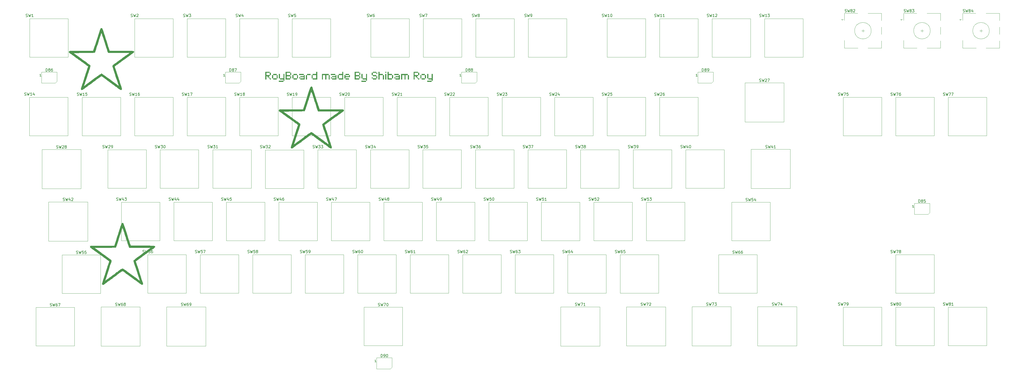
<source format=gbr>
%TF.GenerationSoftware,KiCad,Pcbnew,9.0.0*%
%TF.CreationDate,2025-03-26T17:33:26+05:30*%
%TF.ProjectId,RoyBoard,526f7942-6f61-4726-942e-6b696361645f,rev?*%
%TF.SameCoordinates,Original*%
%TF.FileFunction,Legend,Top*%
%TF.FilePolarity,Positive*%
%FSLAX46Y46*%
G04 Gerber Fmt 4.6, Leading zero omitted, Abs format (unit mm)*
G04 Created by KiCad (PCBNEW 9.0.0) date 2025-03-26 17:33:26*
%MOMM*%
%LPD*%
G01*
G04 APERTURE LIST*
%ADD10C,0.100000*%
%ADD11C,0.150000*%
%ADD12C,0.120000*%
%ADD13C,0.000000*%
G04 APERTURE END LIST*
D10*
G36*
X128065614Y-60149672D02*
G01*
X127658217Y-60149672D01*
X127658217Y-59742458D01*
X128065614Y-59742458D01*
X128065614Y-60149672D01*
G37*
G36*
X128475942Y-60560000D02*
G01*
X128068545Y-60560000D01*
X128068545Y-60152786D01*
X128475942Y-60152786D01*
X128475942Y-60560000D01*
G37*
G36*
X126843422Y-60560000D02*
G01*
X126436025Y-60560000D01*
X126436025Y-57711151D01*
X128065614Y-57711151D01*
X128065614Y-58118365D01*
X126843422Y-58118365D01*
X126843422Y-58930411D01*
X128065614Y-58930411D01*
X128065614Y-59337625D01*
X127655286Y-59337625D01*
X127655286Y-59742458D01*
X127247889Y-59742458D01*
X127247889Y-59337625D01*
X126843422Y-59337625D01*
X126843422Y-60560000D01*
G37*
G36*
X128475942Y-58918688D02*
G01*
X128068545Y-58918688D01*
X128068545Y-58109755D01*
X128475942Y-58109755D01*
X128475942Y-58918688D01*
G37*
G36*
X130536374Y-58927297D02*
G01*
X129305390Y-58927297D01*
X129305390Y-58520083D01*
X130536374Y-58520083D01*
X130536374Y-58927297D01*
G37*
G36*
X130934979Y-60152786D02*
G01*
X130536374Y-60152786D01*
X130536374Y-58930411D01*
X130934979Y-58930411D01*
X130934979Y-60152786D01*
G37*
G36*
X130536374Y-60560000D02*
G01*
X129305390Y-60560000D01*
X129305390Y-60152786D01*
X130536374Y-60152786D01*
X130536374Y-60560000D01*
G37*
G36*
X129302459Y-60152786D02*
G01*
X128895062Y-60152786D01*
X128895062Y-58930411D01*
X129302459Y-58930411D01*
X129302459Y-60152786D01*
G37*
G36*
X131761496Y-60149672D02*
G01*
X131354099Y-60149672D01*
X131354099Y-58520083D01*
X131761496Y-58520083D01*
X131761496Y-60149672D01*
G37*
G36*
X133394016Y-60970327D02*
G01*
X132986618Y-60970327D01*
X132986618Y-60560000D01*
X131761496Y-60560000D01*
X131761496Y-60152786D01*
X132986618Y-60152786D01*
X132986618Y-58520083D01*
X133394016Y-58520083D01*
X133394016Y-60970327D01*
G37*
G36*
X132983688Y-61368932D02*
G01*
X131354099Y-61368932D01*
X131354099Y-60961718D01*
X132983688Y-60961718D01*
X132983688Y-61368932D01*
G37*
G36*
X135445839Y-60560000D02*
G01*
X133813136Y-60560000D01*
X133813136Y-57711151D01*
X135445839Y-57711151D01*
X135445839Y-58118365D01*
X134220533Y-58118365D01*
X134220533Y-58930411D01*
X135445839Y-58930411D01*
X135445839Y-59337625D01*
X134220533Y-59337625D01*
X134220533Y-60152786D01*
X135445839Y-60152786D01*
X135445839Y-60560000D01*
G37*
G36*
X135853053Y-58918688D02*
G01*
X135445839Y-58918688D01*
X135445839Y-58109755D01*
X135853053Y-58109755D01*
X135853053Y-58918688D01*
G37*
G36*
X135853053Y-60149672D02*
G01*
X135445839Y-60149672D01*
X135445839Y-59340739D01*
X135853053Y-59340739D01*
X135853053Y-60149672D01*
G37*
G36*
X137913485Y-58927297D02*
G01*
X136682501Y-58927297D01*
X136682501Y-58520083D01*
X137913485Y-58520083D01*
X137913485Y-58927297D01*
G37*
G36*
X138312090Y-60152786D02*
G01*
X137913485Y-60152786D01*
X137913485Y-58930411D01*
X138312090Y-58930411D01*
X138312090Y-60152786D01*
G37*
G36*
X137913485Y-60560000D02*
G01*
X136682501Y-60560000D01*
X136682501Y-60152786D01*
X137913485Y-60152786D01*
X137913485Y-60560000D01*
G37*
G36*
X136679570Y-60152786D02*
G01*
X136272173Y-60152786D01*
X136272173Y-58930411D01*
X136679570Y-58930411D01*
X136679570Y-60152786D01*
G37*
G36*
X139138607Y-60149672D02*
G01*
X138731210Y-60149672D01*
X138731210Y-59742458D01*
X139138607Y-59742458D01*
X139138607Y-60149672D01*
G37*
G36*
X140360799Y-58927297D02*
G01*
X138731210Y-58927297D01*
X138731210Y-58520083D01*
X140360799Y-58520083D01*
X140360799Y-58927297D01*
G37*
G36*
X140771127Y-60560000D02*
G01*
X139138607Y-60560000D01*
X139138607Y-60152786D01*
X140363729Y-60152786D01*
X140363729Y-59739344D01*
X139138607Y-59739344D01*
X139138607Y-59332130D01*
X140363729Y-59332130D01*
X140363729Y-58927297D01*
X140771127Y-58927297D01*
X140771127Y-60560000D01*
G37*
G36*
X141597644Y-60560000D02*
G01*
X141190247Y-60560000D01*
X141190247Y-58930411D01*
X141597644Y-58930411D01*
X141597644Y-60560000D01*
G37*
G36*
X142831559Y-58927297D02*
G01*
X141600575Y-58927297D01*
X141600575Y-58520083D01*
X142831559Y-58520083D01*
X142831559Y-58927297D01*
G37*
G36*
X143649284Y-60152786D02*
G01*
X143241887Y-60152786D01*
X143241887Y-58930411D01*
X143649284Y-58930411D01*
X143649284Y-60152786D01*
G37*
G36*
X145281803Y-60560000D02*
G01*
X143649284Y-60560000D01*
X143649284Y-60152786D01*
X144874406Y-60152786D01*
X144874406Y-58927297D01*
X143649284Y-58927297D01*
X143649284Y-58520083D01*
X144874406Y-58520083D01*
X144874406Y-57711151D01*
X145281803Y-57711151D01*
X145281803Y-60560000D01*
G37*
G36*
X148587875Y-60560000D02*
G01*
X148180478Y-60560000D01*
X148180478Y-58927297D01*
X147365683Y-58927297D01*
X147365683Y-60560000D01*
X146958286Y-60560000D01*
X146958286Y-58520083D01*
X149408531Y-58520083D01*
X149408531Y-58927297D01*
X148587875Y-58927297D01*
X148587875Y-60560000D01*
G37*
G36*
X149815928Y-60560000D02*
G01*
X149408531Y-60560000D01*
X149408531Y-58930411D01*
X149815928Y-58930411D01*
X149815928Y-60560000D01*
G37*
G36*
X150639515Y-60149672D02*
G01*
X150232117Y-60149672D01*
X150232117Y-59742458D01*
X150639515Y-59742458D01*
X150639515Y-60149672D01*
G37*
G36*
X151861706Y-58927297D02*
G01*
X150232117Y-58927297D01*
X150232117Y-58520083D01*
X151861706Y-58520083D01*
X151861706Y-58927297D01*
G37*
G36*
X152272034Y-60560000D02*
G01*
X150639515Y-60560000D01*
X150639515Y-60152786D01*
X151864637Y-60152786D01*
X151864637Y-59739344D01*
X150639515Y-59739344D01*
X150639515Y-59332130D01*
X151864637Y-59332130D01*
X151864637Y-58927297D01*
X152272034Y-58927297D01*
X152272034Y-60560000D01*
G37*
G36*
X153098551Y-60152786D02*
G01*
X152691154Y-60152786D01*
X152691154Y-58930411D01*
X153098551Y-58930411D01*
X153098551Y-60152786D01*
G37*
G36*
X154731071Y-60560000D02*
G01*
X153098551Y-60560000D01*
X153098551Y-60152786D01*
X154323674Y-60152786D01*
X154323674Y-58927297D01*
X153098551Y-58927297D01*
X153098551Y-58520083D01*
X154323674Y-58520083D01*
X154323674Y-57711151D01*
X154731071Y-57711151D01*
X154731071Y-60560000D01*
G37*
G36*
X155557588Y-60152786D02*
G01*
X155150191Y-60152786D01*
X155150191Y-58930411D01*
X155557588Y-58930411D01*
X155557588Y-59332130D01*
X156791503Y-59332130D01*
X156791503Y-58930411D01*
X157190108Y-58930411D01*
X157190108Y-59739344D01*
X155557588Y-59739344D01*
X155557588Y-60152786D01*
G37*
G36*
X156791503Y-58927297D02*
G01*
X155560519Y-58927297D01*
X155560519Y-58520083D01*
X156791503Y-58520083D01*
X156791503Y-58927297D01*
G37*
G36*
X156791503Y-60560000D02*
G01*
X155560519Y-60560000D01*
X155560519Y-60152786D01*
X156791503Y-60152786D01*
X156791503Y-60560000D01*
G37*
G36*
X160499293Y-60560000D02*
G01*
X158866591Y-60560000D01*
X158866591Y-57711151D01*
X160499293Y-57711151D01*
X160499293Y-58118365D01*
X159273988Y-58118365D01*
X159273988Y-58930411D01*
X160499293Y-58930411D01*
X160499293Y-59337625D01*
X159273988Y-59337625D01*
X159273988Y-60152786D01*
X160499293Y-60152786D01*
X160499293Y-60560000D01*
G37*
G36*
X160906507Y-58918688D02*
G01*
X160499293Y-58918688D01*
X160499293Y-58109755D01*
X160906507Y-58109755D01*
X160906507Y-58918688D01*
G37*
G36*
X160906507Y-60149672D02*
G01*
X160499293Y-60149672D01*
X160499293Y-59340739D01*
X160906507Y-59340739D01*
X160906507Y-60149672D01*
G37*
G36*
X161733025Y-60149672D02*
G01*
X161325628Y-60149672D01*
X161325628Y-58520083D01*
X161733025Y-58520083D01*
X161733025Y-60149672D01*
G37*
G36*
X163365544Y-60970327D02*
G01*
X162958147Y-60970327D01*
X162958147Y-60560000D01*
X161733025Y-60560000D01*
X161733025Y-60152786D01*
X162958147Y-60152786D01*
X162958147Y-58520083D01*
X163365544Y-58520083D01*
X163365544Y-60970327D01*
G37*
G36*
X162955216Y-61368932D02*
G01*
X161325628Y-61368932D01*
X161325628Y-60961718D01*
X162955216Y-60961718D01*
X162955216Y-61368932D01*
G37*
G36*
X166683339Y-58118365D02*
G01*
X165452355Y-58118365D01*
X165452355Y-57711151D01*
X166683339Y-57711151D01*
X166683339Y-58118365D01*
G37*
G36*
X166683339Y-60560000D02*
G01*
X165452355Y-60560000D01*
X165452355Y-60152786D01*
X166683339Y-60152786D01*
X166683339Y-60560000D01*
G37*
G36*
X166683339Y-59337625D02*
G01*
X165452355Y-59337625D01*
X165452355Y-58930411D01*
X166683339Y-58930411D01*
X166683339Y-59337625D01*
G37*
G36*
X167081943Y-58516969D02*
G01*
X166683339Y-58516969D01*
X166683339Y-58109755D01*
X167081943Y-58109755D01*
X167081943Y-58516969D01*
G37*
G36*
X165449424Y-58918688D02*
G01*
X165042027Y-58918688D01*
X165042027Y-58109755D01*
X165449424Y-58109755D01*
X165449424Y-58918688D01*
G37*
G36*
X167081943Y-60149672D02*
G01*
X166683339Y-60149672D01*
X166683339Y-59340739D01*
X167081943Y-59340739D01*
X167081943Y-60149672D01*
G37*
G36*
X165449424Y-60149672D02*
G01*
X165042027Y-60149672D01*
X165042027Y-59742458D01*
X165449424Y-59742458D01*
X165449424Y-60149672D01*
G37*
G36*
X167908461Y-60560000D02*
G01*
X167501064Y-60560000D01*
X167501064Y-57711151D01*
X167908461Y-57711151D01*
X167908461Y-58520083D01*
X169133766Y-58520083D01*
X169133766Y-58927297D01*
X167908461Y-58927297D01*
X167908461Y-60560000D01*
G37*
G36*
X169540980Y-60560000D02*
G01*
X169133766Y-60560000D01*
X169133766Y-58930411D01*
X169540980Y-58930411D01*
X169540980Y-60560000D01*
G37*
G36*
X170367498Y-60560000D02*
G01*
X169960101Y-60560000D01*
X169960101Y-58520083D01*
X170367498Y-58520083D01*
X170367498Y-60560000D01*
G37*
G36*
X170367498Y-58118365D02*
G01*
X169960101Y-58118365D01*
X169960101Y-57711151D01*
X170367498Y-57711151D01*
X170367498Y-58118365D01*
G37*
G36*
X172419321Y-60560000D02*
G01*
X170786618Y-60560000D01*
X170786618Y-57711151D01*
X171194016Y-57711151D01*
X171194016Y-58520083D01*
X172419321Y-58520083D01*
X172419321Y-58927297D01*
X171194016Y-58927297D01*
X171194016Y-60152786D01*
X172419321Y-60152786D01*
X172419321Y-60560000D01*
G37*
G36*
X172826535Y-60152786D02*
G01*
X172419321Y-60152786D01*
X172419321Y-58930411D01*
X172826535Y-58930411D01*
X172826535Y-60152786D01*
G37*
G36*
X173653053Y-60149672D02*
G01*
X173245655Y-60149672D01*
X173245655Y-59742458D01*
X173653053Y-59742458D01*
X173653053Y-60149672D01*
G37*
G36*
X174875244Y-58927297D02*
G01*
X173245655Y-58927297D01*
X173245655Y-58520083D01*
X174875244Y-58520083D01*
X174875244Y-58927297D01*
G37*
G36*
X175285572Y-60560000D02*
G01*
X173653053Y-60560000D01*
X173653053Y-60152786D01*
X174878175Y-60152786D01*
X174878175Y-59739344D01*
X173653053Y-59739344D01*
X173653053Y-59332130D01*
X174878175Y-59332130D01*
X174878175Y-58927297D01*
X175285572Y-58927297D01*
X175285572Y-60560000D01*
G37*
G36*
X177334281Y-60560000D02*
G01*
X176926884Y-60560000D01*
X176926884Y-58927297D01*
X176112090Y-58927297D01*
X176112090Y-60560000D01*
X175704692Y-60560000D01*
X175704692Y-58520083D01*
X178154937Y-58520083D01*
X178154937Y-58927297D01*
X177334281Y-58927297D01*
X177334281Y-60560000D01*
G37*
G36*
X178562334Y-60560000D02*
G01*
X178154937Y-60560000D01*
X178154937Y-58930411D01*
X178562334Y-58930411D01*
X178562334Y-60560000D01*
G37*
G36*
X181865474Y-60149672D02*
G01*
X181458077Y-60149672D01*
X181458077Y-59742458D01*
X181865474Y-59742458D01*
X181865474Y-60149672D01*
G37*
G36*
X182275802Y-60560000D02*
G01*
X181868405Y-60560000D01*
X181868405Y-60152786D01*
X182275802Y-60152786D01*
X182275802Y-60560000D01*
G37*
G36*
X180643283Y-60560000D02*
G01*
X180235886Y-60560000D01*
X180235886Y-57711151D01*
X181865474Y-57711151D01*
X181865474Y-58118365D01*
X180643283Y-58118365D01*
X180643283Y-58930411D01*
X181865474Y-58930411D01*
X181865474Y-59337625D01*
X181455146Y-59337625D01*
X181455146Y-59742458D01*
X181047749Y-59742458D01*
X181047749Y-59337625D01*
X180643283Y-59337625D01*
X180643283Y-60560000D01*
G37*
G36*
X182275802Y-58918688D02*
G01*
X181868405Y-58918688D01*
X181868405Y-58109755D01*
X182275802Y-58109755D01*
X182275802Y-58918688D01*
G37*
G36*
X184336235Y-58927297D02*
G01*
X183105251Y-58927297D01*
X183105251Y-58520083D01*
X184336235Y-58520083D01*
X184336235Y-58927297D01*
G37*
G36*
X184734839Y-60152786D02*
G01*
X184336235Y-60152786D01*
X184336235Y-58930411D01*
X184734839Y-58930411D01*
X184734839Y-60152786D01*
G37*
G36*
X184336235Y-60560000D02*
G01*
X183105251Y-60560000D01*
X183105251Y-60152786D01*
X184336235Y-60152786D01*
X184336235Y-60560000D01*
G37*
G36*
X183102320Y-60152786D02*
G01*
X182694923Y-60152786D01*
X182694923Y-58930411D01*
X183102320Y-58930411D01*
X183102320Y-60152786D01*
G37*
G36*
X185561357Y-60149672D02*
G01*
X185153960Y-60149672D01*
X185153960Y-58520083D01*
X185561357Y-58520083D01*
X185561357Y-60149672D01*
G37*
G36*
X187193876Y-60970327D02*
G01*
X186786479Y-60970327D01*
X186786479Y-60560000D01*
X185561357Y-60560000D01*
X185561357Y-60152786D01*
X186786479Y-60152786D01*
X186786479Y-58520083D01*
X187193876Y-58520083D01*
X187193876Y-60970327D01*
G37*
G36*
X186783548Y-61368932D02*
G01*
X185153960Y-61368932D01*
X185153960Y-60961718D01*
X186783548Y-60961718D01*
X186783548Y-61368932D01*
G37*
D11*
X168400714Y-161294819D02*
X168400714Y-160294819D01*
X168400714Y-160294819D02*
X168638809Y-160294819D01*
X168638809Y-160294819D02*
X168781666Y-160342438D01*
X168781666Y-160342438D02*
X168876904Y-160437676D01*
X168876904Y-160437676D02*
X168924523Y-160532914D01*
X168924523Y-160532914D02*
X168972142Y-160723390D01*
X168972142Y-160723390D02*
X168972142Y-160866247D01*
X168972142Y-160866247D02*
X168924523Y-161056723D01*
X168924523Y-161056723D02*
X168876904Y-161151961D01*
X168876904Y-161151961D02*
X168781666Y-161247200D01*
X168781666Y-161247200D02*
X168638809Y-161294819D01*
X168638809Y-161294819D02*
X168400714Y-161294819D01*
X169448333Y-161294819D02*
X169638809Y-161294819D01*
X169638809Y-161294819D02*
X169734047Y-161247200D01*
X169734047Y-161247200D02*
X169781666Y-161199580D01*
X169781666Y-161199580D02*
X169876904Y-161056723D01*
X169876904Y-161056723D02*
X169924523Y-160866247D01*
X169924523Y-160866247D02*
X169924523Y-160485295D01*
X169924523Y-160485295D02*
X169876904Y-160390057D01*
X169876904Y-160390057D02*
X169829285Y-160342438D01*
X169829285Y-160342438D02*
X169734047Y-160294819D01*
X169734047Y-160294819D02*
X169543571Y-160294819D01*
X169543571Y-160294819D02*
X169448333Y-160342438D01*
X169448333Y-160342438D02*
X169400714Y-160390057D01*
X169400714Y-160390057D02*
X169353095Y-160485295D01*
X169353095Y-160485295D02*
X169353095Y-160723390D01*
X169353095Y-160723390D02*
X169400714Y-160818628D01*
X169400714Y-160818628D02*
X169448333Y-160866247D01*
X169448333Y-160866247D02*
X169543571Y-160913866D01*
X169543571Y-160913866D02*
X169734047Y-160913866D01*
X169734047Y-160913866D02*
X169829285Y-160866247D01*
X169829285Y-160866247D02*
X169876904Y-160818628D01*
X169876904Y-160818628D02*
X169924523Y-160723390D01*
X170543571Y-160294819D02*
X170638809Y-160294819D01*
X170638809Y-160294819D02*
X170734047Y-160342438D01*
X170734047Y-160342438D02*
X170781666Y-160390057D01*
X170781666Y-160390057D02*
X170829285Y-160485295D01*
X170829285Y-160485295D02*
X170876904Y-160675771D01*
X170876904Y-160675771D02*
X170876904Y-160913866D01*
X170876904Y-160913866D02*
X170829285Y-161104342D01*
X170829285Y-161104342D02*
X170781666Y-161199580D01*
X170781666Y-161199580D02*
X170734047Y-161247200D01*
X170734047Y-161247200D02*
X170638809Y-161294819D01*
X170638809Y-161294819D02*
X170543571Y-161294819D01*
X170543571Y-161294819D02*
X170448333Y-161247200D01*
X170448333Y-161247200D02*
X170400714Y-161199580D01*
X170400714Y-161199580D02*
X170353095Y-161104342D01*
X170353095Y-161104342D02*
X170305476Y-160913866D01*
X170305476Y-160913866D02*
X170305476Y-160675771D01*
X170305476Y-160675771D02*
X170353095Y-160485295D01*
X170353095Y-160485295D02*
X170400714Y-160390057D01*
X170400714Y-160390057D02*
X170448333Y-160342438D01*
X170448333Y-160342438D02*
X170543571Y-160294819D01*
X166643571Y-163077295D02*
X166186428Y-163077295D01*
X166415000Y-163077295D02*
X166415000Y-162277295D01*
X166415000Y-162277295D02*
X166338809Y-162391580D01*
X166338809Y-162391580D02*
X166262619Y-162467771D01*
X166262619Y-162467771D02*
X166186428Y-162505866D01*
X167425476Y-142733200D02*
X167568333Y-142780819D01*
X167568333Y-142780819D02*
X167806428Y-142780819D01*
X167806428Y-142780819D02*
X167901666Y-142733200D01*
X167901666Y-142733200D02*
X167949285Y-142685580D01*
X167949285Y-142685580D02*
X167996904Y-142590342D01*
X167996904Y-142590342D02*
X167996904Y-142495104D01*
X167996904Y-142495104D02*
X167949285Y-142399866D01*
X167949285Y-142399866D02*
X167901666Y-142352247D01*
X167901666Y-142352247D02*
X167806428Y-142304628D01*
X167806428Y-142304628D02*
X167615952Y-142257009D01*
X167615952Y-142257009D02*
X167520714Y-142209390D01*
X167520714Y-142209390D02*
X167473095Y-142161771D01*
X167473095Y-142161771D02*
X167425476Y-142066533D01*
X167425476Y-142066533D02*
X167425476Y-141971295D01*
X167425476Y-141971295D02*
X167473095Y-141876057D01*
X167473095Y-141876057D02*
X167520714Y-141828438D01*
X167520714Y-141828438D02*
X167615952Y-141780819D01*
X167615952Y-141780819D02*
X167854047Y-141780819D01*
X167854047Y-141780819D02*
X167996904Y-141828438D01*
X168330238Y-141780819D02*
X168568333Y-142780819D01*
X168568333Y-142780819D02*
X168758809Y-142066533D01*
X168758809Y-142066533D02*
X168949285Y-142780819D01*
X168949285Y-142780819D02*
X169187381Y-141780819D01*
X169473095Y-141780819D02*
X170139761Y-141780819D01*
X170139761Y-141780819D02*
X169711190Y-142780819D01*
X170711190Y-141780819D02*
X170806428Y-141780819D01*
X170806428Y-141780819D02*
X170901666Y-141828438D01*
X170901666Y-141828438D02*
X170949285Y-141876057D01*
X170949285Y-141876057D02*
X170996904Y-141971295D01*
X170996904Y-141971295D02*
X171044523Y-142161771D01*
X171044523Y-142161771D02*
X171044523Y-142399866D01*
X171044523Y-142399866D02*
X170996904Y-142590342D01*
X170996904Y-142590342D02*
X170949285Y-142685580D01*
X170949285Y-142685580D02*
X170901666Y-142733200D01*
X170901666Y-142733200D02*
X170806428Y-142780819D01*
X170806428Y-142780819D02*
X170711190Y-142780819D01*
X170711190Y-142780819D02*
X170615952Y-142733200D01*
X170615952Y-142733200D02*
X170568333Y-142685580D01*
X170568333Y-142685580D02*
X170520714Y-142590342D01*
X170520714Y-142590342D02*
X170473095Y-142399866D01*
X170473095Y-142399866D02*
X170473095Y-142161771D01*
X170473095Y-142161771D02*
X170520714Y-141971295D01*
X170520714Y-141971295D02*
X170568333Y-141876057D01*
X170568333Y-141876057D02*
X170615952Y-141828438D01*
X170615952Y-141828438D02*
X170711190Y-141780819D01*
X248650476Y-37732200D02*
X248793333Y-37779819D01*
X248793333Y-37779819D02*
X249031428Y-37779819D01*
X249031428Y-37779819D02*
X249126666Y-37732200D01*
X249126666Y-37732200D02*
X249174285Y-37684580D01*
X249174285Y-37684580D02*
X249221904Y-37589342D01*
X249221904Y-37589342D02*
X249221904Y-37494104D01*
X249221904Y-37494104D02*
X249174285Y-37398866D01*
X249174285Y-37398866D02*
X249126666Y-37351247D01*
X249126666Y-37351247D02*
X249031428Y-37303628D01*
X249031428Y-37303628D02*
X248840952Y-37256009D01*
X248840952Y-37256009D02*
X248745714Y-37208390D01*
X248745714Y-37208390D02*
X248698095Y-37160771D01*
X248698095Y-37160771D02*
X248650476Y-37065533D01*
X248650476Y-37065533D02*
X248650476Y-36970295D01*
X248650476Y-36970295D02*
X248698095Y-36875057D01*
X248698095Y-36875057D02*
X248745714Y-36827438D01*
X248745714Y-36827438D02*
X248840952Y-36779819D01*
X248840952Y-36779819D02*
X249079047Y-36779819D01*
X249079047Y-36779819D02*
X249221904Y-36827438D01*
X249555238Y-36779819D02*
X249793333Y-37779819D01*
X249793333Y-37779819D02*
X249983809Y-37065533D01*
X249983809Y-37065533D02*
X250174285Y-37779819D01*
X250174285Y-37779819D02*
X250412381Y-36779819D01*
X251317142Y-37779819D02*
X250745714Y-37779819D01*
X251031428Y-37779819D02*
X251031428Y-36779819D01*
X251031428Y-36779819D02*
X250936190Y-36922676D01*
X250936190Y-36922676D02*
X250840952Y-37017914D01*
X250840952Y-37017914D02*
X250745714Y-37065533D01*
X251936190Y-36779819D02*
X252031428Y-36779819D01*
X252031428Y-36779819D02*
X252126666Y-36827438D01*
X252126666Y-36827438D02*
X252174285Y-36875057D01*
X252174285Y-36875057D02*
X252221904Y-36970295D01*
X252221904Y-36970295D02*
X252269523Y-37160771D01*
X252269523Y-37160771D02*
X252269523Y-37398866D01*
X252269523Y-37398866D02*
X252221904Y-37589342D01*
X252221904Y-37589342D02*
X252174285Y-37684580D01*
X252174285Y-37684580D02*
X252126666Y-37732200D01*
X252126666Y-37732200D02*
X252031428Y-37779819D01*
X252031428Y-37779819D02*
X251936190Y-37779819D01*
X251936190Y-37779819D02*
X251840952Y-37732200D01*
X251840952Y-37732200D02*
X251793333Y-37684580D01*
X251793333Y-37684580D02*
X251745714Y-37589342D01*
X251745714Y-37589342D02*
X251698095Y-37398866D01*
X251698095Y-37398866D02*
X251698095Y-37160771D01*
X251698095Y-37160771D02*
X251745714Y-36970295D01*
X251745714Y-36970295D02*
X251793333Y-36875057D01*
X251793333Y-36875057D02*
X251840952Y-36827438D01*
X251840952Y-36827438D02*
X251936190Y-36779819D01*
X305755476Y-61277200D02*
X305898333Y-61324819D01*
X305898333Y-61324819D02*
X306136428Y-61324819D01*
X306136428Y-61324819D02*
X306231666Y-61277200D01*
X306231666Y-61277200D02*
X306279285Y-61229580D01*
X306279285Y-61229580D02*
X306326904Y-61134342D01*
X306326904Y-61134342D02*
X306326904Y-61039104D01*
X306326904Y-61039104D02*
X306279285Y-60943866D01*
X306279285Y-60943866D02*
X306231666Y-60896247D01*
X306231666Y-60896247D02*
X306136428Y-60848628D01*
X306136428Y-60848628D02*
X305945952Y-60801009D01*
X305945952Y-60801009D02*
X305850714Y-60753390D01*
X305850714Y-60753390D02*
X305803095Y-60705771D01*
X305803095Y-60705771D02*
X305755476Y-60610533D01*
X305755476Y-60610533D02*
X305755476Y-60515295D01*
X305755476Y-60515295D02*
X305803095Y-60420057D01*
X305803095Y-60420057D02*
X305850714Y-60372438D01*
X305850714Y-60372438D02*
X305945952Y-60324819D01*
X305945952Y-60324819D02*
X306184047Y-60324819D01*
X306184047Y-60324819D02*
X306326904Y-60372438D01*
X306660238Y-60324819D02*
X306898333Y-61324819D01*
X306898333Y-61324819D02*
X307088809Y-60610533D01*
X307088809Y-60610533D02*
X307279285Y-61324819D01*
X307279285Y-61324819D02*
X307517381Y-60324819D01*
X307850714Y-60420057D02*
X307898333Y-60372438D01*
X307898333Y-60372438D02*
X307993571Y-60324819D01*
X307993571Y-60324819D02*
X308231666Y-60324819D01*
X308231666Y-60324819D02*
X308326904Y-60372438D01*
X308326904Y-60372438D02*
X308374523Y-60420057D01*
X308374523Y-60420057D02*
X308422142Y-60515295D01*
X308422142Y-60515295D02*
X308422142Y-60610533D01*
X308422142Y-60610533D02*
X308374523Y-60753390D01*
X308374523Y-60753390D02*
X307803095Y-61324819D01*
X307803095Y-61324819D02*
X308422142Y-61324819D01*
X308755476Y-60324819D02*
X309422142Y-60324819D01*
X309422142Y-60324819D02*
X308993571Y-61324819D01*
X120062976Y-123457200D02*
X120205833Y-123504819D01*
X120205833Y-123504819D02*
X120443928Y-123504819D01*
X120443928Y-123504819D02*
X120539166Y-123457200D01*
X120539166Y-123457200D02*
X120586785Y-123409580D01*
X120586785Y-123409580D02*
X120634404Y-123314342D01*
X120634404Y-123314342D02*
X120634404Y-123219104D01*
X120634404Y-123219104D02*
X120586785Y-123123866D01*
X120586785Y-123123866D02*
X120539166Y-123076247D01*
X120539166Y-123076247D02*
X120443928Y-123028628D01*
X120443928Y-123028628D02*
X120253452Y-122981009D01*
X120253452Y-122981009D02*
X120158214Y-122933390D01*
X120158214Y-122933390D02*
X120110595Y-122885771D01*
X120110595Y-122885771D02*
X120062976Y-122790533D01*
X120062976Y-122790533D02*
X120062976Y-122695295D01*
X120062976Y-122695295D02*
X120110595Y-122600057D01*
X120110595Y-122600057D02*
X120158214Y-122552438D01*
X120158214Y-122552438D02*
X120253452Y-122504819D01*
X120253452Y-122504819D02*
X120491547Y-122504819D01*
X120491547Y-122504819D02*
X120634404Y-122552438D01*
X120967738Y-122504819D02*
X121205833Y-123504819D01*
X121205833Y-123504819D02*
X121396309Y-122790533D01*
X121396309Y-122790533D02*
X121586785Y-123504819D01*
X121586785Y-123504819D02*
X121824881Y-122504819D01*
X122682023Y-122504819D02*
X122205833Y-122504819D01*
X122205833Y-122504819D02*
X122158214Y-122981009D01*
X122158214Y-122981009D02*
X122205833Y-122933390D01*
X122205833Y-122933390D02*
X122301071Y-122885771D01*
X122301071Y-122885771D02*
X122539166Y-122885771D01*
X122539166Y-122885771D02*
X122634404Y-122933390D01*
X122634404Y-122933390D02*
X122682023Y-122981009D01*
X122682023Y-122981009D02*
X122729642Y-123076247D01*
X122729642Y-123076247D02*
X122729642Y-123314342D01*
X122729642Y-123314342D02*
X122682023Y-123409580D01*
X122682023Y-123409580D02*
X122634404Y-123457200D01*
X122634404Y-123457200D02*
X122539166Y-123504819D01*
X122539166Y-123504819D02*
X122301071Y-123504819D01*
X122301071Y-123504819D02*
X122205833Y-123457200D01*
X122205833Y-123457200D02*
X122158214Y-123409580D01*
X123301071Y-122933390D02*
X123205833Y-122885771D01*
X123205833Y-122885771D02*
X123158214Y-122838152D01*
X123158214Y-122838152D02*
X123110595Y-122742914D01*
X123110595Y-122742914D02*
X123110595Y-122695295D01*
X123110595Y-122695295D02*
X123158214Y-122600057D01*
X123158214Y-122600057D02*
X123205833Y-122552438D01*
X123205833Y-122552438D02*
X123301071Y-122504819D01*
X123301071Y-122504819D02*
X123491547Y-122504819D01*
X123491547Y-122504819D02*
X123586785Y-122552438D01*
X123586785Y-122552438D02*
X123634404Y-122600057D01*
X123634404Y-122600057D02*
X123682023Y-122695295D01*
X123682023Y-122695295D02*
X123682023Y-122742914D01*
X123682023Y-122742914D02*
X123634404Y-122838152D01*
X123634404Y-122838152D02*
X123586785Y-122885771D01*
X123586785Y-122885771D02*
X123491547Y-122933390D01*
X123491547Y-122933390D02*
X123301071Y-122933390D01*
X123301071Y-122933390D02*
X123205833Y-122981009D01*
X123205833Y-122981009D02*
X123158214Y-123028628D01*
X123158214Y-123028628D02*
X123110595Y-123123866D01*
X123110595Y-123123866D02*
X123110595Y-123314342D01*
X123110595Y-123314342D02*
X123158214Y-123409580D01*
X123158214Y-123409580D02*
X123205833Y-123457200D01*
X123205833Y-123457200D02*
X123301071Y-123504819D01*
X123301071Y-123504819D02*
X123491547Y-123504819D01*
X123491547Y-123504819D02*
X123586785Y-123457200D01*
X123586785Y-123457200D02*
X123634404Y-123409580D01*
X123634404Y-123409580D02*
X123682023Y-123314342D01*
X123682023Y-123314342D02*
X123682023Y-123123866D01*
X123682023Y-123123866D02*
X123634404Y-123028628D01*
X123634404Y-123028628D02*
X123586785Y-122981009D01*
X123586785Y-122981009D02*
X123491547Y-122933390D01*
X286537976Y-142547200D02*
X286680833Y-142594819D01*
X286680833Y-142594819D02*
X286918928Y-142594819D01*
X286918928Y-142594819D02*
X287014166Y-142547200D01*
X287014166Y-142547200D02*
X287061785Y-142499580D01*
X287061785Y-142499580D02*
X287109404Y-142404342D01*
X287109404Y-142404342D02*
X287109404Y-142309104D01*
X287109404Y-142309104D02*
X287061785Y-142213866D01*
X287061785Y-142213866D02*
X287014166Y-142166247D01*
X287014166Y-142166247D02*
X286918928Y-142118628D01*
X286918928Y-142118628D02*
X286728452Y-142071009D01*
X286728452Y-142071009D02*
X286633214Y-142023390D01*
X286633214Y-142023390D02*
X286585595Y-141975771D01*
X286585595Y-141975771D02*
X286537976Y-141880533D01*
X286537976Y-141880533D02*
X286537976Y-141785295D01*
X286537976Y-141785295D02*
X286585595Y-141690057D01*
X286585595Y-141690057D02*
X286633214Y-141642438D01*
X286633214Y-141642438D02*
X286728452Y-141594819D01*
X286728452Y-141594819D02*
X286966547Y-141594819D01*
X286966547Y-141594819D02*
X287109404Y-141642438D01*
X287442738Y-141594819D02*
X287680833Y-142594819D01*
X287680833Y-142594819D02*
X287871309Y-141880533D01*
X287871309Y-141880533D02*
X288061785Y-142594819D01*
X288061785Y-142594819D02*
X288299881Y-141594819D01*
X288585595Y-141594819D02*
X289252261Y-141594819D01*
X289252261Y-141594819D02*
X288823690Y-142594819D01*
X289537976Y-141594819D02*
X290157023Y-141594819D01*
X290157023Y-141594819D02*
X289823690Y-141975771D01*
X289823690Y-141975771D02*
X289966547Y-141975771D01*
X289966547Y-141975771D02*
X290061785Y-142023390D01*
X290061785Y-142023390D02*
X290109404Y-142071009D01*
X290109404Y-142071009D02*
X290157023Y-142166247D01*
X290157023Y-142166247D02*
X290157023Y-142404342D01*
X290157023Y-142404342D02*
X290109404Y-142499580D01*
X290109404Y-142499580D02*
X290061785Y-142547200D01*
X290061785Y-142547200D02*
X289966547Y-142594819D01*
X289966547Y-142594819D02*
X289680833Y-142594819D01*
X289680833Y-142594819D02*
X289585595Y-142547200D01*
X289585595Y-142547200D02*
X289537976Y-142499580D01*
X46814464Y-57556069D02*
X46814464Y-56556069D01*
X46814464Y-56556069D02*
X47052559Y-56556069D01*
X47052559Y-56556069D02*
X47195416Y-56603688D01*
X47195416Y-56603688D02*
X47290654Y-56698926D01*
X47290654Y-56698926D02*
X47338273Y-56794164D01*
X47338273Y-56794164D02*
X47385892Y-56984640D01*
X47385892Y-56984640D02*
X47385892Y-57127497D01*
X47385892Y-57127497D02*
X47338273Y-57317973D01*
X47338273Y-57317973D02*
X47290654Y-57413211D01*
X47290654Y-57413211D02*
X47195416Y-57508450D01*
X47195416Y-57508450D02*
X47052559Y-57556069D01*
X47052559Y-57556069D02*
X46814464Y-57556069D01*
X47957321Y-56984640D02*
X47862083Y-56937021D01*
X47862083Y-56937021D02*
X47814464Y-56889402D01*
X47814464Y-56889402D02*
X47766845Y-56794164D01*
X47766845Y-56794164D02*
X47766845Y-56746545D01*
X47766845Y-56746545D02*
X47814464Y-56651307D01*
X47814464Y-56651307D02*
X47862083Y-56603688D01*
X47862083Y-56603688D02*
X47957321Y-56556069D01*
X47957321Y-56556069D02*
X48147797Y-56556069D01*
X48147797Y-56556069D02*
X48243035Y-56603688D01*
X48243035Y-56603688D02*
X48290654Y-56651307D01*
X48290654Y-56651307D02*
X48338273Y-56746545D01*
X48338273Y-56746545D02*
X48338273Y-56794164D01*
X48338273Y-56794164D02*
X48290654Y-56889402D01*
X48290654Y-56889402D02*
X48243035Y-56937021D01*
X48243035Y-56937021D02*
X48147797Y-56984640D01*
X48147797Y-56984640D02*
X47957321Y-56984640D01*
X47957321Y-56984640D02*
X47862083Y-57032259D01*
X47862083Y-57032259D02*
X47814464Y-57079878D01*
X47814464Y-57079878D02*
X47766845Y-57175116D01*
X47766845Y-57175116D02*
X47766845Y-57365592D01*
X47766845Y-57365592D02*
X47814464Y-57460830D01*
X47814464Y-57460830D02*
X47862083Y-57508450D01*
X47862083Y-57508450D02*
X47957321Y-57556069D01*
X47957321Y-57556069D02*
X48147797Y-57556069D01*
X48147797Y-57556069D02*
X48243035Y-57508450D01*
X48243035Y-57508450D02*
X48290654Y-57460830D01*
X48290654Y-57460830D02*
X48338273Y-57365592D01*
X48338273Y-57365592D02*
X48338273Y-57175116D01*
X48338273Y-57175116D02*
X48290654Y-57079878D01*
X48290654Y-57079878D02*
X48243035Y-57032259D01*
X48243035Y-57032259D02*
X48147797Y-56984640D01*
X49195416Y-56556069D02*
X49004940Y-56556069D01*
X49004940Y-56556069D02*
X48909702Y-56603688D01*
X48909702Y-56603688D02*
X48862083Y-56651307D01*
X48862083Y-56651307D02*
X48766845Y-56794164D01*
X48766845Y-56794164D02*
X48719226Y-56984640D01*
X48719226Y-56984640D02*
X48719226Y-57365592D01*
X48719226Y-57365592D02*
X48766845Y-57460830D01*
X48766845Y-57460830D02*
X48814464Y-57508450D01*
X48814464Y-57508450D02*
X48909702Y-57556069D01*
X48909702Y-57556069D02*
X49100178Y-57556069D01*
X49100178Y-57556069D02*
X49195416Y-57508450D01*
X49195416Y-57508450D02*
X49243035Y-57460830D01*
X49243035Y-57460830D02*
X49290654Y-57365592D01*
X49290654Y-57365592D02*
X49290654Y-57127497D01*
X49290654Y-57127497D02*
X49243035Y-57032259D01*
X49243035Y-57032259D02*
X49195416Y-56984640D01*
X49195416Y-56984640D02*
X49100178Y-56937021D01*
X49100178Y-56937021D02*
X48909702Y-56937021D01*
X48909702Y-56937021D02*
X48814464Y-56984640D01*
X48814464Y-56984640D02*
X48766845Y-57032259D01*
X48766845Y-57032259D02*
X48719226Y-57127497D01*
X45057321Y-59338545D02*
X44600178Y-59338545D01*
X44828750Y-59338545D02*
X44828750Y-58538545D01*
X44828750Y-58538545D02*
X44752559Y-58652830D01*
X44752559Y-58652830D02*
X44676369Y-58729021D01*
X44676369Y-58729021D02*
X44600178Y-58767116D01*
X101012976Y-123457200D02*
X101155833Y-123504819D01*
X101155833Y-123504819D02*
X101393928Y-123504819D01*
X101393928Y-123504819D02*
X101489166Y-123457200D01*
X101489166Y-123457200D02*
X101536785Y-123409580D01*
X101536785Y-123409580D02*
X101584404Y-123314342D01*
X101584404Y-123314342D02*
X101584404Y-123219104D01*
X101584404Y-123219104D02*
X101536785Y-123123866D01*
X101536785Y-123123866D02*
X101489166Y-123076247D01*
X101489166Y-123076247D02*
X101393928Y-123028628D01*
X101393928Y-123028628D02*
X101203452Y-122981009D01*
X101203452Y-122981009D02*
X101108214Y-122933390D01*
X101108214Y-122933390D02*
X101060595Y-122885771D01*
X101060595Y-122885771D02*
X101012976Y-122790533D01*
X101012976Y-122790533D02*
X101012976Y-122695295D01*
X101012976Y-122695295D02*
X101060595Y-122600057D01*
X101060595Y-122600057D02*
X101108214Y-122552438D01*
X101108214Y-122552438D02*
X101203452Y-122504819D01*
X101203452Y-122504819D02*
X101441547Y-122504819D01*
X101441547Y-122504819D02*
X101584404Y-122552438D01*
X101917738Y-122504819D02*
X102155833Y-123504819D01*
X102155833Y-123504819D02*
X102346309Y-122790533D01*
X102346309Y-122790533D02*
X102536785Y-123504819D01*
X102536785Y-123504819D02*
X102774881Y-122504819D01*
X103632023Y-122504819D02*
X103155833Y-122504819D01*
X103155833Y-122504819D02*
X103108214Y-122981009D01*
X103108214Y-122981009D02*
X103155833Y-122933390D01*
X103155833Y-122933390D02*
X103251071Y-122885771D01*
X103251071Y-122885771D02*
X103489166Y-122885771D01*
X103489166Y-122885771D02*
X103584404Y-122933390D01*
X103584404Y-122933390D02*
X103632023Y-122981009D01*
X103632023Y-122981009D02*
X103679642Y-123076247D01*
X103679642Y-123076247D02*
X103679642Y-123314342D01*
X103679642Y-123314342D02*
X103632023Y-123409580D01*
X103632023Y-123409580D02*
X103584404Y-123457200D01*
X103584404Y-123457200D02*
X103489166Y-123504819D01*
X103489166Y-123504819D02*
X103251071Y-123504819D01*
X103251071Y-123504819D02*
X103155833Y-123457200D01*
X103155833Y-123457200D02*
X103108214Y-123409580D01*
X104012976Y-122504819D02*
X104679642Y-122504819D01*
X104679642Y-122504819D02*
X104251071Y-123504819D01*
X177212976Y-123457200D02*
X177355833Y-123504819D01*
X177355833Y-123504819D02*
X177593928Y-123504819D01*
X177593928Y-123504819D02*
X177689166Y-123457200D01*
X177689166Y-123457200D02*
X177736785Y-123409580D01*
X177736785Y-123409580D02*
X177784404Y-123314342D01*
X177784404Y-123314342D02*
X177784404Y-123219104D01*
X177784404Y-123219104D02*
X177736785Y-123123866D01*
X177736785Y-123123866D02*
X177689166Y-123076247D01*
X177689166Y-123076247D02*
X177593928Y-123028628D01*
X177593928Y-123028628D02*
X177403452Y-122981009D01*
X177403452Y-122981009D02*
X177308214Y-122933390D01*
X177308214Y-122933390D02*
X177260595Y-122885771D01*
X177260595Y-122885771D02*
X177212976Y-122790533D01*
X177212976Y-122790533D02*
X177212976Y-122695295D01*
X177212976Y-122695295D02*
X177260595Y-122600057D01*
X177260595Y-122600057D02*
X177308214Y-122552438D01*
X177308214Y-122552438D02*
X177403452Y-122504819D01*
X177403452Y-122504819D02*
X177641547Y-122504819D01*
X177641547Y-122504819D02*
X177784404Y-122552438D01*
X178117738Y-122504819D02*
X178355833Y-123504819D01*
X178355833Y-123504819D02*
X178546309Y-122790533D01*
X178546309Y-122790533D02*
X178736785Y-123504819D01*
X178736785Y-123504819D02*
X178974881Y-122504819D01*
X179784404Y-122504819D02*
X179593928Y-122504819D01*
X179593928Y-122504819D02*
X179498690Y-122552438D01*
X179498690Y-122552438D02*
X179451071Y-122600057D01*
X179451071Y-122600057D02*
X179355833Y-122742914D01*
X179355833Y-122742914D02*
X179308214Y-122933390D01*
X179308214Y-122933390D02*
X179308214Y-123314342D01*
X179308214Y-123314342D02*
X179355833Y-123409580D01*
X179355833Y-123409580D02*
X179403452Y-123457200D01*
X179403452Y-123457200D02*
X179498690Y-123504819D01*
X179498690Y-123504819D02*
X179689166Y-123504819D01*
X179689166Y-123504819D02*
X179784404Y-123457200D01*
X179784404Y-123457200D02*
X179832023Y-123409580D01*
X179832023Y-123409580D02*
X179879642Y-123314342D01*
X179879642Y-123314342D02*
X179879642Y-123076247D01*
X179879642Y-123076247D02*
X179832023Y-122981009D01*
X179832023Y-122981009D02*
X179784404Y-122933390D01*
X179784404Y-122933390D02*
X179689166Y-122885771D01*
X179689166Y-122885771D02*
X179498690Y-122885771D01*
X179498690Y-122885771D02*
X179403452Y-122933390D01*
X179403452Y-122933390D02*
X179355833Y-122981009D01*
X179355833Y-122981009D02*
X179308214Y-123076247D01*
X180832023Y-123504819D02*
X180260595Y-123504819D01*
X180546309Y-123504819D02*
X180546309Y-122504819D01*
X180546309Y-122504819D02*
X180451071Y-122647676D01*
X180451071Y-122647676D02*
X180355833Y-122742914D01*
X180355833Y-122742914D02*
X180260595Y-122790533D01*
X262937976Y-104407200D02*
X263080833Y-104454819D01*
X263080833Y-104454819D02*
X263318928Y-104454819D01*
X263318928Y-104454819D02*
X263414166Y-104407200D01*
X263414166Y-104407200D02*
X263461785Y-104359580D01*
X263461785Y-104359580D02*
X263509404Y-104264342D01*
X263509404Y-104264342D02*
X263509404Y-104169104D01*
X263509404Y-104169104D02*
X263461785Y-104073866D01*
X263461785Y-104073866D02*
X263414166Y-104026247D01*
X263414166Y-104026247D02*
X263318928Y-103978628D01*
X263318928Y-103978628D02*
X263128452Y-103931009D01*
X263128452Y-103931009D02*
X263033214Y-103883390D01*
X263033214Y-103883390D02*
X262985595Y-103835771D01*
X262985595Y-103835771D02*
X262937976Y-103740533D01*
X262937976Y-103740533D02*
X262937976Y-103645295D01*
X262937976Y-103645295D02*
X262985595Y-103550057D01*
X262985595Y-103550057D02*
X263033214Y-103502438D01*
X263033214Y-103502438D02*
X263128452Y-103454819D01*
X263128452Y-103454819D02*
X263366547Y-103454819D01*
X263366547Y-103454819D02*
X263509404Y-103502438D01*
X263842738Y-103454819D02*
X264080833Y-104454819D01*
X264080833Y-104454819D02*
X264271309Y-103740533D01*
X264271309Y-103740533D02*
X264461785Y-104454819D01*
X264461785Y-104454819D02*
X264699881Y-103454819D01*
X265557023Y-103454819D02*
X265080833Y-103454819D01*
X265080833Y-103454819D02*
X265033214Y-103931009D01*
X265033214Y-103931009D02*
X265080833Y-103883390D01*
X265080833Y-103883390D02*
X265176071Y-103835771D01*
X265176071Y-103835771D02*
X265414166Y-103835771D01*
X265414166Y-103835771D02*
X265509404Y-103883390D01*
X265509404Y-103883390D02*
X265557023Y-103931009D01*
X265557023Y-103931009D02*
X265604642Y-104026247D01*
X265604642Y-104026247D02*
X265604642Y-104264342D01*
X265604642Y-104264342D02*
X265557023Y-104359580D01*
X265557023Y-104359580D02*
X265509404Y-104407200D01*
X265509404Y-104407200D02*
X265414166Y-104454819D01*
X265414166Y-104454819D02*
X265176071Y-104454819D01*
X265176071Y-104454819D02*
X265080833Y-104407200D01*
X265080833Y-104407200D02*
X265033214Y-104359580D01*
X265937976Y-103454819D02*
X266557023Y-103454819D01*
X266557023Y-103454819D02*
X266223690Y-103835771D01*
X266223690Y-103835771D02*
X266366547Y-103835771D01*
X266366547Y-103835771D02*
X266461785Y-103883390D01*
X266461785Y-103883390D02*
X266509404Y-103931009D01*
X266509404Y-103931009D02*
X266557023Y-104026247D01*
X266557023Y-104026247D02*
X266557023Y-104264342D01*
X266557023Y-104264342D02*
X266509404Y-104359580D01*
X266509404Y-104359580D02*
X266461785Y-104407200D01*
X266461785Y-104407200D02*
X266366547Y-104454819D01*
X266366547Y-104454819D02*
X266080833Y-104454819D01*
X266080833Y-104454819D02*
X265985595Y-104407200D01*
X265985595Y-104407200D02*
X265937976Y-104359580D01*
X307995476Y-85402200D02*
X308138333Y-85449819D01*
X308138333Y-85449819D02*
X308376428Y-85449819D01*
X308376428Y-85449819D02*
X308471666Y-85402200D01*
X308471666Y-85402200D02*
X308519285Y-85354580D01*
X308519285Y-85354580D02*
X308566904Y-85259342D01*
X308566904Y-85259342D02*
X308566904Y-85164104D01*
X308566904Y-85164104D02*
X308519285Y-85068866D01*
X308519285Y-85068866D02*
X308471666Y-85021247D01*
X308471666Y-85021247D02*
X308376428Y-84973628D01*
X308376428Y-84973628D02*
X308185952Y-84926009D01*
X308185952Y-84926009D02*
X308090714Y-84878390D01*
X308090714Y-84878390D02*
X308043095Y-84830771D01*
X308043095Y-84830771D02*
X307995476Y-84735533D01*
X307995476Y-84735533D02*
X307995476Y-84640295D01*
X307995476Y-84640295D02*
X308043095Y-84545057D01*
X308043095Y-84545057D02*
X308090714Y-84497438D01*
X308090714Y-84497438D02*
X308185952Y-84449819D01*
X308185952Y-84449819D02*
X308424047Y-84449819D01*
X308424047Y-84449819D02*
X308566904Y-84497438D01*
X308900238Y-84449819D02*
X309138333Y-85449819D01*
X309138333Y-85449819D02*
X309328809Y-84735533D01*
X309328809Y-84735533D02*
X309519285Y-85449819D01*
X309519285Y-85449819D02*
X309757381Y-84449819D01*
X310566904Y-84783152D02*
X310566904Y-85449819D01*
X310328809Y-84402200D02*
X310090714Y-85116485D01*
X310090714Y-85116485D02*
X310709761Y-85116485D01*
X311614523Y-85449819D02*
X311043095Y-85449819D01*
X311328809Y-85449819D02*
X311328809Y-84449819D01*
X311328809Y-84449819D02*
X311233571Y-84592676D01*
X311233571Y-84592676D02*
X311138333Y-84687914D01*
X311138333Y-84687914D02*
X311043095Y-84735533D01*
X353425476Y-142507200D02*
X353568333Y-142554819D01*
X353568333Y-142554819D02*
X353806428Y-142554819D01*
X353806428Y-142554819D02*
X353901666Y-142507200D01*
X353901666Y-142507200D02*
X353949285Y-142459580D01*
X353949285Y-142459580D02*
X353996904Y-142364342D01*
X353996904Y-142364342D02*
X353996904Y-142269104D01*
X353996904Y-142269104D02*
X353949285Y-142173866D01*
X353949285Y-142173866D02*
X353901666Y-142126247D01*
X353901666Y-142126247D02*
X353806428Y-142078628D01*
X353806428Y-142078628D02*
X353615952Y-142031009D01*
X353615952Y-142031009D02*
X353520714Y-141983390D01*
X353520714Y-141983390D02*
X353473095Y-141935771D01*
X353473095Y-141935771D02*
X353425476Y-141840533D01*
X353425476Y-141840533D02*
X353425476Y-141745295D01*
X353425476Y-141745295D02*
X353473095Y-141650057D01*
X353473095Y-141650057D02*
X353520714Y-141602438D01*
X353520714Y-141602438D02*
X353615952Y-141554819D01*
X353615952Y-141554819D02*
X353854047Y-141554819D01*
X353854047Y-141554819D02*
X353996904Y-141602438D01*
X354330238Y-141554819D02*
X354568333Y-142554819D01*
X354568333Y-142554819D02*
X354758809Y-141840533D01*
X354758809Y-141840533D02*
X354949285Y-142554819D01*
X354949285Y-142554819D02*
X355187381Y-141554819D01*
X355711190Y-141983390D02*
X355615952Y-141935771D01*
X355615952Y-141935771D02*
X355568333Y-141888152D01*
X355568333Y-141888152D02*
X355520714Y-141792914D01*
X355520714Y-141792914D02*
X355520714Y-141745295D01*
X355520714Y-141745295D02*
X355568333Y-141650057D01*
X355568333Y-141650057D02*
X355615952Y-141602438D01*
X355615952Y-141602438D02*
X355711190Y-141554819D01*
X355711190Y-141554819D02*
X355901666Y-141554819D01*
X355901666Y-141554819D02*
X355996904Y-141602438D01*
X355996904Y-141602438D02*
X356044523Y-141650057D01*
X356044523Y-141650057D02*
X356092142Y-141745295D01*
X356092142Y-141745295D02*
X356092142Y-141792914D01*
X356092142Y-141792914D02*
X356044523Y-141888152D01*
X356044523Y-141888152D02*
X355996904Y-141935771D01*
X355996904Y-141935771D02*
X355901666Y-141983390D01*
X355901666Y-141983390D02*
X355711190Y-141983390D01*
X355711190Y-141983390D02*
X355615952Y-142031009D01*
X355615952Y-142031009D02*
X355568333Y-142078628D01*
X355568333Y-142078628D02*
X355520714Y-142173866D01*
X355520714Y-142173866D02*
X355520714Y-142364342D01*
X355520714Y-142364342D02*
X355568333Y-142459580D01*
X355568333Y-142459580D02*
X355615952Y-142507200D01*
X355615952Y-142507200D02*
X355711190Y-142554819D01*
X355711190Y-142554819D02*
X355901666Y-142554819D01*
X355901666Y-142554819D02*
X355996904Y-142507200D01*
X355996904Y-142507200D02*
X356044523Y-142459580D01*
X356044523Y-142459580D02*
X356092142Y-142364342D01*
X356092142Y-142364342D02*
X356092142Y-142173866D01*
X356092142Y-142173866D02*
X356044523Y-142078628D01*
X356044523Y-142078628D02*
X355996904Y-142031009D01*
X355996904Y-142031009D02*
X355901666Y-141983390D01*
X356711190Y-141554819D02*
X356806428Y-141554819D01*
X356806428Y-141554819D02*
X356901666Y-141602438D01*
X356901666Y-141602438D02*
X356949285Y-141650057D01*
X356949285Y-141650057D02*
X356996904Y-141745295D01*
X356996904Y-141745295D02*
X357044523Y-141935771D01*
X357044523Y-141935771D02*
X357044523Y-142173866D01*
X357044523Y-142173866D02*
X356996904Y-142364342D01*
X356996904Y-142364342D02*
X356949285Y-142459580D01*
X356949285Y-142459580D02*
X356901666Y-142507200D01*
X356901666Y-142507200D02*
X356806428Y-142554819D01*
X356806428Y-142554819D02*
X356711190Y-142554819D01*
X356711190Y-142554819D02*
X356615952Y-142507200D01*
X356615952Y-142507200D02*
X356568333Y-142459580D01*
X356568333Y-142459580D02*
X356520714Y-142364342D01*
X356520714Y-142364342D02*
X356473095Y-142173866D01*
X356473095Y-142173866D02*
X356473095Y-141935771D01*
X356473095Y-141935771D02*
X356520714Y-141745295D01*
X356520714Y-141745295D02*
X356568333Y-141650057D01*
X356568333Y-141650057D02*
X356615952Y-141602438D01*
X356615952Y-141602438D02*
X356711190Y-141554819D01*
X353425476Y-123457200D02*
X353568333Y-123504819D01*
X353568333Y-123504819D02*
X353806428Y-123504819D01*
X353806428Y-123504819D02*
X353901666Y-123457200D01*
X353901666Y-123457200D02*
X353949285Y-123409580D01*
X353949285Y-123409580D02*
X353996904Y-123314342D01*
X353996904Y-123314342D02*
X353996904Y-123219104D01*
X353996904Y-123219104D02*
X353949285Y-123123866D01*
X353949285Y-123123866D02*
X353901666Y-123076247D01*
X353901666Y-123076247D02*
X353806428Y-123028628D01*
X353806428Y-123028628D02*
X353615952Y-122981009D01*
X353615952Y-122981009D02*
X353520714Y-122933390D01*
X353520714Y-122933390D02*
X353473095Y-122885771D01*
X353473095Y-122885771D02*
X353425476Y-122790533D01*
X353425476Y-122790533D02*
X353425476Y-122695295D01*
X353425476Y-122695295D02*
X353473095Y-122600057D01*
X353473095Y-122600057D02*
X353520714Y-122552438D01*
X353520714Y-122552438D02*
X353615952Y-122504819D01*
X353615952Y-122504819D02*
X353854047Y-122504819D01*
X353854047Y-122504819D02*
X353996904Y-122552438D01*
X354330238Y-122504819D02*
X354568333Y-123504819D01*
X354568333Y-123504819D02*
X354758809Y-122790533D01*
X354758809Y-122790533D02*
X354949285Y-123504819D01*
X354949285Y-123504819D02*
X355187381Y-122504819D01*
X355473095Y-122504819D02*
X356139761Y-122504819D01*
X356139761Y-122504819D02*
X355711190Y-123504819D01*
X356663571Y-122933390D02*
X356568333Y-122885771D01*
X356568333Y-122885771D02*
X356520714Y-122838152D01*
X356520714Y-122838152D02*
X356473095Y-122742914D01*
X356473095Y-122742914D02*
X356473095Y-122695295D01*
X356473095Y-122695295D02*
X356520714Y-122600057D01*
X356520714Y-122600057D02*
X356568333Y-122552438D01*
X356568333Y-122552438D02*
X356663571Y-122504819D01*
X356663571Y-122504819D02*
X356854047Y-122504819D01*
X356854047Y-122504819D02*
X356949285Y-122552438D01*
X356949285Y-122552438D02*
X356996904Y-122600057D01*
X356996904Y-122600057D02*
X357044523Y-122695295D01*
X357044523Y-122695295D02*
X357044523Y-122742914D01*
X357044523Y-122742914D02*
X356996904Y-122838152D01*
X356996904Y-122838152D02*
X356949285Y-122885771D01*
X356949285Y-122885771D02*
X356854047Y-122933390D01*
X356854047Y-122933390D02*
X356663571Y-122933390D01*
X356663571Y-122933390D02*
X356568333Y-122981009D01*
X356568333Y-122981009D02*
X356520714Y-123028628D01*
X356520714Y-123028628D02*
X356473095Y-123123866D01*
X356473095Y-123123866D02*
X356473095Y-123314342D01*
X356473095Y-123314342D02*
X356520714Y-123409580D01*
X356520714Y-123409580D02*
X356568333Y-123457200D01*
X356568333Y-123457200D02*
X356663571Y-123504819D01*
X356663571Y-123504819D02*
X356854047Y-123504819D01*
X356854047Y-123504819D02*
X356949285Y-123457200D01*
X356949285Y-123457200D02*
X356996904Y-123409580D01*
X356996904Y-123409580D02*
X357044523Y-123314342D01*
X357044523Y-123314342D02*
X357044523Y-123123866D01*
X357044523Y-123123866D02*
X356996904Y-123028628D01*
X356996904Y-123028628D02*
X356949285Y-122981009D01*
X356949285Y-122981009D02*
X356854047Y-122933390D01*
X72437976Y-104407200D02*
X72580833Y-104454819D01*
X72580833Y-104454819D02*
X72818928Y-104454819D01*
X72818928Y-104454819D02*
X72914166Y-104407200D01*
X72914166Y-104407200D02*
X72961785Y-104359580D01*
X72961785Y-104359580D02*
X73009404Y-104264342D01*
X73009404Y-104264342D02*
X73009404Y-104169104D01*
X73009404Y-104169104D02*
X72961785Y-104073866D01*
X72961785Y-104073866D02*
X72914166Y-104026247D01*
X72914166Y-104026247D02*
X72818928Y-103978628D01*
X72818928Y-103978628D02*
X72628452Y-103931009D01*
X72628452Y-103931009D02*
X72533214Y-103883390D01*
X72533214Y-103883390D02*
X72485595Y-103835771D01*
X72485595Y-103835771D02*
X72437976Y-103740533D01*
X72437976Y-103740533D02*
X72437976Y-103645295D01*
X72437976Y-103645295D02*
X72485595Y-103550057D01*
X72485595Y-103550057D02*
X72533214Y-103502438D01*
X72533214Y-103502438D02*
X72628452Y-103454819D01*
X72628452Y-103454819D02*
X72866547Y-103454819D01*
X72866547Y-103454819D02*
X73009404Y-103502438D01*
X73342738Y-103454819D02*
X73580833Y-104454819D01*
X73580833Y-104454819D02*
X73771309Y-103740533D01*
X73771309Y-103740533D02*
X73961785Y-104454819D01*
X73961785Y-104454819D02*
X74199881Y-103454819D01*
X75009404Y-103788152D02*
X75009404Y-104454819D01*
X74771309Y-103407200D02*
X74533214Y-104121485D01*
X74533214Y-104121485D02*
X75152261Y-104121485D01*
X75437976Y-103454819D02*
X76057023Y-103454819D01*
X76057023Y-103454819D02*
X75723690Y-103835771D01*
X75723690Y-103835771D02*
X75866547Y-103835771D01*
X75866547Y-103835771D02*
X75961785Y-103883390D01*
X75961785Y-103883390D02*
X76009404Y-103931009D01*
X76009404Y-103931009D02*
X76057023Y-104026247D01*
X76057023Y-104026247D02*
X76057023Y-104264342D01*
X76057023Y-104264342D02*
X76009404Y-104359580D01*
X76009404Y-104359580D02*
X75961785Y-104407200D01*
X75961785Y-104407200D02*
X75866547Y-104454819D01*
X75866547Y-104454819D02*
X75580833Y-104454819D01*
X75580833Y-104454819D02*
X75485595Y-104407200D01*
X75485595Y-104407200D02*
X75437976Y-104359580D01*
X277205476Y-85352200D02*
X277348333Y-85399819D01*
X277348333Y-85399819D02*
X277586428Y-85399819D01*
X277586428Y-85399819D02*
X277681666Y-85352200D01*
X277681666Y-85352200D02*
X277729285Y-85304580D01*
X277729285Y-85304580D02*
X277776904Y-85209342D01*
X277776904Y-85209342D02*
X277776904Y-85114104D01*
X277776904Y-85114104D02*
X277729285Y-85018866D01*
X277729285Y-85018866D02*
X277681666Y-84971247D01*
X277681666Y-84971247D02*
X277586428Y-84923628D01*
X277586428Y-84923628D02*
X277395952Y-84876009D01*
X277395952Y-84876009D02*
X277300714Y-84828390D01*
X277300714Y-84828390D02*
X277253095Y-84780771D01*
X277253095Y-84780771D02*
X277205476Y-84685533D01*
X277205476Y-84685533D02*
X277205476Y-84590295D01*
X277205476Y-84590295D02*
X277253095Y-84495057D01*
X277253095Y-84495057D02*
X277300714Y-84447438D01*
X277300714Y-84447438D02*
X277395952Y-84399819D01*
X277395952Y-84399819D02*
X277634047Y-84399819D01*
X277634047Y-84399819D02*
X277776904Y-84447438D01*
X278110238Y-84399819D02*
X278348333Y-85399819D01*
X278348333Y-85399819D02*
X278538809Y-84685533D01*
X278538809Y-84685533D02*
X278729285Y-85399819D01*
X278729285Y-85399819D02*
X278967381Y-84399819D01*
X279776904Y-84733152D02*
X279776904Y-85399819D01*
X279538809Y-84352200D02*
X279300714Y-85066485D01*
X279300714Y-85066485D02*
X279919761Y-85066485D01*
X280491190Y-84399819D02*
X280586428Y-84399819D01*
X280586428Y-84399819D02*
X280681666Y-84447438D01*
X280681666Y-84447438D02*
X280729285Y-84495057D01*
X280729285Y-84495057D02*
X280776904Y-84590295D01*
X280776904Y-84590295D02*
X280824523Y-84780771D01*
X280824523Y-84780771D02*
X280824523Y-85018866D01*
X280824523Y-85018866D02*
X280776904Y-85209342D01*
X280776904Y-85209342D02*
X280729285Y-85304580D01*
X280729285Y-85304580D02*
X280681666Y-85352200D01*
X280681666Y-85352200D02*
X280586428Y-85399819D01*
X280586428Y-85399819D02*
X280491190Y-85399819D01*
X280491190Y-85399819D02*
X280395952Y-85352200D01*
X280395952Y-85352200D02*
X280348333Y-85304580D01*
X280348333Y-85304580D02*
X280300714Y-85209342D01*
X280300714Y-85209342D02*
X280253095Y-85018866D01*
X280253095Y-85018866D02*
X280253095Y-84780771D01*
X280253095Y-84780771D02*
X280300714Y-84590295D01*
X280300714Y-84590295D02*
X280348333Y-84495057D01*
X280348333Y-84495057D02*
X280395952Y-84447438D01*
X280395952Y-84447438D02*
X280491190Y-84399819D01*
X229600476Y-66307200D02*
X229743333Y-66354819D01*
X229743333Y-66354819D02*
X229981428Y-66354819D01*
X229981428Y-66354819D02*
X230076666Y-66307200D01*
X230076666Y-66307200D02*
X230124285Y-66259580D01*
X230124285Y-66259580D02*
X230171904Y-66164342D01*
X230171904Y-66164342D02*
X230171904Y-66069104D01*
X230171904Y-66069104D02*
X230124285Y-65973866D01*
X230124285Y-65973866D02*
X230076666Y-65926247D01*
X230076666Y-65926247D02*
X229981428Y-65878628D01*
X229981428Y-65878628D02*
X229790952Y-65831009D01*
X229790952Y-65831009D02*
X229695714Y-65783390D01*
X229695714Y-65783390D02*
X229648095Y-65735771D01*
X229648095Y-65735771D02*
X229600476Y-65640533D01*
X229600476Y-65640533D02*
X229600476Y-65545295D01*
X229600476Y-65545295D02*
X229648095Y-65450057D01*
X229648095Y-65450057D02*
X229695714Y-65402438D01*
X229695714Y-65402438D02*
X229790952Y-65354819D01*
X229790952Y-65354819D02*
X230029047Y-65354819D01*
X230029047Y-65354819D02*
X230171904Y-65402438D01*
X230505238Y-65354819D02*
X230743333Y-66354819D01*
X230743333Y-66354819D02*
X230933809Y-65640533D01*
X230933809Y-65640533D02*
X231124285Y-66354819D01*
X231124285Y-66354819D02*
X231362381Y-65354819D01*
X231695714Y-65450057D02*
X231743333Y-65402438D01*
X231743333Y-65402438D02*
X231838571Y-65354819D01*
X231838571Y-65354819D02*
X232076666Y-65354819D01*
X232076666Y-65354819D02*
X232171904Y-65402438D01*
X232171904Y-65402438D02*
X232219523Y-65450057D01*
X232219523Y-65450057D02*
X232267142Y-65545295D01*
X232267142Y-65545295D02*
X232267142Y-65640533D01*
X232267142Y-65640533D02*
X232219523Y-65783390D01*
X232219523Y-65783390D02*
X231648095Y-66354819D01*
X231648095Y-66354819D02*
X232267142Y-66354819D01*
X233124285Y-65688152D02*
X233124285Y-66354819D01*
X232886190Y-65307200D02*
X232648095Y-66021485D01*
X232648095Y-66021485D02*
X233267142Y-66021485D01*
X39077976Y-66277200D02*
X39220833Y-66324819D01*
X39220833Y-66324819D02*
X39458928Y-66324819D01*
X39458928Y-66324819D02*
X39554166Y-66277200D01*
X39554166Y-66277200D02*
X39601785Y-66229580D01*
X39601785Y-66229580D02*
X39649404Y-66134342D01*
X39649404Y-66134342D02*
X39649404Y-66039104D01*
X39649404Y-66039104D02*
X39601785Y-65943866D01*
X39601785Y-65943866D02*
X39554166Y-65896247D01*
X39554166Y-65896247D02*
X39458928Y-65848628D01*
X39458928Y-65848628D02*
X39268452Y-65801009D01*
X39268452Y-65801009D02*
X39173214Y-65753390D01*
X39173214Y-65753390D02*
X39125595Y-65705771D01*
X39125595Y-65705771D02*
X39077976Y-65610533D01*
X39077976Y-65610533D02*
X39077976Y-65515295D01*
X39077976Y-65515295D02*
X39125595Y-65420057D01*
X39125595Y-65420057D02*
X39173214Y-65372438D01*
X39173214Y-65372438D02*
X39268452Y-65324819D01*
X39268452Y-65324819D02*
X39506547Y-65324819D01*
X39506547Y-65324819D02*
X39649404Y-65372438D01*
X39982738Y-65324819D02*
X40220833Y-66324819D01*
X40220833Y-66324819D02*
X40411309Y-65610533D01*
X40411309Y-65610533D02*
X40601785Y-66324819D01*
X40601785Y-66324819D02*
X40839881Y-65324819D01*
X41744642Y-66324819D02*
X41173214Y-66324819D01*
X41458928Y-66324819D02*
X41458928Y-65324819D01*
X41458928Y-65324819D02*
X41363690Y-65467676D01*
X41363690Y-65467676D02*
X41268452Y-65562914D01*
X41268452Y-65562914D02*
X41173214Y-65610533D01*
X42601785Y-65658152D02*
X42601785Y-66324819D01*
X42363690Y-65277200D02*
X42125595Y-65991485D01*
X42125595Y-65991485D02*
X42744642Y-65991485D01*
X129587976Y-104407200D02*
X129730833Y-104454819D01*
X129730833Y-104454819D02*
X129968928Y-104454819D01*
X129968928Y-104454819D02*
X130064166Y-104407200D01*
X130064166Y-104407200D02*
X130111785Y-104359580D01*
X130111785Y-104359580D02*
X130159404Y-104264342D01*
X130159404Y-104264342D02*
X130159404Y-104169104D01*
X130159404Y-104169104D02*
X130111785Y-104073866D01*
X130111785Y-104073866D02*
X130064166Y-104026247D01*
X130064166Y-104026247D02*
X129968928Y-103978628D01*
X129968928Y-103978628D02*
X129778452Y-103931009D01*
X129778452Y-103931009D02*
X129683214Y-103883390D01*
X129683214Y-103883390D02*
X129635595Y-103835771D01*
X129635595Y-103835771D02*
X129587976Y-103740533D01*
X129587976Y-103740533D02*
X129587976Y-103645295D01*
X129587976Y-103645295D02*
X129635595Y-103550057D01*
X129635595Y-103550057D02*
X129683214Y-103502438D01*
X129683214Y-103502438D02*
X129778452Y-103454819D01*
X129778452Y-103454819D02*
X130016547Y-103454819D01*
X130016547Y-103454819D02*
X130159404Y-103502438D01*
X130492738Y-103454819D02*
X130730833Y-104454819D01*
X130730833Y-104454819D02*
X130921309Y-103740533D01*
X130921309Y-103740533D02*
X131111785Y-104454819D01*
X131111785Y-104454819D02*
X131349881Y-103454819D01*
X132159404Y-103788152D02*
X132159404Y-104454819D01*
X131921309Y-103407200D02*
X131683214Y-104121485D01*
X131683214Y-104121485D02*
X132302261Y-104121485D01*
X133111785Y-103454819D02*
X132921309Y-103454819D01*
X132921309Y-103454819D02*
X132826071Y-103502438D01*
X132826071Y-103502438D02*
X132778452Y-103550057D01*
X132778452Y-103550057D02*
X132683214Y-103692914D01*
X132683214Y-103692914D02*
X132635595Y-103883390D01*
X132635595Y-103883390D02*
X132635595Y-104264342D01*
X132635595Y-104264342D02*
X132683214Y-104359580D01*
X132683214Y-104359580D02*
X132730833Y-104407200D01*
X132730833Y-104407200D02*
X132826071Y-104454819D01*
X132826071Y-104454819D02*
X133016547Y-104454819D01*
X133016547Y-104454819D02*
X133111785Y-104407200D01*
X133111785Y-104407200D02*
X133159404Y-104359580D01*
X133159404Y-104359580D02*
X133207023Y-104264342D01*
X133207023Y-104264342D02*
X133207023Y-104026247D01*
X133207023Y-104026247D02*
X133159404Y-103931009D01*
X133159404Y-103931009D02*
X133111785Y-103883390D01*
X133111785Y-103883390D02*
X133016547Y-103835771D01*
X133016547Y-103835771D02*
X132826071Y-103835771D01*
X132826071Y-103835771D02*
X132730833Y-103883390D01*
X132730833Y-103883390D02*
X132683214Y-103931009D01*
X132683214Y-103931009D02*
X132635595Y-104026247D01*
X143715476Y-85382200D02*
X143858333Y-85429819D01*
X143858333Y-85429819D02*
X144096428Y-85429819D01*
X144096428Y-85429819D02*
X144191666Y-85382200D01*
X144191666Y-85382200D02*
X144239285Y-85334580D01*
X144239285Y-85334580D02*
X144286904Y-85239342D01*
X144286904Y-85239342D02*
X144286904Y-85144104D01*
X144286904Y-85144104D02*
X144239285Y-85048866D01*
X144239285Y-85048866D02*
X144191666Y-85001247D01*
X144191666Y-85001247D02*
X144096428Y-84953628D01*
X144096428Y-84953628D02*
X143905952Y-84906009D01*
X143905952Y-84906009D02*
X143810714Y-84858390D01*
X143810714Y-84858390D02*
X143763095Y-84810771D01*
X143763095Y-84810771D02*
X143715476Y-84715533D01*
X143715476Y-84715533D02*
X143715476Y-84620295D01*
X143715476Y-84620295D02*
X143763095Y-84525057D01*
X143763095Y-84525057D02*
X143810714Y-84477438D01*
X143810714Y-84477438D02*
X143905952Y-84429819D01*
X143905952Y-84429819D02*
X144144047Y-84429819D01*
X144144047Y-84429819D02*
X144286904Y-84477438D01*
X144620238Y-84429819D02*
X144858333Y-85429819D01*
X144858333Y-85429819D02*
X145048809Y-84715533D01*
X145048809Y-84715533D02*
X145239285Y-85429819D01*
X145239285Y-85429819D02*
X145477381Y-84429819D01*
X145763095Y-84429819D02*
X146382142Y-84429819D01*
X146382142Y-84429819D02*
X146048809Y-84810771D01*
X146048809Y-84810771D02*
X146191666Y-84810771D01*
X146191666Y-84810771D02*
X146286904Y-84858390D01*
X146286904Y-84858390D02*
X146334523Y-84906009D01*
X146334523Y-84906009D02*
X146382142Y-85001247D01*
X146382142Y-85001247D02*
X146382142Y-85239342D01*
X146382142Y-85239342D02*
X146334523Y-85334580D01*
X146334523Y-85334580D02*
X146286904Y-85382200D01*
X146286904Y-85382200D02*
X146191666Y-85429819D01*
X146191666Y-85429819D02*
X145905952Y-85429819D01*
X145905952Y-85429819D02*
X145810714Y-85382200D01*
X145810714Y-85382200D02*
X145763095Y-85334580D01*
X146715476Y-84429819D02*
X147334523Y-84429819D01*
X147334523Y-84429819D02*
X147001190Y-84810771D01*
X147001190Y-84810771D02*
X147144047Y-84810771D01*
X147144047Y-84810771D02*
X147239285Y-84858390D01*
X147239285Y-84858390D02*
X147286904Y-84906009D01*
X147286904Y-84906009D02*
X147334523Y-85001247D01*
X147334523Y-85001247D02*
X147334523Y-85239342D01*
X147334523Y-85239342D02*
X147286904Y-85334580D01*
X147286904Y-85334580D02*
X147239285Y-85382200D01*
X147239285Y-85382200D02*
X147144047Y-85429819D01*
X147144047Y-85429819D02*
X146858333Y-85429819D01*
X146858333Y-85429819D02*
X146763095Y-85382200D01*
X146763095Y-85382200D02*
X146715476Y-85334580D01*
X105565476Y-85352200D02*
X105708333Y-85399819D01*
X105708333Y-85399819D02*
X105946428Y-85399819D01*
X105946428Y-85399819D02*
X106041666Y-85352200D01*
X106041666Y-85352200D02*
X106089285Y-85304580D01*
X106089285Y-85304580D02*
X106136904Y-85209342D01*
X106136904Y-85209342D02*
X106136904Y-85114104D01*
X106136904Y-85114104D02*
X106089285Y-85018866D01*
X106089285Y-85018866D02*
X106041666Y-84971247D01*
X106041666Y-84971247D02*
X105946428Y-84923628D01*
X105946428Y-84923628D02*
X105755952Y-84876009D01*
X105755952Y-84876009D02*
X105660714Y-84828390D01*
X105660714Y-84828390D02*
X105613095Y-84780771D01*
X105613095Y-84780771D02*
X105565476Y-84685533D01*
X105565476Y-84685533D02*
X105565476Y-84590295D01*
X105565476Y-84590295D02*
X105613095Y-84495057D01*
X105613095Y-84495057D02*
X105660714Y-84447438D01*
X105660714Y-84447438D02*
X105755952Y-84399819D01*
X105755952Y-84399819D02*
X105994047Y-84399819D01*
X105994047Y-84399819D02*
X106136904Y-84447438D01*
X106470238Y-84399819D02*
X106708333Y-85399819D01*
X106708333Y-85399819D02*
X106898809Y-84685533D01*
X106898809Y-84685533D02*
X107089285Y-85399819D01*
X107089285Y-85399819D02*
X107327381Y-84399819D01*
X107613095Y-84399819D02*
X108232142Y-84399819D01*
X108232142Y-84399819D02*
X107898809Y-84780771D01*
X107898809Y-84780771D02*
X108041666Y-84780771D01*
X108041666Y-84780771D02*
X108136904Y-84828390D01*
X108136904Y-84828390D02*
X108184523Y-84876009D01*
X108184523Y-84876009D02*
X108232142Y-84971247D01*
X108232142Y-84971247D02*
X108232142Y-85209342D01*
X108232142Y-85209342D02*
X108184523Y-85304580D01*
X108184523Y-85304580D02*
X108136904Y-85352200D01*
X108136904Y-85352200D02*
X108041666Y-85399819D01*
X108041666Y-85399819D02*
X107755952Y-85399819D01*
X107755952Y-85399819D02*
X107660714Y-85352200D01*
X107660714Y-85352200D02*
X107613095Y-85304580D01*
X109184523Y-85399819D02*
X108613095Y-85399819D01*
X108898809Y-85399819D02*
X108898809Y-84399819D01*
X108898809Y-84399819D02*
X108803571Y-84542676D01*
X108803571Y-84542676D02*
X108708333Y-84637914D01*
X108708333Y-84637914D02*
X108613095Y-84685533D01*
X300825476Y-104613200D02*
X300968333Y-104660819D01*
X300968333Y-104660819D02*
X301206428Y-104660819D01*
X301206428Y-104660819D02*
X301301666Y-104613200D01*
X301301666Y-104613200D02*
X301349285Y-104565580D01*
X301349285Y-104565580D02*
X301396904Y-104470342D01*
X301396904Y-104470342D02*
X301396904Y-104375104D01*
X301396904Y-104375104D02*
X301349285Y-104279866D01*
X301349285Y-104279866D02*
X301301666Y-104232247D01*
X301301666Y-104232247D02*
X301206428Y-104184628D01*
X301206428Y-104184628D02*
X301015952Y-104137009D01*
X301015952Y-104137009D02*
X300920714Y-104089390D01*
X300920714Y-104089390D02*
X300873095Y-104041771D01*
X300873095Y-104041771D02*
X300825476Y-103946533D01*
X300825476Y-103946533D02*
X300825476Y-103851295D01*
X300825476Y-103851295D02*
X300873095Y-103756057D01*
X300873095Y-103756057D02*
X300920714Y-103708438D01*
X300920714Y-103708438D02*
X301015952Y-103660819D01*
X301015952Y-103660819D02*
X301254047Y-103660819D01*
X301254047Y-103660819D02*
X301396904Y-103708438D01*
X301730238Y-103660819D02*
X301968333Y-104660819D01*
X301968333Y-104660819D02*
X302158809Y-103946533D01*
X302158809Y-103946533D02*
X302349285Y-104660819D01*
X302349285Y-104660819D02*
X302587381Y-103660819D01*
X303444523Y-103660819D02*
X302968333Y-103660819D01*
X302968333Y-103660819D02*
X302920714Y-104137009D01*
X302920714Y-104137009D02*
X302968333Y-104089390D01*
X302968333Y-104089390D02*
X303063571Y-104041771D01*
X303063571Y-104041771D02*
X303301666Y-104041771D01*
X303301666Y-104041771D02*
X303396904Y-104089390D01*
X303396904Y-104089390D02*
X303444523Y-104137009D01*
X303444523Y-104137009D02*
X303492142Y-104232247D01*
X303492142Y-104232247D02*
X303492142Y-104470342D01*
X303492142Y-104470342D02*
X303444523Y-104565580D01*
X303444523Y-104565580D02*
X303396904Y-104613200D01*
X303396904Y-104613200D02*
X303301666Y-104660819D01*
X303301666Y-104660819D02*
X303063571Y-104660819D01*
X303063571Y-104660819D02*
X302968333Y-104613200D01*
X302968333Y-104613200D02*
X302920714Y-104565580D01*
X304349285Y-103994152D02*
X304349285Y-104660819D01*
X304111190Y-103613200D02*
X303873095Y-104327485D01*
X303873095Y-104327485D02*
X304492142Y-104327485D01*
X86485476Y-85372200D02*
X86628333Y-85419819D01*
X86628333Y-85419819D02*
X86866428Y-85419819D01*
X86866428Y-85419819D02*
X86961666Y-85372200D01*
X86961666Y-85372200D02*
X87009285Y-85324580D01*
X87009285Y-85324580D02*
X87056904Y-85229342D01*
X87056904Y-85229342D02*
X87056904Y-85134104D01*
X87056904Y-85134104D02*
X87009285Y-85038866D01*
X87009285Y-85038866D02*
X86961666Y-84991247D01*
X86961666Y-84991247D02*
X86866428Y-84943628D01*
X86866428Y-84943628D02*
X86675952Y-84896009D01*
X86675952Y-84896009D02*
X86580714Y-84848390D01*
X86580714Y-84848390D02*
X86533095Y-84800771D01*
X86533095Y-84800771D02*
X86485476Y-84705533D01*
X86485476Y-84705533D02*
X86485476Y-84610295D01*
X86485476Y-84610295D02*
X86533095Y-84515057D01*
X86533095Y-84515057D02*
X86580714Y-84467438D01*
X86580714Y-84467438D02*
X86675952Y-84419819D01*
X86675952Y-84419819D02*
X86914047Y-84419819D01*
X86914047Y-84419819D02*
X87056904Y-84467438D01*
X87390238Y-84419819D02*
X87628333Y-85419819D01*
X87628333Y-85419819D02*
X87818809Y-84705533D01*
X87818809Y-84705533D02*
X88009285Y-85419819D01*
X88009285Y-85419819D02*
X88247381Y-84419819D01*
X88533095Y-84419819D02*
X89152142Y-84419819D01*
X89152142Y-84419819D02*
X88818809Y-84800771D01*
X88818809Y-84800771D02*
X88961666Y-84800771D01*
X88961666Y-84800771D02*
X89056904Y-84848390D01*
X89056904Y-84848390D02*
X89104523Y-84896009D01*
X89104523Y-84896009D02*
X89152142Y-84991247D01*
X89152142Y-84991247D02*
X89152142Y-85229342D01*
X89152142Y-85229342D02*
X89104523Y-85324580D01*
X89104523Y-85324580D02*
X89056904Y-85372200D01*
X89056904Y-85372200D02*
X88961666Y-85419819D01*
X88961666Y-85419819D02*
X88675952Y-85419819D01*
X88675952Y-85419819D02*
X88580714Y-85372200D01*
X88580714Y-85372200D02*
X88533095Y-85324580D01*
X89771190Y-84419819D02*
X89866428Y-84419819D01*
X89866428Y-84419819D02*
X89961666Y-84467438D01*
X89961666Y-84467438D02*
X90009285Y-84515057D01*
X90009285Y-84515057D02*
X90056904Y-84610295D01*
X90056904Y-84610295D02*
X90104523Y-84800771D01*
X90104523Y-84800771D02*
X90104523Y-85038866D01*
X90104523Y-85038866D02*
X90056904Y-85229342D01*
X90056904Y-85229342D02*
X90009285Y-85324580D01*
X90009285Y-85324580D02*
X89961666Y-85372200D01*
X89961666Y-85372200D02*
X89866428Y-85419819D01*
X89866428Y-85419819D02*
X89771190Y-85419819D01*
X89771190Y-85419819D02*
X89675952Y-85372200D01*
X89675952Y-85372200D02*
X89628333Y-85324580D01*
X89628333Y-85324580D02*
X89580714Y-85229342D01*
X89580714Y-85229342D02*
X89533095Y-85038866D01*
X89533095Y-85038866D02*
X89533095Y-84800771D01*
X89533095Y-84800771D02*
X89580714Y-84610295D01*
X89580714Y-84610295D02*
X89628333Y-84515057D01*
X89628333Y-84515057D02*
X89675952Y-84467438D01*
X89675952Y-84467438D02*
X89771190Y-84419819D01*
X134345476Y-66332200D02*
X134488333Y-66379819D01*
X134488333Y-66379819D02*
X134726428Y-66379819D01*
X134726428Y-66379819D02*
X134821666Y-66332200D01*
X134821666Y-66332200D02*
X134869285Y-66284580D01*
X134869285Y-66284580D02*
X134916904Y-66189342D01*
X134916904Y-66189342D02*
X134916904Y-66094104D01*
X134916904Y-66094104D02*
X134869285Y-65998866D01*
X134869285Y-65998866D02*
X134821666Y-65951247D01*
X134821666Y-65951247D02*
X134726428Y-65903628D01*
X134726428Y-65903628D02*
X134535952Y-65856009D01*
X134535952Y-65856009D02*
X134440714Y-65808390D01*
X134440714Y-65808390D02*
X134393095Y-65760771D01*
X134393095Y-65760771D02*
X134345476Y-65665533D01*
X134345476Y-65665533D02*
X134345476Y-65570295D01*
X134345476Y-65570295D02*
X134393095Y-65475057D01*
X134393095Y-65475057D02*
X134440714Y-65427438D01*
X134440714Y-65427438D02*
X134535952Y-65379819D01*
X134535952Y-65379819D02*
X134774047Y-65379819D01*
X134774047Y-65379819D02*
X134916904Y-65427438D01*
X135250238Y-65379819D02*
X135488333Y-66379819D01*
X135488333Y-66379819D02*
X135678809Y-65665533D01*
X135678809Y-65665533D02*
X135869285Y-66379819D01*
X135869285Y-66379819D02*
X136107381Y-65379819D01*
X137012142Y-66379819D02*
X136440714Y-66379819D01*
X136726428Y-66379819D02*
X136726428Y-65379819D01*
X136726428Y-65379819D02*
X136631190Y-65522676D01*
X136631190Y-65522676D02*
X136535952Y-65617914D01*
X136535952Y-65617914D02*
X136440714Y-65665533D01*
X137488333Y-66379819D02*
X137678809Y-66379819D01*
X137678809Y-66379819D02*
X137774047Y-66332200D01*
X137774047Y-66332200D02*
X137821666Y-66284580D01*
X137821666Y-66284580D02*
X137916904Y-66141723D01*
X137916904Y-66141723D02*
X137964523Y-65951247D01*
X137964523Y-65951247D02*
X137964523Y-65570295D01*
X137964523Y-65570295D02*
X137916904Y-65475057D01*
X137916904Y-65475057D02*
X137869285Y-65427438D01*
X137869285Y-65427438D02*
X137774047Y-65379819D01*
X137774047Y-65379819D02*
X137583571Y-65379819D01*
X137583571Y-65379819D02*
X137488333Y-65427438D01*
X137488333Y-65427438D02*
X137440714Y-65475057D01*
X137440714Y-65475057D02*
X137393095Y-65570295D01*
X137393095Y-65570295D02*
X137393095Y-65808390D01*
X137393095Y-65808390D02*
X137440714Y-65903628D01*
X137440714Y-65903628D02*
X137488333Y-65951247D01*
X137488333Y-65951247D02*
X137583571Y-65998866D01*
X137583571Y-65998866D02*
X137774047Y-65998866D01*
X137774047Y-65998866D02*
X137869285Y-65951247D01*
X137869285Y-65951247D02*
X137916904Y-65903628D01*
X137916904Y-65903628D02*
X137964523Y-65808390D01*
X148637976Y-104407200D02*
X148780833Y-104454819D01*
X148780833Y-104454819D02*
X149018928Y-104454819D01*
X149018928Y-104454819D02*
X149114166Y-104407200D01*
X149114166Y-104407200D02*
X149161785Y-104359580D01*
X149161785Y-104359580D02*
X149209404Y-104264342D01*
X149209404Y-104264342D02*
X149209404Y-104169104D01*
X149209404Y-104169104D02*
X149161785Y-104073866D01*
X149161785Y-104073866D02*
X149114166Y-104026247D01*
X149114166Y-104026247D02*
X149018928Y-103978628D01*
X149018928Y-103978628D02*
X148828452Y-103931009D01*
X148828452Y-103931009D02*
X148733214Y-103883390D01*
X148733214Y-103883390D02*
X148685595Y-103835771D01*
X148685595Y-103835771D02*
X148637976Y-103740533D01*
X148637976Y-103740533D02*
X148637976Y-103645295D01*
X148637976Y-103645295D02*
X148685595Y-103550057D01*
X148685595Y-103550057D02*
X148733214Y-103502438D01*
X148733214Y-103502438D02*
X148828452Y-103454819D01*
X148828452Y-103454819D02*
X149066547Y-103454819D01*
X149066547Y-103454819D02*
X149209404Y-103502438D01*
X149542738Y-103454819D02*
X149780833Y-104454819D01*
X149780833Y-104454819D02*
X149971309Y-103740533D01*
X149971309Y-103740533D02*
X150161785Y-104454819D01*
X150161785Y-104454819D02*
X150399881Y-103454819D01*
X151209404Y-103788152D02*
X151209404Y-104454819D01*
X150971309Y-103407200D02*
X150733214Y-104121485D01*
X150733214Y-104121485D02*
X151352261Y-104121485D01*
X151637976Y-103454819D02*
X152304642Y-103454819D01*
X152304642Y-103454819D02*
X151876071Y-104454819D01*
X379656726Y-36032200D02*
X379799583Y-36079819D01*
X379799583Y-36079819D02*
X380037678Y-36079819D01*
X380037678Y-36079819D02*
X380132916Y-36032200D01*
X380132916Y-36032200D02*
X380180535Y-35984580D01*
X380180535Y-35984580D02*
X380228154Y-35889342D01*
X380228154Y-35889342D02*
X380228154Y-35794104D01*
X380228154Y-35794104D02*
X380180535Y-35698866D01*
X380180535Y-35698866D02*
X380132916Y-35651247D01*
X380132916Y-35651247D02*
X380037678Y-35603628D01*
X380037678Y-35603628D02*
X379847202Y-35556009D01*
X379847202Y-35556009D02*
X379751964Y-35508390D01*
X379751964Y-35508390D02*
X379704345Y-35460771D01*
X379704345Y-35460771D02*
X379656726Y-35365533D01*
X379656726Y-35365533D02*
X379656726Y-35270295D01*
X379656726Y-35270295D02*
X379704345Y-35175057D01*
X379704345Y-35175057D02*
X379751964Y-35127438D01*
X379751964Y-35127438D02*
X379847202Y-35079819D01*
X379847202Y-35079819D02*
X380085297Y-35079819D01*
X380085297Y-35079819D02*
X380228154Y-35127438D01*
X380561488Y-35079819D02*
X380799583Y-36079819D01*
X380799583Y-36079819D02*
X380990059Y-35365533D01*
X380990059Y-35365533D02*
X381180535Y-36079819D01*
X381180535Y-36079819D02*
X381418631Y-35079819D01*
X381942440Y-35508390D02*
X381847202Y-35460771D01*
X381847202Y-35460771D02*
X381799583Y-35413152D01*
X381799583Y-35413152D02*
X381751964Y-35317914D01*
X381751964Y-35317914D02*
X381751964Y-35270295D01*
X381751964Y-35270295D02*
X381799583Y-35175057D01*
X381799583Y-35175057D02*
X381847202Y-35127438D01*
X381847202Y-35127438D02*
X381942440Y-35079819D01*
X381942440Y-35079819D02*
X382132916Y-35079819D01*
X382132916Y-35079819D02*
X382228154Y-35127438D01*
X382228154Y-35127438D02*
X382275773Y-35175057D01*
X382275773Y-35175057D02*
X382323392Y-35270295D01*
X382323392Y-35270295D02*
X382323392Y-35317914D01*
X382323392Y-35317914D02*
X382275773Y-35413152D01*
X382275773Y-35413152D02*
X382228154Y-35460771D01*
X382228154Y-35460771D02*
X382132916Y-35508390D01*
X382132916Y-35508390D02*
X381942440Y-35508390D01*
X381942440Y-35508390D02*
X381847202Y-35556009D01*
X381847202Y-35556009D02*
X381799583Y-35603628D01*
X381799583Y-35603628D02*
X381751964Y-35698866D01*
X381751964Y-35698866D02*
X381751964Y-35889342D01*
X381751964Y-35889342D02*
X381799583Y-35984580D01*
X381799583Y-35984580D02*
X381847202Y-36032200D01*
X381847202Y-36032200D02*
X381942440Y-36079819D01*
X381942440Y-36079819D02*
X382132916Y-36079819D01*
X382132916Y-36079819D02*
X382228154Y-36032200D01*
X382228154Y-36032200D02*
X382275773Y-35984580D01*
X382275773Y-35984580D02*
X382323392Y-35889342D01*
X382323392Y-35889342D02*
X382323392Y-35698866D01*
X382323392Y-35698866D02*
X382275773Y-35603628D01*
X382275773Y-35603628D02*
X382228154Y-35556009D01*
X382228154Y-35556009D02*
X382132916Y-35508390D01*
X383180535Y-35413152D02*
X383180535Y-36079819D01*
X382942440Y-35032200D02*
X382704345Y-35746485D01*
X382704345Y-35746485D02*
X383323392Y-35746485D01*
X39576667Y-37732200D02*
X39719524Y-37779819D01*
X39719524Y-37779819D02*
X39957619Y-37779819D01*
X39957619Y-37779819D02*
X40052857Y-37732200D01*
X40052857Y-37732200D02*
X40100476Y-37684580D01*
X40100476Y-37684580D02*
X40148095Y-37589342D01*
X40148095Y-37589342D02*
X40148095Y-37494104D01*
X40148095Y-37494104D02*
X40100476Y-37398866D01*
X40100476Y-37398866D02*
X40052857Y-37351247D01*
X40052857Y-37351247D02*
X39957619Y-37303628D01*
X39957619Y-37303628D02*
X39767143Y-37256009D01*
X39767143Y-37256009D02*
X39671905Y-37208390D01*
X39671905Y-37208390D02*
X39624286Y-37160771D01*
X39624286Y-37160771D02*
X39576667Y-37065533D01*
X39576667Y-37065533D02*
X39576667Y-36970295D01*
X39576667Y-36970295D02*
X39624286Y-36875057D01*
X39624286Y-36875057D02*
X39671905Y-36827438D01*
X39671905Y-36827438D02*
X39767143Y-36779819D01*
X39767143Y-36779819D02*
X40005238Y-36779819D01*
X40005238Y-36779819D02*
X40148095Y-36827438D01*
X40481429Y-36779819D02*
X40719524Y-37779819D01*
X40719524Y-37779819D02*
X40910000Y-37065533D01*
X40910000Y-37065533D02*
X41100476Y-37779819D01*
X41100476Y-37779819D02*
X41338572Y-36779819D01*
X42243333Y-37779819D02*
X41671905Y-37779819D01*
X41957619Y-37779819D02*
X41957619Y-36779819D01*
X41957619Y-36779819D02*
X41862381Y-36922676D01*
X41862381Y-36922676D02*
X41767143Y-37017914D01*
X41767143Y-37017914D02*
X41671905Y-37065533D01*
X372475476Y-142507200D02*
X372618333Y-142554819D01*
X372618333Y-142554819D02*
X372856428Y-142554819D01*
X372856428Y-142554819D02*
X372951666Y-142507200D01*
X372951666Y-142507200D02*
X372999285Y-142459580D01*
X372999285Y-142459580D02*
X373046904Y-142364342D01*
X373046904Y-142364342D02*
X373046904Y-142269104D01*
X373046904Y-142269104D02*
X372999285Y-142173866D01*
X372999285Y-142173866D02*
X372951666Y-142126247D01*
X372951666Y-142126247D02*
X372856428Y-142078628D01*
X372856428Y-142078628D02*
X372665952Y-142031009D01*
X372665952Y-142031009D02*
X372570714Y-141983390D01*
X372570714Y-141983390D02*
X372523095Y-141935771D01*
X372523095Y-141935771D02*
X372475476Y-141840533D01*
X372475476Y-141840533D02*
X372475476Y-141745295D01*
X372475476Y-141745295D02*
X372523095Y-141650057D01*
X372523095Y-141650057D02*
X372570714Y-141602438D01*
X372570714Y-141602438D02*
X372665952Y-141554819D01*
X372665952Y-141554819D02*
X372904047Y-141554819D01*
X372904047Y-141554819D02*
X373046904Y-141602438D01*
X373380238Y-141554819D02*
X373618333Y-142554819D01*
X373618333Y-142554819D02*
X373808809Y-141840533D01*
X373808809Y-141840533D02*
X373999285Y-142554819D01*
X373999285Y-142554819D02*
X374237381Y-141554819D01*
X374761190Y-141983390D02*
X374665952Y-141935771D01*
X374665952Y-141935771D02*
X374618333Y-141888152D01*
X374618333Y-141888152D02*
X374570714Y-141792914D01*
X374570714Y-141792914D02*
X374570714Y-141745295D01*
X374570714Y-141745295D02*
X374618333Y-141650057D01*
X374618333Y-141650057D02*
X374665952Y-141602438D01*
X374665952Y-141602438D02*
X374761190Y-141554819D01*
X374761190Y-141554819D02*
X374951666Y-141554819D01*
X374951666Y-141554819D02*
X375046904Y-141602438D01*
X375046904Y-141602438D02*
X375094523Y-141650057D01*
X375094523Y-141650057D02*
X375142142Y-141745295D01*
X375142142Y-141745295D02*
X375142142Y-141792914D01*
X375142142Y-141792914D02*
X375094523Y-141888152D01*
X375094523Y-141888152D02*
X375046904Y-141935771D01*
X375046904Y-141935771D02*
X374951666Y-141983390D01*
X374951666Y-141983390D02*
X374761190Y-141983390D01*
X374761190Y-141983390D02*
X374665952Y-142031009D01*
X374665952Y-142031009D02*
X374618333Y-142078628D01*
X374618333Y-142078628D02*
X374570714Y-142173866D01*
X374570714Y-142173866D02*
X374570714Y-142364342D01*
X374570714Y-142364342D02*
X374618333Y-142459580D01*
X374618333Y-142459580D02*
X374665952Y-142507200D01*
X374665952Y-142507200D02*
X374761190Y-142554819D01*
X374761190Y-142554819D02*
X374951666Y-142554819D01*
X374951666Y-142554819D02*
X375046904Y-142507200D01*
X375046904Y-142507200D02*
X375094523Y-142459580D01*
X375094523Y-142459580D02*
X375142142Y-142364342D01*
X375142142Y-142364342D02*
X375142142Y-142173866D01*
X375142142Y-142173866D02*
X375094523Y-142078628D01*
X375094523Y-142078628D02*
X375046904Y-142031009D01*
X375046904Y-142031009D02*
X374951666Y-141983390D01*
X376094523Y-142554819D02*
X375523095Y-142554819D01*
X375808809Y-142554819D02*
X375808809Y-141554819D01*
X375808809Y-141554819D02*
X375713571Y-141697676D01*
X375713571Y-141697676D02*
X375618333Y-141792914D01*
X375618333Y-141792914D02*
X375523095Y-141840533D01*
X334375476Y-66307200D02*
X334518333Y-66354819D01*
X334518333Y-66354819D02*
X334756428Y-66354819D01*
X334756428Y-66354819D02*
X334851666Y-66307200D01*
X334851666Y-66307200D02*
X334899285Y-66259580D01*
X334899285Y-66259580D02*
X334946904Y-66164342D01*
X334946904Y-66164342D02*
X334946904Y-66069104D01*
X334946904Y-66069104D02*
X334899285Y-65973866D01*
X334899285Y-65973866D02*
X334851666Y-65926247D01*
X334851666Y-65926247D02*
X334756428Y-65878628D01*
X334756428Y-65878628D02*
X334565952Y-65831009D01*
X334565952Y-65831009D02*
X334470714Y-65783390D01*
X334470714Y-65783390D02*
X334423095Y-65735771D01*
X334423095Y-65735771D02*
X334375476Y-65640533D01*
X334375476Y-65640533D02*
X334375476Y-65545295D01*
X334375476Y-65545295D02*
X334423095Y-65450057D01*
X334423095Y-65450057D02*
X334470714Y-65402438D01*
X334470714Y-65402438D02*
X334565952Y-65354819D01*
X334565952Y-65354819D02*
X334804047Y-65354819D01*
X334804047Y-65354819D02*
X334946904Y-65402438D01*
X335280238Y-65354819D02*
X335518333Y-66354819D01*
X335518333Y-66354819D02*
X335708809Y-65640533D01*
X335708809Y-65640533D02*
X335899285Y-66354819D01*
X335899285Y-66354819D02*
X336137381Y-65354819D01*
X336423095Y-65354819D02*
X337089761Y-65354819D01*
X337089761Y-65354819D02*
X336661190Y-66354819D01*
X337946904Y-65354819D02*
X337470714Y-65354819D01*
X337470714Y-65354819D02*
X337423095Y-65831009D01*
X337423095Y-65831009D02*
X337470714Y-65783390D01*
X337470714Y-65783390D02*
X337565952Y-65735771D01*
X337565952Y-65735771D02*
X337804047Y-65735771D01*
X337804047Y-65735771D02*
X337899285Y-65783390D01*
X337899285Y-65783390D02*
X337946904Y-65831009D01*
X337946904Y-65831009D02*
X337994523Y-65926247D01*
X337994523Y-65926247D02*
X337994523Y-66164342D01*
X337994523Y-66164342D02*
X337946904Y-66259580D01*
X337946904Y-66259580D02*
X337899285Y-66307200D01*
X337899285Y-66307200D02*
X337804047Y-66354819D01*
X337804047Y-66354819D02*
X337565952Y-66354819D01*
X337565952Y-66354819D02*
X337470714Y-66307200D01*
X337470714Y-66307200D02*
X337423095Y-66259580D01*
X363520714Y-105181069D02*
X363520714Y-104181069D01*
X363520714Y-104181069D02*
X363758809Y-104181069D01*
X363758809Y-104181069D02*
X363901666Y-104228688D01*
X363901666Y-104228688D02*
X363996904Y-104323926D01*
X363996904Y-104323926D02*
X364044523Y-104419164D01*
X364044523Y-104419164D02*
X364092142Y-104609640D01*
X364092142Y-104609640D02*
X364092142Y-104752497D01*
X364092142Y-104752497D02*
X364044523Y-104942973D01*
X364044523Y-104942973D02*
X363996904Y-105038211D01*
X363996904Y-105038211D02*
X363901666Y-105133450D01*
X363901666Y-105133450D02*
X363758809Y-105181069D01*
X363758809Y-105181069D02*
X363520714Y-105181069D01*
X364663571Y-104609640D02*
X364568333Y-104562021D01*
X364568333Y-104562021D02*
X364520714Y-104514402D01*
X364520714Y-104514402D02*
X364473095Y-104419164D01*
X364473095Y-104419164D02*
X364473095Y-104371545D01*
X364473095Y-104371545D02*
X364520714Y-104276307D01*
X364520714Y-104276307D02*
X364568333Y-104228688D01*
X364568333Y-104228688D02*
X364663571Y-104181069D01*
X364663571Y-104181069D02*
X364854047Y-104181069D01*
X364854047Y-104181069D02*
X364949285Y-104228688D01*
X364949285Y-104228688D02*
X364996904Y-104276307D01*
X364996904Y-104276307D02*
X365044523Y-104371545D01*
X365044523Y-104371545D02*
X365044523Y-104419164D01*
X365044523Y-104419164D02*
X364996904Y-104514402D01*
X364996904Y-104514402D02*
X364949285Y-104562021D01*
X364949285Y-104562021D02*
X364854047Y-104609640D01*
X364854047Y-104609640D02*
X364663571Y-104609640D01*
X364663571Y-104609640D02*
X364568333Y-104657259D01*
X364568333Y-104657259D02*
X364520714Y-104704878D01*
X364520714Y-104704878D02*
X364473095Y-104800116D01*
X364473095Y-104800116D02*
X364473095Y-104990592D01*
X364473095Y-104990592D02*
X364520714Y-105085830D01*
X364520714Y-105085830D02*
X364568333Y-105133450D01*
X364568333Y-105133450D02*
X364663571Y-105181069D01*
X364663571Y-105181069D02*
X364854047Y-105181069D01*
X364854047Y-105181069D02*
X364949285Y-105133450D01*
X364949285Y-105133450D02*
X364996904Y-105085830D01*
X364996904Y-105085830D02*
X365044523Y-104990592D01*
X365044523Y-104990592D02*
X365044523Y-104800116D01*
X365044523Y-104800116D02*
X364996904Y-104704878D01*
X364996904Y-104704878D02*
X364949285Y-104657259D01*
X364949285Y-104657259D02*
X364854047Y-104609640D01*
X365949285Y-104181069D02*
X365473095Y-104181069D01*
X365473095Y-104181069D02*
X365425476Y-104657259D01*
X365425476Y-104657259D02*
X365473095Y-104609640D01*
X365473095Y-104609640D02*
X365568333Y-104562021D01*
X365568333Y-104562021D02*
X365806428Y-104562021D01*
X365806428Y-104562021D02*
X365901666Y-104609640D01*
X365901666Y-104609640D02*
X365949285Y-104657259D01*
X365949285Y-104657259D02*
X365996904Y-104752497D01*
X365996904Y-104752497D02*
X365996904Y-104990592D01*
X365996904Y-104990592D02*
X365949285Y-105085830D01*
X365949285Y-105085830D02*
X365901666Y-105133450D01*
X365901666Y-105133450D02*
X365806428Y-105181069D01*
X365806428Y-105181069D02*
X365568333Y-105181069D01*
X365568333Y-105181069D02*
X365473095Y-105133450D01*
X365473095Y-105133450D02*
X365425476Y-105085830D01*
X361763571Y-106963545D02*
X361306428Y-106963545D01*
X361535000Y-106963545D02*
X361535000Y-106163545D01*
X361535000Y-106163545D02*
X361458809Y-106277830D01*
X361458809Y-106277830D02*
X361382619Y-106354021D01*
X361382619Y-106354021D02*
X361306428Y-106392116D01*
X91487976Y-104407200D02*
X91630833Y-104454819D01*
X91630833Y-104454819D02*
X91868928Y-104454819D01*
X91868928Y-104454819D02*
X91964166Y-104407200D01*
X91964166Y-104407200D02*
X92011785Y-104359580D01*
X92011785Y-104359580D02*
X92059404Y-104264342D01*
X92059404Y-104264342D02*
X92059404Y-104169104D01*
X92059404Y-104169104D02*
X92011785Y-104073866D01*
X92011785Y-104073866D02*
X91964166Y-104026247D01*
X91964166Y-104026247D02*
X91868928Y-103978628D01*
X91868928Y-103978628D02*
X91678452Y-103931009D01*
X91678452Y-103931009D02*
X91583214Y-103883390D01*
X91583214Y-103883390D02*
X91535595Y-103835771D01*
X91535595Y-103835771D02*
X91487976Y-103740533D01*
X91487976Y-103740533D02*
X91487976Y-103645295D01*
X91487976Y-103645295D02*
X91535595Y-103550057D01*
X91535595Y-103550057D02*
X91583214Y-103502438D01*
X91583214Y-103502438D02*
X91678452Y-103454819D01*
X91678452Y-103454819D02*
X91916547Y-103454819D01*
X91916547Y-103454819D02*
X92059404Y-103502438D01*
X92392738Y-103454819D02*
X92630833Y-104454819D01*
X92630833Y-104454819D02*
X92821309Y-103740533D01*
X92821309Y-103740533D02*
X93011785Y-104454819D01*
X93011785Y-104454819D02*
X93249881Y-103454819D01*
X94059404Y-103788152D02*
X94059404Y-104454819D01*
X93821309Y-103407200D02*
X93583214Y-104121485D01*
X93583214Y-104121485D02*
X94202261Y-104121485D01*
X95011785Y-103788152D02*
X95011785Y-104454819D01*
X94773690Y-103407200D02*
X94535595Y-104121485D01*
X94535595Y-104121485D02*
X95154642Y-104121485D01*
X248650476Y-66307200D02*
X248793333Y-66354819D01*
X248793333Y-66354819D02*
X249031428Y-66354819D01*
X249031428Y-66354819D02*
X249126666Y-66307200D01*
X249126666Y-66307200D02*
X249174285Y-66259580D01*
X249174285Y-66259580D02*
X249221904Y-66164342D01*
X249221904Y-66164342D02*
X249221904Y-66069104D01*
X249221904Y-66069104D02*
X249174285Y-65973866D01*
X249174285Y-65973866D02*
X249126666Y-65926247D01*
X249126666Y-65926247D02*
X249031428Y-65878628D01*
X249031428Y-65878628D02*
X248840952Y-65831009D01*
X248840952Y-65831009D02*
X248745714Y-65783390D01*
X248745714Y-65783390D02*
X248698095Y-65735771D01*
X248698095Y-65735771D02*
X248650476Y-65640533D01*
X248650476Y-65640533D02*
X248650476Y-65545295D01*
X248650476Y-65545295D02*
X248698095Y-65450057D01*
X248698095Y-65450057D02*
X248745714Y-65402438D01*
X248745714Y-65402438D02*
X248840952Y-65354819D01*
X248840952Y-65354819D02*
X249079047Y-65354819D01*
X249079047Y-65354819D02*
X249221904Y-65402438D01*
X249555238Y-65354819D02*
X249793333Y-66354819D01*
X249793333Y-66354819D02*
X249983809Y-65640533D01*
X249983809Y-65640533D02*
X250174285Y-66354819D01*
X250174285Y-66354819D02*
X250412381Y-65354819D01*
X250745714Y-65450057D02*
X250793333Y-65402438D01*
X250793333Y-65402438D02*
X250888571Y-65354819D01*
X250888571Y-65354819D02*
X251126666Y-65354819D01*
X251126666Y-65354819D02*
X251221904Y-65402438D01*
X251221904Y-65402438D02*
X251269523Y-65450057D01*
X251269523Y-65450057D02*
X251317142Y-65545295D01*
X251317142Y-65545295D02*
X251317142Y-65640533D01*
X251317142Y-65640533D02*
X251269523Y-65783390D01*
X251269523Y-65783390D02*
X250698095Y-66354819D01*
X250698095Y-66354819D02*
X251317142Y-66354819D01*
X252221904Y-65354819D02*
X251745714Y-65354819D01*
X251745714Y-65354819D02*
X251698095Y-65831009D01*
X251698095Y-65831009D02*
X251745714Y-65783390D01*
X251745714Y-65783390D02*
X251840952Y-65735771D01*
X251840952Y-65735771D02*
X252079047Y-65735771D01*
X252079047Y-65735771D02*
X252174285Y-65783390D01*
X252174285Y-65783390D02*
X252221904Y-65831009D01*
X252221904Y-65831009D02*
X252269523Y-65926247D01*
X252269523Y-65926247D02*
X252269523Y-66164342D01*
X252269523Y-66164342D02*
X252221904Y-66259580D01*
X252221904Y-66259580D02*
X252174285Y-66307200D01*
X252174285Y-66307200D02*
X252079047Y-66354819D01*
X252079047Y-66354819D02*
X251840952Y-66354819D01*
X251840952Y-66354819D02*
X251745714Y-66307200D01*
X251745714Y-66307200D02*
X251698095Y-66259580D01*
X96726667Y-37732200D02*
X96869524Y-37779819D01*
X96869524Y-37779819D02*
X97107619Y-37779819D01*
X97107619Y-37779819D02*
X97202857Y-37732200D01*
X97202857Y-37732200D02*
X97250476Y-37684580D01*
X97250476Y-37684580D02*
X97298095Y-37589342D01*
X97298095Y-37589342D02*
X97298095Y-37494104D01*
X97298095Y-37494104D02*
X97250476Y-37398866D01*
X97250476Y-37398866D02*
X97202857Y-37351247D01*
X97202857Y-37351247D02*
X97107619Y-37303628D01*
X97107619Y-37303628D02*
X96917143Y-37256009D01*
X96917143Y-37256009D02*
X96821905Y-37208390D01*
X96821905Y-37208390D02*
X96774286Y-37160771D01*
X96774286Y-37160771D02*
X96726667Y-37065533D01*
X96726667Y-37065533D02*
X96726667Y-36970295D01*
X96726667Y-36970295D02*
X96774286Y-36875057D01*
X96774286Y-36875057D02*
X96821905Y-36827438D01*
X96821905Y-36827438D02*
X96917143Y-36779819D01*
X96917143Y-36779819D02*
X97155238Y-36779819D01*
X97155238Y-36779819D02*
X97298095Y-36827438D01*
X97631429Y-36779819D02*
X97869524Y-37779819D01*
X97869524Y-37779819D02*
X98060000Y-37065533D01*
X98060000Y-37065533D02*
X98250476Y-37779819D01*
X98250476Y-37779819D02*
X98488572Y-36779819D01*
X98774286Y-36779819D02*
X99393333Y-36779819D01*
X99393333Y-36779819D02*
X99060000Y-37160771D01*
X99060000Y-37160771D02*
X99202857Y-37160771D01*
X99202857Y-37160771D02*
X99298095Y-37208390D01*
X99298095Y-37208390D02*
X99345714Y-37256009D01*
X99345714Y-37256009D02*
X99393333Y-37351247D01*
X99393333Y-37351247D02*
X99393333Y-37589342D01*
X99393333Y-37589342D02*
X99345714Y-37684580D01*
X99345714Y-37684580D02*
X99298095Y-37732200D01*
X99298095Y-37732200D02*
X99202857Y-37779819D01*
X99202857Y-37779819D02*
X98917143Y-37779819D01*
X98917143Y-37779819D02*
X98821905Y-37732200D01*
X98821905Y-37732200D02*
X98774286Y-37684580D01*
X181825476Y-85372200D02*
X181968333Y-85419819D01*
X181968333Y-85419819D02*
X182206428Y-85419819D01*
X182206428Y-85419819D02*
X182301666Y-85372200D01*
X182301666Y-85372200D02*
X182349285Y-85324580D01*
X182349285Y-85324580D02*
X182396904Y-85229342D01*
X182396904Y-85229342D02*
X182396904Y-85134104D01*
X182396904Y-85134104D02*
X182349285Y-85038866D01*
X182349285Y-85038866D02*
X182301666Y-84991247D01*
X182301666Y-84991247D02*
X182206428Y-84943628D01*
X182206428Y-84943628D02*
X182015952Y-84896009D01*
X182015952Y-84896009D02*
X181920714Y-84848390D01*
X181920714Y-84848390D02*
X181873095Y-84800771D01*
X181873095Y-84800771D02*
X181825476Y-84705533D01*
X181825476Y-84705533D02*
X181825476Y-84610295D01*
X181825476Y-84610295D02*
X181873095Y-84515057D01*
X181873095Y-84515057D02*
X181920714Y-84467438D01*
X181920714Y-84467438D02*
X182015952Y-84419819D01*
X182015952Y-84419819D02*
X182254047Y-84419819D01*
X182254047Y-84419819D02*
X182396904Y-84467438D01*
X182730238Y-84419819D02*
X182968333Y-85419819D01*
X182968333Y-85419819D02*
X183158809Y-84705533D01*
X183158809Y-84705533D02*
X183349285Y-85419819D01*
X183349285Y-85419819D02*
X183587381Y-84419819D01*
X183873095Y-84419819D02*
X184492142Y-84419819D01*
X184492142Y-84419819D02*
X184158809Y-84800771D01*
X184158809Y-84800771D02*
X184301666Y-84800771D01*
X184301666Y-84800771D02*
X184396904Y-84848390D01*
X184396904Y-84848390D02*
X184444523Y-84896009D01*
X184444523Y-84896009D02*
X184492142Y-84991247D01*
X184492142Y-84991247D02*
X184492142Y-85229342D01*
X184492142Y-85229342D02*
X184444523Y-85324580D01*
X184444523Y-85324580D02*
X184396904Y-85372200D01*
X184396904Y-85372200D02*
X184301666Y-85419819D01*
X184301666Y-85419819D02*
X184015952Y-85419819D01*
X184015952Y-85419819D02*
X183920714Y-85372200D01*
X183920714Y-85372200D02*
X183873095Y-85324580D01*
X185396904Y-84419819D02*
X184920714Y-84419819D01*
X184920714Y-84419819D02*
X184873095Y-84896009D01*
X184873095Y-84896009D02*
X184920714Y-84848390D01*
X184920714Y-84848390D02*
X185015952Y-84800771D01*
X185015952Y-84800771D02*
X185254047Y-84800771D01*
X185254047Y-84800771D02*
X185349285Y-84848390D01*
X185349285Y-84848390D02*
X185396904Y-84896009D01*
X185396904Y-84896009D02*
X185444523Y-84991247D01*
X185444523Y-84991247D02*
X185444523Y-85229342D01*
X185444523Y-85229342D02*
X185396904Y-85324580D01*
X185396904Y-85324580D02*
X185349285Y-85372200D01*
X185349285Y-85372200D02*
X185254047Y-85419819D01*
X185254047Y-85419819D02*
X185015952Y-85419819D01*
X185015952Y-85419819D02*
X184920714Y-85372200D01*
X184920714Y-85372200D02*
X184873095Y-85324580D01*
X81962976Y-123457200D02*
X82105833Y-123504819D01*
X82105833Y-123504819D02*
X82343928Y-123504819D01*
X82343928Y-123504819D02*
X82439166Y-123457200D01*
X82439166Y-123457200D02*
X82486785Y-123409580D01*
X82486785Y-123409580D02*
X82534404Y-123314342D01*
X82534404Y-123314342D02*
X82534404Y-123219104D01*
X82534404Y-123219104D02*
X82486785Y-123123866D01*
X82486785Y-123123866D02*
X82439166Y-123076247D01*
X82439166Y-123076247D02*
X82343928Y-123028628D01*
X82343928Y-123028628D02*
X82153452Y-122981009D01*
X82153452Y-122981009D02*
X82058214Y-122933390D01*
X82058214Y-122933390D02*
X82010595Y-122885771D01*
X82010595Y-122885771D02*
X81962976Y-122790533D01*
X81962976Y-122790533D02*
X81962976Y-122695295D01*
X81962976Y-122695295D02*
X82010595Y-122600057D01*
X82010595Y-122600057D02*
X82058214Y-122552438D01*
X82058214Y-122552438D02*
X82153452Y-122504819D01*
X82153452Y-122504819D02*
X82391547Y-122504819D01*
X82391547Y-122504819D02*
X82534404Y-122552438D01*
X82867738Y-122504819D02*
X83105833Y-123504819D01*
X83105833Y-123504819D02*
X83296309Y-122790533D01*
X83296309Y-122790533D02*
X83486785Y-123504819D01*
X83486785Y-123504819D02*
X83724881Y-122504819D01*
X84582023Y-122504819D02*
X84105833Y-122504819D01*
X84105833Y-122504819D02*
X84058214Y-122981009D01*
X84058214Y-122981009D02*
X84105833Y-122933390D01*
X84105833Y-122933390D02*
X84201071Y-122885771D01*
X84201071Y-122885771D02*
X84439166Y-122885771D01*
X84439166Y-122885771D02*
X84534404Y-122933390D01*
X84534404Y-122933390D02*
X84582023Y-122981009D01*
X84582023Y-122981009D02*
X84629642Y-123076247D01*
X84629642Y-123076247D02*
X84629642Y-123314342D01*
X84629642Y-123314342D02*
X84582023Y-123409580D01*
X84582023Y-123409580D02*
X84534404Y-123457200D01*
X84534404Y-123457200D02*
X84439166Y-123504819D01*
X84439166Y-123504819D02*
X84201071Y-123504819D01*
X84201071Y-123504819D02*
X84105833Y-123457200D01*
X84105833Y-123457200D02*
X84058214Y-123409580D01*
X85486785Y-122504819D02*
X85296309Y-122504819D01*
X85296309Y-122504819D02*
X85201071Y-122552438D01*
X85201071Y-122552438D02*
X85153452Y-122600057D01*
X85153452Y-122600057D02*
X85058214Y-122742914D01*
X85058214Y-122742914D02*
X85010595Y-122933390D01*
X85010595Y-122933390D02*
X85010595Y-123314342D01*
X85010595Y-123314342D02*
X85058214Y-123409580D01*
X85058214Y-123409580D02*
X85105833Y-123457200D01*
X85105833Y-123457200D02*
X85201071Y-123504819D01*
X85201071Y-123504819D02*
X85391547Y-123504819D01*
X85391547Y-123504819D02*
X85486785Y-123457200D01*
X85486785Y-123457200D02*
X85534404Y-123409580D01*
X85534404Y-123409580D02*
X85582023Y-123314342D01*
X85582023Y-123314342D02*
X85582023Y-123076247D01*
X85582023Y-123076247D02*
X85534404Y-122981009D01*
X85534404Y-122981009D02*
X85486785Y-122933390D01*
X85486785Y-122933390D02*
X85391547Y-122885771D01*
X85391547Y-122885771D02*
X85201071Y-122885771D01*
X85201071Y-122885771D02*
X85105833Y-122933390D01*
X85105833Y-122933390D02*
X85058214Y-122981009D01*
X85058214Y-122981009D02*
X85010595Y-123076247D01*
X48345476Y-142783200D02*
X48488333Y-142830819D01*
X48488333Y-142830819D02*
X48726428Y-142830819D01*
X48726428Y-142830819D02*
X48821666Y-142783200D01*
X48821666Y-142783200D02*
X48869285Y-142735580D01*
X48869285Y-142735580D02*
X48916904Y-142640342D01*
X48916904Y-142640342D02*
X48916904Y-142545104D01*
X48916904Y-142545104D02*
X48869285Y-142449866D01*
X48869285Y-142449866D02*
X48821666Y-142402247D01*
X48821666Y-142402247D02*
X48726428Y-142354628D01*
X48726428Y-142354628D02*
X48535952Y-142307009D01*
X48535952Y-142307009D02*
X48440714Y-142259390D01*
X48440714Y-142259390D02*
X48393095Y-142211771D01*
X48393095Y-142211771D02*
X48345476Y-142116533D01*
X48345476Y-142116533D02*
X48345476Y-142021295D01*
X48345476Y-142021295D02*
X48393095Y-141926057D01*
X48393095Y-141926057D02*
X48440714Y-141878438D01*
X48440714Y-141878438D02*
X48535952Y-141830819D01*
X48535952Y-141830819D02*
X48774047Y-141830819D01*
X48774047Y-141830819D02*
X48916904Y-141878438D01*
X49250238Y-141830819D02*
X49488333Y-142830819D01*
X49488333Y-142830819D02*
X49678809Y-142116533D01*
X49678809Y-142116533D02*
X49869285Y-142830819D01*
X49869285Y-142830819D02*
X50107381Y-141830819D01*
X50916904Y-141830819D02*
X50726428Y-141830819D01*
X50726428Y-141830819D02*
X50631190Y-141878438D01*
X50631190Y-141878438D02*
X50583571Y-141926057D01*
X50583571Y-141926057D02*
X50488333Y-142068914D01*
X50488333Y-142068914D02*
X50440714Y-142259390D01*
X50440714Y-142259390D02*
X50440714Y-142640342D01*
X50440714Y-142640342D02*
X50488333Y-142735580D01*
X50488333Y-142735580D02*
X50535952Y-142783200D01*
X50535952Y-142783200D02*
X50631190Y-142830819D01*
X50631190Y-142830819D02*
X50821666Y-142830819D01*
X50821666Y-142830819D02*
X50916904Y-142783200D01*
X50916904Y-142783200D02*
X50964523Y-142735580D01*
X50964523Y-142735580D02*
X51012142Y-142640342D01*
X51012142Y-142640342D02*
X51012142Y-142402247D01*
X51012142Y-142402247D02*
X50964523Y-142307009D01*
X50964523Y-142307009D02*
X50916904Y-142259390D01*
X50916904Y-142259390D02*
X50821666Y-142211771D01*
X50821666Y-142211771D02*
X50631190Y-142211771D01*
X50631190Y-142211771D02*
X50535952Y-142259390D01*
X50535952Y-142259390D02*
X50488333Y-142307009D01*
X50488333Y-142307009D02*
X50440714Y-142402247D01*
X51345476Y-141830819D02*
X52012142Y-141830819D01*
X52012142Y-141830819D02*
X51583571Y-142830819D01*
X158162976Y-123457200D02*
X158305833Y-123504819D01*
X158305833Y-123504819D02*
X158543928Y-123504819D01*
X158543928Y-123504819D02*
X158639166Y-123457200D01*
X158639166Y-123457200D02*
X158686785Y-123409580D01*
X158686785Y-123409580D02*
X158734404Y-123314342D01*
X158734404Y-123314342D02*
X158734404Y-123219104D01*
X158734404Y-123219104D02*
X158686785Y-123123866D01*
X158686785Y-123123866D02*
X158639166Y-123076247D01*
X158639166Y-123076247D02*
X158543928Y-123028628D01*
X158543928Y-123028628D02*
X158353452Y-122981009D01*
X158353452Y-122981009D02*
X158258214Y-122933390D01*
X158258214Y-122933390D02*
X158210595Y-122885771D01*
X158210595Y-122885771D02*
X158162976Y-122790533D01*
X158162976Y-122790533D02*
X158162976Y-122695295D01*
X158162976Y-122695295D02*
X158210595Y-122600057D01*
X158210595Y-122600057D02*
X158258214Y-122552438D01*
X158258214Y-122552438D02*
X158353452Y-122504819D01*
X158353452Y-122504819D02*
X158591547Y-122504819D01*
X158591547Y-122504819D02*
X158734404Y-122552438D01*
X159067738Y-122504819D02*
X159305833Y-123504819D01*
X159305833Y-123504819D02*
X159496309Y-122790533D01*
X159496309Y-122790533D02*
X159686785Y-123504819D01*
X159686785Y-123504819D02*
X159924881Y-122504819D01*
X160734404Y-122504819D02*
X160543928Y-122504819D01*
X160543928Y-122504819D02*
X160448690Y-122552438D01*
X160448690Y-122552438D02*
X160401071Y-122600057D01*
X160401071Y-122600057D02*
X160305833Y-122742914D01*
X160305833Y-122742914D02*
X160258214Y-122933390D01*
X160258214Y-122933390D02*
X160258214Y-123314342D01*
X160258214Y-123314342D02*
X160305833Y-123409580D01*
X160305833Y-123409580D02*
X160353452Y-123457200D01*
X160353452Y-123457200D02*
X160448690Y-123504819D01*
X160448690Y-123504819D02*
X160639166Y-123504819D01*
X160639166Y-123504819D02*
X160734404Y-123457200D01*
X160734404Y-123457200D02*
X160782023Y-123409580D01*
X160782023Y-123409580D02*
X160829642Y-123314342D01*
X160829642Y-123314342D02*
X160829642Y-123076247D01*
X160829642Y-123076247D02*
X160782023Y-122981009D01*
X160782023Y-122981009D02*
X160734404Y-122933390D01*
X160734404Y-122933390D02*
X160639166Y-122885771D01*
X160639166Y-122885771D02*
X160448690Y-122885771D01*
X160448690Y-122885771D02*
X160353452Y-122933390D01*
X160353452Y-122933390D02*
X160305833Y-122981009D01*
X160305833Y-122981009D02*
X160258214Y-123076247D01*
X161448690Y-122504819D02*
X161543928Y-122504819D01*
X161543928Y-122504819D02*
X161639166Y-122552438D01*
X161639166Y-122552438D02*
X161686785Y-122600057D01*
X161686785Y-122600057D02*
X161734404Y-122695295D01*
X161734404Y-122695295D02*
X161782023Y-122885771D01*
X161782023Y-122885771D02*
X161782023Y-123123866D01*
X161782023Y-123123866D02*
X161734404Y-123314342D01*
X161734404Y-123314342D02*
X161686785Y-123409580D01*
X161686785Y-123409580D02*
X161639166Y-123457200D01*
X161639166Y-123457200D02*
X161543928Y-123504819D01*
X161543928Y-123504819D02*
X161448690Y-123504819D01*
X161448690Y-123504819D02*
X161353452Y-123457200D01*
X161353452Y-123457200D02*
X161305833Y-123409580D01*
X161305833Y-123409580D02*
X161258214Y-123314342D01*
X161258214Y-123314342D02*
X161210595Y-123123866D01*
X161210595Y-123123866D02*
X161210595Y-122885771D01*
X161210595Y-122885771D02*
X161258214Y-122695295D01*
X161258214Y-122695295D02*
X161305833Y-122600057D01*
X161305833Y-122600057D02*
X161353452Y-122552438D01*
X161353452Y-122552438D02*
X161448690Y-122504819D01*
X182451667Y-37732200D02*
X182594524Y-37779819D01*
X182594524Y-37779819D02*
X182832619Y-37779819D01*
X182832619Y-37779819D02*
X182927857Y-37732200D01*
X182927857Y-37732200D02*
X182975476Y-37684580D01*
X182975476Y-37684580D02*
X183023095Y-37589342D01*
X183023095Y-37589342D02*
X183023095Y-37494104D01*
X183023095Y-37494104D02*
X182975476Y-37398866D01*
X182975476Y-37398866D02*
X182927857Y-37351247D01*
X182927857Y-37351247D02*
X182832619Y-37303628D01*
X182832619Y-37303628D02*
X182642143Y-37256009D01*
X182642143Y-37256009D02*
X182546905Y-37208390D01*
X182546905Y-37208390D02*
X182499286Y-37160771D01*
X182499286Y-37160771D02*
X182451667Y-37065533D01*
X182451667Y-37065533D02*
X182451667Y-36970295D01*
X182451667Y-36970295D02*
X182499286Y-36875057D01*
X182499286Y-36875057D02*
X182546905Y-36827438D01*
X182546905Y-36827438D02*
X182642143Y-36779819D01*
X182642143Y-36779819D02*
X182880238Y-36779819D01*
X182880238Y-36779819D02*
X183023095Y-36827438D01*
X183356429Y-36779819D02*
X183594524Y-37779819D01*
X183594524Y-37779819D02*
X183785000Y-37065533D01*
X183785000Y-37065533D02*
X183975476Y-37779819D01*
X183975476Y-37779819D02*
X184213572Y-36779819D01*
X184499286Y-36779819D02*
X185165952Y-36779819D01*
X185165952Y-36779819D02*
X184737381Y-37779819D01*
X77676667Y-37732200D02*
X77819524Y-37779819D01*
X77819524Y-37779819D02*
X78057619Y-37779819D01*
X78057619Y-37779819D02*
X78152857Y-37732200D01*
X78152857Y-37732200D02*
X78200476Y-37684580D01*
X78200476Y-37684580D02*
X78248095Y-37589342D01*
X78248095Y-37589342D02*
X78248095Y-37494104D01*
X78248095Y-37494104D02*
X78200476Y-37398866D01*
X78200476Y-37398866D02*
X78152857Y-37351247D01*
X78152857Y-37351247D02*
X78057619Y-37303628D01*
X78057619Y-37303628D02*
X77867143Y-37256009D01*
X77867143Y-37256009D02*
X77771905Y-37208390D01*
X77771905Y-37208390D02*
X77724286Y-37160771D01*
X77724286Y-37160771D02*
X77676667Y-37065533D01*
X77676667Y-37065533D02*
X77676667Y-36970295D01*
X77676667Y-36970295D02*
X77724286Y-36875057D01*
X77724286Y-36875057D02*
X77771905Y-36827438D01*
X77771905Y-36827438D02*
X77867143Y-36779819D01*
X77867143Y-36779819D02*
X78105238Y-36779819D01*
X78105238Y-36779819D02*
X78248095Y-36827438D01*
X78581429Y-36779819D02*
X78819524Y-37779819D01*
X78819524Y-37779819D02*
X79010000Y-37065533D01*
X79010000Y-37065533D02*
X79200476Y-37779819D01*
X79200476Y-37779819D02*
X79438572Y-36779819D01*
X79771905Y-36875057D02*
X79819524Y-36827438D01*
X79819524Y-36827438D02*
X79914762Y-36779819D01*
X79914762Y-36779819D02*
X80152857Y-36779819D01*
X80152857Y-36779819D02*
X80248095Y-36827438D01*
X80248095Y-36827438D02*
X80295714Y-36875057D01*
X80295714Y-36875057D02*
X80343333Y-36970295D01*
X80343333Y-36970295D02*
X80343333Y-37065533D01*
X80343333Y-37065533D02*
X80295714Y-37208390D01*
X80295714Y-37208390D02*
X79724286Y-37779819D01*
X79724286Y-37779819D02*
X80343333Y-37779819D01*
X372475476Y-66307200D02*
X372618333Y-66354819D01*
X372618333Y-66354819D02*
X372856428Y-66354819D01*
X372856428Y-66354819D02*
X372951666Y-66307200D01*
X372951666Y-66307200D02*
X372999285Y-66259580D01*
X372999285Y-66259580D02*
X373046904Y-66164342D01*
X373046904Y-66164342D02*
X373046904Y-66069104D01*
X373046904Y-66069104D02*
X372999285Y-65973866D01*
X372999285Y-65973866D02*
X372951666Y-65926247D01*
X372951666Y-65926247D02*
X372856428Y-65878628D01*
X372856428Y-65878628D02*
X372665952Y-65831009D01*
X372665952Y-65831009D02*
X372570714Y-65783390D01*
X372570714Y-65783390D02*
X372523095Y-65735771D01*
X372523095Y-65735771D02*
X372475476Y-65640533D01*
X372475476Y-65640533D02*
X372475476Y-65545295D01*
X372475476Y-65545295D02*
X372523095Y-65450057D01*
X372523095Y-65450057D02*
X372570714Y-65402438D01*
X372570714Y-65402438D02*
X372665952Y-65354819D01*
X372665952Y-65354819D02*
X372904047Y-65354819D01*
X372904047Y-65354819D02*
X373046904Y-65402438D01*
X373380238Y-65354819D02*
X373618333Y-66354819D01*
X373618333Y-66354819D02*
X373808809Y-65640533D01*
X373808809Y-65640533D02*
X373999285Y-66354819D01*
X373999285Y-66354819D02*
X374237381Y-65354819D01*
X374523095Y-65354819D02*
X375189761Y-65354819D01*
X375189761Y-65354819D02*
X374761190Y-66354819D01*
X375475476Y-65354819D02*
X376142142Y-65354819D01*
X376142142Y-65354819D02*
X375713571Y-66354819D01*
X262757976Y-142567200D02*
X262900833Y-142614819D01*
X262900833Y-142614819D02*
X263138928Y-142614819D01*
X263138928Y-142614819D02*
X263234166Y-142567200D01*
X263234166Y-142567200D02*
X263281785Y-142519580D01*
X263281785Y-142519580D02*
X263329404Y-142424342D01*
X263329404Y-142424342D02*
X263329404Y-142329104D01*
X263329404Y-142329104D02*
X263281785Y-142233866D01*
X263281785Y-142233866D02*
X263234166Y-142186247D01*
X263234166Y-142186247D02*
X263138928Y-142138628D01*
X263138928Y-142138628D02*
X262948452Y-142091009D01*
X262948452Y-142091009D02*
X262853214Y-142043390D01*
X262853214Y-142043390D02*
X262805595Y-141995771D01*
X262805595Y-141995771D02*
X262757976Y-141900533D01*
X262757976Y-141900533D02*
X262757976Y-141805295D01*
X262757976Y-141805295D02*
X262805595Y-141710057D01*
X262805595Y-141710057D02*
X262853214Y-141662438D01*
X262853214Y-141662438D02*
X262948452Y-141614819D01*
X262948452Y-141614819D02*
X263186547Y-141614819D01*
X263186547Y-141614819D02*
X263329404Y-141662438D01*
X263662738Y-141614819D02*
X263900833Y-142614819D01*
X263900833Y-142614819D02*
X264091309Y-141900533D01*
X264091309Y-141900533D02*
X264281785Y-142614819D01*
X264281785Y-142614819D02*
X264519881Y-141614819D01*
X264805595Y-141614819D02*
X265472261Y-141614819D01*
X265472261Y-141614819D02*
X265043690Y-142614819D01*
X265805595Y-141710057D02*
X265853214Y-141662438D01*
X265853214Y-141662438D02*
X265948452Y-141614819D01*
X265948452Y-141614819D02*
X266186547Y-141614819D01*
X266186547Y-141614819D02*
X266281785Y-141662438D01*
X266281785Y-141662438D02*
X266329404Y-141710057D01*
X266329404Y-141710057D02*
X266377023Y-141805295D01*
X266377023Y-141805295D02*
X266377023Y-141900533D01*
X266377023Y-141900533D02*
X266329404Y-142043390D01*
X266329404Y-142043390D02*
X265757976Y-142614819D01*
X265757976Y-142614819D02*
X266377023Y-142614819D01*
X53045476Y-104502200D02*
X53188333Y-104549819D01*
X53188333Y-104549819D02*
X53426428Y-104549819D01*
X53426428Y-104549819D02*
X53521666Y-104502200D01*
X53521666Y-104502200D02*
X53569285Y-104454580D01*
X53569285Y-104454580D02*
X53616904Y-104359342D01*
X53616904Y-104359342D02*
X53616904Y-104264104D01*
X53616904Y-104264104D02*
X53569285Y-104168866D01*
X53569285Y-104168866D02*
X53521666Y-104121247D01*
X53521666Y-104121247D02*
X53426428Y-104073628D01*
X53426428Y-104073628D02*
X53235952Y-104026009D01*
X53235952Y-104026009D02*
X53140714Y-103978390D01*
X53140714Y-103978390D02*
X53093095Y-103930771D01*
X53093095Y-103930771D02*
X53045476Y-103835533D01*
X53045476Y-103835533D02*
X53045476Y-103740295D01*
X53045476Y-103740295D02*
X53093095Y-103645057D01*
X53093095Y-103645057D02*
X53140714Y-103597438D01*
X53140714Y-103597438D02*
X53235952Y-103549819D01*
X53235952Y-103549819D02*
X53474047Y-103549819D01*
X53474047Y-103549819D02*
X53616904Y-103597438D01*
X53950238Y-103549819D02*
X54188333Y-104549819D01*
X54188333Y-104549819D02*
X54378809Y-103835533D01*
X54378809Y-103835533D02*
X54569285Y-104549819D01*
X54569285Y-104549819D02*
X54807381Y-103549819D01*
X55616904Y-103883152D02*
X55616904Y-104549819D01*
X55378809Y-103502200D02*
X55140714Y-104216485D01*
X55140714Y-104216485D02*
X55759761Y-104216485D01*
X56093095Y-103645057D02*
X56140714Y-103597438D01*
X56140714Y-103597438D02*
X56235952Y-103549819D01*
X56235952Y-103549819D02*
X56474047Y-103549819D01*
X56474047Y-103549819D02*
X56569285Y-103597438D01*
X56569285Y-103597438D02*
X56616904Y-103645057D01*
X56616904Y-103645057D02*
X56664523Y-103740295D01*
X56664523Y-103740295D02*
X56664523Y-103835533D01*
X56664523Y-103835533D02*
X56616904Y-103978390D01*
X56616904Y-103978390D02*
X56045476Y-104549819D01*
X56045476Y-104549819D02*
X56664523Y-104549819D01*
X334375476Y-142507200D02*
X334518333Y-142554819D01*
X334518333Y-142554819D02*
X334756428Y-142554819D01*
X334756428Y-142554819D02*
X334851666Y-142507200D01*
X334851666Y-142507200D02*
X334899285Y-142459580D01*
X334899285Y-142459580D02*
X334946904Y-142364342D01*
X334946904Y-142364342D02*
X334946904Y-142269104D01*
X334946904Y-142269104D02*
X334899285Y-142173866D01*
X334899285Y-142173866D02*
X334851666Y-142126247D01*
X334851666Y-142126247D02*
X334756428Y-142078628D01*
X334756428Y-142078628D02*
X334565952Y-142031009D01*
X334565952Y-142031009D02*
X334470714Y-141983390D01*
X334470714Y-141983390D02*
X334423095Y-141935771D01*
X334423095Y-141935771D02*
X334375476Y-141840533D01*
X334375476Y-141840533D02*
X334375476Y-141745295D01*
X334375476Y-141745295D02*
X334423095Y-141650057D01*
X334423095Y-141650057D02*
X334470714Y-141602438D01*
X334470714Y-141602438D02*
X334565952Y-141554819D01*
X334565952Y-141554819D02*
X334804047Y-141554819D01*
X334804047Y-141554819D02*
X334946904Y-141602438D01*
X335280238Y-141554819D02*
X335518333Y-142554819D01*
X335518333Y-142554819D02*
X335708809Y-141840533D01*
X335708809Y-141840533D02*
X335899285Y-142554819D01*
X335899285Y-142554819D02*
X336137381Y-141554819D01*
X336423095Y-141554819D02*
X337089761Y-141554819D01*
X337089761Y-141554819D02*
X336661190Y-142554819D01*
X337518333Y-142554819D02*
X337708809Y-142554819D01*
X337708809Y-142554819D02*
X337804047Y-142507200D01*
X337804047Y-142507200D02*
X337851666Y-142459580D01*
X337851666Y-142459580D02*
X337946904Y-142316723D01*
X337946904Y-142316723D02*
X337994523Y-142126247D01*
X337994523Y-142126247D02*
X337994523Y-141745295D01*
X337994523Y-141745295D02*
X337946904Y-141650057D01*
X337946904Y-141650057D02*
X337899285Y-141602438D01*
X337899285Y-141602438D02*
X337804047Y-141554819D01*
X337804047Y-141554819D02*
X337613571Y-141554819D01*
X337613571Y-141554819D02*
X337518333Y-141602438D01*
X337518333Y-141602438D02*
X337470714Y-141650057D01*
X337470714Y-141650057D02*
X337423095Y-141745295D01*
X337423095Y-141745295D02*
X337423095Y-141983390D01*
X337423095Y-141983390D02*
X337470714Y-142078628D01*
X337470714Y-142078628D02*
X337518333Y-142126247D01*
X337518333Y-142126247D02*
X337613571Y-142173866D01*
X337613571Y-142173866D02*
X337804047Y-142173866D01*
X337804047Y-142173866D02*
X337899285Y-142126247D01*
X337899285Y-142126247D02*
X337946904Y-142078628D01*
X337946904Y-142078628D02*
X337994523Y-141983390D01*
X305800476Y-37732200D02*
X305943333Y-37779819D01*
X305943333Y-37779819D02*
X306181428Y-37779819D01*
X306181428Y-37779819D02*
X306276666Y-37732200D01*
X306276666Y-37732200D02*
X306324285Y-37684580D01*
X306324285Y-37684580D02*
X306371904Y-37589342D01*
X306371904Y-37589342D02*
X306371904Y-37494104D01*
X306371904Y-37494104D02*
X306324285Y-37398866D01*
X306324285Y-37398866D02*
X306276666Y-37351247D01*
X306276666Y-37351247D02*
X306181428Y-37303628D01*
X306181428Y-37303628D02*
X305990952Y-37256009D01*
X305990952Y-37256009D02*
X305895714Y-37208390D01*
X305895714Y-37208390D02*
X305848095Y-37160771D01*
X305848095Y-37160771D02*
X305800476Y-37065533D01*
X305800476Y-37065533D02*
X305800476Y-36970295D01*
X305800476Y-36970295D02*
X305848095Y-36875057D01*
X305848095Y-36875057D02*
X305895714Y-36827438D01*
X305895714Y-36827438D02*
X305990952Y-36779819D01*
X305990952Y-36779819D02*
X306229047Y-36779819D01*
X306229047Y-36779819D02*
X306371904Y-36827438D01*
X306705238Y-36779819D02*
X306943333Y-37779819D01*
X306943333Y-37779819D02*
X307133809Y-37065533D01*
X307133809Y-37065533D02*
X307324285Y-37779819D01*
X307324285Y-37779819D02*
X307562381Y-36779819D01*
X308467142Y-37779819D02*
X307895714Y-37779819D01*
X308181428Y-37779819D02*
X308181428Y-36779819D01*
X308181428Y-36779819D02*
X308086190Y-36922676D01*
X308086190Y-36922676D02*
X307990952Y-37017914D01*
X307990952Y-37017914D02*
X307895714Y-37065533D01*
X308800476Y-36779819D02*
X309419523Y-36779819D01*
X309419523Y-36779819D02*
X309086190Y-37160771D01*
X309086190Y-37160771D02*
X309229047Y-37160771D01*
X309229047Y-37160771D02*
X309324285Y-37208390D01*
X309324285Y-37208390D02*
X309371904Y-37256009D01*
X309371904Y-37256009D02*
X309419523Y-37351247D01*
X309419523Y-37351247D02*
X309419523Y-37589342D01*
X309419523Y-37589342D02*
X309371904Y-37684580D01*
X309371904Y-37684580D02*
X309324285Y-37732200D01*
X309324285Y-37732200D02*
X309229047Y-37779819D01*
X309229047Y-37779819D02*
X308943333Y-37779819D01*
X308943333Y-37779819D02*
X308848095Y-37732200D01*
X308848095Y-37732200D02*
X308800476Y-37684580D01*
X50655476Y-85462200D02*
X50798333Y-85509819D01*
X50798333Y-85509819D02*
X51036428Y-85509819D01*
X51036428Y-85509819D02*
X51131666Y-85462200D01*
X51131666Y-85462200D02*
X51179285Y-85414580D01*
X51179285Y-85414580D02*
X51226904Y-85319342D01*
X51226904Y-85319342D02*
X51226904Y-85224104D01*
X51226904Y-85224104D02*
X51179285Y-85128866D01*
X51179285Y-85128866D02*
X51131666Y-85081247D01*
X51131666Y-85081247D02*
X51036428Y-85033628D01*
X51036428Y-85033628D02*
X50845952Y-84986009D01*
X50845952Y-84986009D02*
X50750714Y-84938390D01*
X50750714Y-84938390D02*
X50703095Y-84890771D01*
X50703095Y-84890771D02*
X50655476Y-84795533D01*
X50655476Y-84795533D02*
X50655476Y-84700295D01*
X50655476Y-84700295D02*
X50703095Y-84605057D01*
X50703095Y-84605057D02*
X50750714Y-84557438D01*
X50750714Y-84557438D02*
X50845952Y-84509819D01*
X50845952Y-84509819D02*
X51084047Y-84509819D01*
X51084047Y-84509819D02*
X51226904Y-84557438D01*
X51560238Y-84509819D02*
X51798333Y-85509819D01*
X51798333Y-85509819D02*
X51988809Y-84795533D01*
X51988809Y-84795533D02*
X52179285Y-85509819D01*
X52179285Y-85509819D02*
X52417381Y-84509819D01*
X52750714Y-84605057D02*
X52798333Y-84557438D01*
X52798333Y-84557438D02*
X52893571Y-84509819D01*
X52893571Y-84509819D02*
X53131666Y-84509819D01*
X53131666Y-84509819D02*
X53226904Y-84557438D01*
X53226904Y-84557438D02*
X53274523Y-84605057D01*
X53274523Y-84605057D02*
X53322142Y-84700295D01*
X53322142Y-84700295D02*
X53322142Y-84795533D01*
X53322142Y-84795533D02*
X53274523Y-84938390D01*
X53274523Y-84938390D02*
X52703095Y-85509819D01*
X52703095Y-85509819D02*
X53322142Y-85509819D01*
X53893571Y-84938390D02*
X53798333Y-84890771D01*
X53798333Y-84890771D02*
X53750714Y-84843152D01*
X53750714Y-84843152D02*
X53703095Y-84747914D01*
X53703095Y-84747914D02*
X53703095Y-84700295D01*
X53703095Y-84700295D02*
X53750714Y-84605057D01*
X53750714Y-84605057D02*
X53798333Y-84557438D01*
X53798333Y-84557438D02*
X53893571Y-84509819D01*
X53893571Y-84509819D02*
X54084047Y-84509819D01*
X54084047Y-84509819D02*
X54179285Y-84557438D01*
X54179285Y-84557438D02*
X54226904Y-84605057D01*
X54226904Y-84605057D02*
X54274523Y-84700295D01*
X54274523Y-84700295D02*
X54274523Y-84747914D01*
X54274523Y-84747914D02*
X54226904Y-84843152D01*
X54226904Y-84843152D02*
X54179285Y-84890771D01*
X54179285Y-84890771D02*
X54084047Y-84938390D01*
X54084047Y-84938390D02*
X53893571Y-84938390D01*
X53893571Y-84938390D02*
X53798333Y-84986009D01*
X53798333Y-84986009D02*
X53750714Y-85033628D01*
X53750714Y-85033628D02*
X53703095Y-85128866D01*
X53703095Y-85128866D02*
X53703095Y-85319342D01*
X53703095Y-85319342D02*
X53750714Y-85414580D01*
X53750714Y-85414580D02*
X53798333Y-85462200D01*
X53798333Y-85462200D02*
X53893571Y-85509819D01*
X53893571Y-85509819D02*
X54084047Y-85509819D01*
X54084047Y-85509819D02*
X54179285Y-85462200D01*
X54179285Y-85462200D02*
X54226904Y-85414580D01*
X54226904Y-85414580D02*
X54274523Y-85319342D01*
X54274523Y-85319342D02*
X54274523Y-85128866D01*
X54274523Y-85128866D02*
X54226904Y-85033628D01*
X54226904Y-85033628D02*
X54179285Y-84986009D01*
X54179285Y-84986009D02*
X54084047Y-84938390D01*
X220551667Y-37732200D02*
X220694524Y-37779819D01*
X220694524Y-37779819D02*
X220932619Y-37779819D01*
X220932619Y-37779819D02*
X221027857Y-37732200D01*
X221027857Y-37732200D02*
X221075476Y-37684580D01*
X221075476Y-37684580D02*
X221123095Y-37589342D01*
X221123095Y-37589342D02*
X221123095Y-37494104D01*
X221123095Y-37494104D02*
X221075476Y-37398866D01*
X221075476Y-37398866D02*
X221027857Y-37351247D01*
X221027857Y-37351247D02*
X220932619Y-37303628D01*
X220932619Y-37303628D02*
X220742143Y-37256009D01*
X220742143Y-37256009D02*
X220646905Y-37208390D01*
X220646905Y-37208390D02*
X220599286Y-37160771D01*
X220599286Y-37160771D02*
X220551667Y-37065533D01*
X220551667Y-37065533D02*
X220551667Y-36970295D01*
X220551667Y-36970295D02*
X220599286Y-36875057D01*
X220599286Y-36875057D02*
X220646905Y-36827438D01*
X220646905Y-36827438D02*
X220742143Y-36779819D01*
X220742143Y-36779819D02*
X220980238Y-36779819D01*
X220980238Y-36779819D02*
X221123095Y-36827438D01*
X221456429Y-36779819D02*
X221694524Y-37779819D01*
X221694524Y-37779819D02*
X221885000Y-37065533D01*
X221885000Y-37065533D02*
X222075476Y-37779819D01*
X222075476Y-37779819D02*
X222313572Y-36779819D01*
X222742143Y-37779819D02*
X222932619Y-37779819D01*
X222932619Y-37779819D02*
X223027857Y-37732200D01*
X223027857Y-37732200D02*
X223075476Y-37684580D01*
X223075476Y-37684580D02*
X223170714Y-37541723D01*
X223170714Y-37541723D02*
X223218333Y-37351247D01*
X223218333Y-37351247D02*
X223218333Y-36970295D01*
X223218333Y-36970295D02*
X223170714Y-36875057D01*
X223170714Y-36875057D02*
X223123095Y-36827438D01*
X223123095Y-36827438D02*
X223027857Y-36779819D01*
X223027857Y-36779819D02*
X222837381Y-36779819D01*
X222837381Y-36779819D02*
X222742143Y-36827438D01*
X222742143Y-36827438D02*
X222694524Y-36875057D01*
X222694524Y-36875057D02*
X222646905Y-36970295D01*
X222646905Y-36970295D02*
X222646905Y-37208390D01*
X222646905Y-37208390D02*
X222694524Y-37303628D01*
X222694524Y-37303628D02*
X222742143Y-37351247D01*
X222742143Y-37351247D02*
X222837381Y-37398866D01*
X222837381Y-37398866D02*
X223027857Y-37398866D01*
X223027857Y-37398866D02*
X223123095Y-37351247D01*
X223123095Y-37351247D02*
X223170714Y-37303628D01*
X223170714Y-37303628D02*
X223218333Y-37208390D01*
X115300476Y-66307200D02*
X115443333Y-66354819D01*
X115443333Y-66354819D02*
X115681428Y-66354819D01*
X115681428Y-66354819D02*
X115776666Y-66307200D01*
X115776666Y-66307200D02*
X115824285Y-66259580D01*
X115824285Y-66259580D02*
X115871904Y-66164342D01*
X115871904Y-66164342D02*
X115871904Y-66069104D01*
X115871904Y-66069104D02*
X115824285Y-65973866D01*
X115824285Y-65973866D02*
X115776666Y-65926247D01*
X115776666Y-65926247D02*
X115681428Y-65878628D01*
X115681428Y-65878628D02*
X115490952Y-65831009D01*
X115490952Y-65831009D02*
X115395714Y-65783390D01*
X115395714Y-65783390D02*
X115348095Y-65735771D01*
X115348095Y-65735771D02*
X115300476Y-65640533D01*
X115300476Y-65640533D02*
X115300476Y-65545295D01*
X115300476Y-65545295D02*
X115348095Y-65450057D01*
X115348095Y-65450057D02*
X115395714Y-65402438D01*
X115395714Y-65402438D02*
X115490952Y-65354819D01*
X115490952Y-65354819D02*
X115729047Y-65354819D01*
X115729047Y-65354819D02*
X115871904Y-65402438D01*
X116205238Y-65354819D02*
X116443333Y-66354819D01*
X116443333Y-66354819D02*
X116633809Y-65640533D01*
X116633809Y-65640533D02*
X116824285Y-66354819D01*
X116824285Y-66354819D02*
X117062381Y-65354819D01*
X117967142Y-66354819D02*
X117395714Y-66354819D01*
X117681428Y-66354819D02*
X117681428Y-65354819D01*
X117681428Y-65354819D02*
X117586190Y-65497676D01*
X117586190Y-65497676D02*
X117490952Y-65592914D01*
X117490952Y-65592914D02*
X117395714Y-65640533D01*
X118538571Y-65783390D02*
X118443333Y-65735771D01*
X118443333Y-65735771D02*
X118395714Y-65688152D01*
X118395714Y-65688152D02*
X118348095Y-65592914D01*
X118348095Y-65592914D02*
X118348095Y-65545295D01*
X118348095Y-65545295D02*
X118395714Y-65450057D01*
X118395714Y-65450057D02*
X118443333Y-65402438D01*
X118443333Y-65402438D02*
X118538571Y-65354819D01*
X118538571Y-65354819D02*
X118729047Y-65354819D01*
X118729047Y-65354819D02*
X118824285Y-65402438D01*
X118824285Y-65402438D02*
X118871904Y-65450057D01*
X118871904Y-65450057D02*
X118919523Y-65545295D01*
X118919523Y-65545295D02*
X118919523Y-65592914D01*
X118919523Y-65592914D02*
X118871904Y-65688152D01*
X118871904Y-65688152D02*
X118824285Y-65735771D01*
X118824285Y-65735771D02*
X118729047Y-65783390D01*
X118729047Y-65783390D02*
X118538571Y-65783390D01*
X118538571Y-65783390D02*
X118443333Y-65831009D01*
X118443333Y-65831009D02*
X118395714Y-65878628D01*
X118395714Y-65878628D02*
X118348095Y-65973866D01*
X118348095Y-65973866D02*
X118348095Y-66164342D01*
X118348095Y-66164342D02*
X118395714Y-66259580D01*
X118395714Y-66259580D02*
X118443333Y-66307200D01*
X118443333Y-66307200D02*
X118538571Y-66354819D01*
X118538571Y-66354819D02*
X118729047Y-66354819D01*
X118729047Y-66354819D02*
X118824285Y-66307200D01*
X118824285Y-66307200D02*
X118871904Y-66259580D01*
X118871904Y-66259580D02*
X118919523Y-66164342D01*
X118919523Y-66164342D02*
X118919523Y-65973866D01*
X118919523Y-65973866D02*
X118871904Y-65878628D01*
X118871904Y-65878628D02*
X118824285Y-65831009D01*
X118824285Y-65831009D02*
X118729047Y-65783390D01*
X286750476Y-37732200D02*
X286893333Y-37779819D01*
X286893333Y-37779819D02*
X287131428Y-37779819D01*
X287131428Y-37779819D02*
X287226666Y-37732200D01*
X287226666Y-37732200D02*
X287274285Y-37684580D01*
X287274285Y-37684580D02*
X287321904Y-37589342D01*
X287321904Y-37589342D02*
X287321904Y-37494104D01*
X287321904Y-37494104D02*
X287274285Y-37398866D01*
X287274285Y-37398866D02*
X287226666Y-37351247D01*
X287226666Y-37351247D02*
X287131428Y-37303628D01*
X287131428Y-37303628D02*
X286940952Y-37256009D01*
X286940952Y-37256009D02*
X286845714Y-37208390D01*
X286845714Y-37208390D02*
X286798095Y-37160771D01*
X286798095Y-37160771D02*
X286750476Y-37065533D01*
X286750476Y-37065533D02*
X286750476Y-36970295D01*
X286750476Y-36970295D02*
X286798095Y-36875057D01*
X286798095Y-36875057D02*
X286845714Y-36827438D01*
X286845714Y-36827438D02*
X286940952Y-36779819D01*
X286940952Y-36779819D02*
X287179047Y-36779819D01*
X287179047Y-36779819D02*
X287321904Y-36827438D01*
X287655238Y-36779819D02*
X287893333Y-37779819D01*
X287893333Y-37779819D02*
X288083809Y-37065533D01*
X288083809Y-37065533D02*
X288274285Y-37779819D01*
X288274285Y-37779819D02*
X288512381Y-36779819D01*
X289417142Y-37779819D02*
X288845714Y-37779819D01*
X289131428Y-37779819D02*
X289131428Y-36779819D01*
X289131428Y-36779819D02*
X289036190Y-36922676D01*
X289036190Y-36922676D02*
X288940952Y-37017914D01*
X288940952Y-37017914D02*
X288845714Y-37065533D01*
X289798095Y-36875057D02*
X289845714Y-36827438D01*
X289845714Y-36827438D02*
X289940952Y-36779819D01*
X289940952Y-36779819D02*
X290179047Y-36779819D01*
X290179047Y-36779819D02*
X290274285Y-36827438D01*
X290274285Y-36827438D02*
X290321904Y-36875057D01*
X290321904Y-36875057D02*
X290369523Y-36970295D01*
X290369523Y-36970295D02*
X290369523Y-37065533D01*
X290369523Y-37065533D02*
X290321904Y-37208390D01*
X290321904Y-37208390D02*
X289750476Y-37779819D01*
X289750476Y-37779819D02*
X290369523Y-37779819D01*
X205787976Y-104407200D02*
X205930833Y-104454819D01*
X205930833Y-104454819D02*
X206168928Y-104454819D01*
X206168928Y-104454819D02*
X206264166Y-104407200D01*
X206264166Y-104407200D02*
X206311785Y-104359580D01*
X206311785Y-104359580D02*
X206359404Y-104264342D01*
X206359404Y-104264342D02*
X206359404Y-104169104D01*
X206359404Y-104169104D02*
X206311785Y-104073866D01*
X206311785Y-104073866D02*
X206264166Y-104026247D01*
X206264166Y-104026247D02*
X206168928Y-103978628D01*
X206168928Y-103978628D02*
X205978452Y-103931009D01*
X205978452Y-103931009D02*
X205883214Y-103883390D01*
X205883214Y-103883390D02*
X205835595Y-103835771D01*
X205835595Y-103835771D02*
X205787976Y-103740533D01*
X205787976Y-103740533D02*
X205787976Y-103645295D01*
X205787976Y-103645295D02*
X205835595Y-103550057D01*
X205835595Y-103550057D02*
X205883214Y-103502438D01*
X205883214Y-103502438D02*
X205978452Y-103454819D01*
X205978452Y-103454819D02*
X206216547Y-103454819D01*
X206216547Y-103454819D02*
X206359404Y-103502438D01*
X206692738Y-103454819D02*
X206930833Y-104454819D01*
X206930833Y-104454819D02*
X207121309Y-103740533D01*
X207121309Y-103740533D02*
X207311785Y-104454819D01*
X207311785Y-104454819D02*
X207549881Y-103454819D01*
X208407023Y-103454819D02*
X207930833Y-103454819D01*
X207930833Y-103454819D02*
X207883214Y-103931009D01*
X207883214Y-103931009D02*
X207930833Y-103883390D01*
X207930833Y-103883390D02*
X208026071Y-103835771D01*
X208026071Y-103835771D02*
X208264166Y-103835771D01*
X208264166Y-103835771D02*
X208359404Y-103883390D01*
X208359404Y-103883390D02*
X208407023Y-103931009D01*
X208407023Y-103931009D02*
X208454642Y-104026247D01*
X208454642Y-104026247D02*
X208454642Y-104264342D01*
X208454642Y-104264342D02*
X208407023Y-104359580D01*
X208407023Y-104359580D02*
X208359404Y-104407200D01*
X208359404Y-104407200D02*
X208264166Y-104454819D01*
X208264166Y-104454819D02*
X208026071Y-104454819D01*
X208026071Y-104454819D02*
X207930833Y-104407200D01*
X207930833Y-104407200D02*
X207883214Y-104359580D01*
X209073690Y-103454819D02*
X209168928Y-103454819D01*
X209168928Y-103454819D02*
X209264166Y-103502438D01*
X209264166Y-103502438D02*
X209311785Y-103550057D01*
X209311785Y-103550057D02*
X209359404Y-103645295D01*
X209359404Y-103645295D02*
X209407023Y-103835771D01*
X209407023Y-103835771D02*
X209407023Y-104073866D01*
X209407023Y-104073866D02*
X209359404Y-104264342D01*
X209359404Y-104264342D02*
X209311785Y-104359580D01*
X209311785Y-104359580D02*
X209264166Y-104407200D01*
X209264166Y-104407200D02*
X209168928Y-104454819D01*
X209168928Y-104454819D02*
X209073690Y-104454819D01*
X209073690Y-104454819D02*
X208978452Y-104407200D01*
X208978452Y-104407200D02*
X208930833Y-104359580D01*
X208930833Y-104359580D02*
X208883214Y-104264342D01*
X208883214Y-104264342D02*
X208835595Y-104073866D01*
X208835595Y-104073866D02*
X208835595Y-103835771D01*
X208835595Y-103835771D02*
X208883214Y-103645295D01*
X208883214Y-103645295D02*
X208930833Y-103550057D01*
X208930833Y-103550057D02*
X208978452Y-103502438D01*
X208978452Y-103502438D02*
X209073690Y-103454819D01*
X215312976Y-123457200D02*
X215455833Y-123504819D01*
X215455833Y-123504819D02*
X215693928Y-123504819D01*
X215693928Y-123504819D02*
X215789166Y-123457200D01*
X215789166Y-123457200D02*
X215836785Y-123409580D01*
X215836785Y-123409580D02*
X215884404Y-123314342D01*
X215884404Y-123314342D02*
X215884404Y-123219104D01*
X215884404Y-123219104D02*
X215836785Y-123123866D01*
X215836785Y-123123866D02*
X215789166Y-123076247D01*
X215789166Y-123076247D02*
X215693928Y-123028628D01*
X215693928Y-123028628D02*
X215503452Y-122981009D01*
X215503452Y-122981009D02*
X215408214Y-122933390D01*
X215408214Y-122933390D02*
X215360595Y-122885771D01*
X215360595Y-122885771D02*
X215312976Y-122790533D01*
X215312976Y-122790533D02*
X215312976Y-122695295D01*
X215312976Y-122695295D02*
X215360595Y-122600057D01*
X215360595Y-122600057D02*
X215408214Y-122552438D01*
X215408214Y-122552438D02*
X215503452Y-122504819D01*
X215503452Y-122504819D02*
X215741547Y-122504819D01*
X215741547Y-122504819D02*
X215884404Y-122552438D01*
X216217738Y-122504819D02*
X216455833Y-123504819D01*
X216455833Y-123504819D02*
X216646309Y-122790533D01*
X216646309Y-122790533D02*
X216836785Y-123504819D01*
X216836785Y-123504819D02*
X217074881Y-122504819D01*
X217884404Y-122504819D02*
X217693928Y-122504819D01*
X217693928Y-122504819D02*
X217598690Y-122552438D01*
X217598690Y-122552438D02*
X217551071Y-122600057D01*
X217551071Y-122600057D02*
X217455833Y-122742914D01*
X217455833Y-122742914D02*
X217408214Y-122933390D01*
X217408214Y-122933390D02*
X217408214Y-123314342D01*
X217408214Y-123314342D02*
X217455833Y-123409580D01*
X217455833Y-123409580D02*
X217503452Y-123457200D01*
X217503452Y-123457200D02*
X217598690Y-123504819D01*
X217598690Y-123504819D02*
X217789166Y-123504819D01*
X217789166Y-123504819D02*
X217884404Y-123457200D01*
X217884404Y-123457200D02*
X217932023Y-123409580D01*
X217932023Y-123409580D02*
X217979642Y-123314342D01*
X217979642Y-123314342D02*
X217979642Y-123076247D01*
X217979642Y-123076247D02*
X217932023Y-122981009D01*
X217932023Y-122981009D02*
X217884404Y-122933390D01*
X217884404Y-122933390D02*
X217789166Y-122885771D01*
X217789166Y-122885771D02*
X217598690Y-122885771D01*
X217598690Y-122885771D02*
X217503452Y-122933390D01*
X217503452Y-122933390D02*
X217455833Y-122981009D01*
X217455833Y-122981009D02*
X217408214Y-123076247D01*
X218312976Y-122504819D02*
X218932023Y-122504819D01*
X218932023Y-122504819D02*
X218598690Y-122885771D01*
X218598690Y-122885771D02*
X218741547Y-122885771D01*
X218741547Y-122885771D02*
X218836785Y-122933390D01*
X218836785Y-122933390D02*
X218884404Y-122981009D01*
X218884404Y-122981009D02*
X218932023Y-123076247D01*
X218932023Y-123076247D02*
X218932023Y-123314342D01*
X218932023Y-123314342D02*
X218884404Y-123409580D01*
X218884404Y-123409580D02*
X218836785Y-123457200D01*
X218836785Y-123457200D02*
X218741547Y-123504819D01*
X218741547Y-123504819D02*
X218455833Y-123504819D01*
X218455833Y-123504819D02*
X218360595Y-123457200D01*
X218360595Y-123457200D02*
X218312976Y-123409580D01*
X139112976Y-123457200D02*
X139255833Y-123504819D01*
X139255833Y-123504819D02*
X139493928Y-123504819D01*
X139493928Y-123504819D02*
X139589166Y-123457200D01*
X139589166Y-123457200D02*
X139636785Y-123409580D01*
X139636785Y-123409580D02*
X139684404Y-123314342D01*
X139684404Y-123314342D02*
X139684404Y-123219104D01*
X139684404Y-123219104D02*
X139636785Y-123123866D01*
X139636785Y-123123866D02*
X139589166Y-123076247D01*
X139589166Y-123076247D02*
X139493928Y-123028628D01*
X139493928Y-123028628D02*
X139303452Y-122981009D01*
X139303452Y-122981009D02*
X139208214Y-122933390D01*
X139208214Y-122933390D02*
X139160595Y-122885771D01*
X139160595Y-122885771D02*
X139112976Y-122790533D01*
X139112976Y-122790533D02*
X139112976Y-122695295D01*
X139112976Y-122695295D02*
X139160595Y-122600057D01*
X139160595Y-122600057D02*
X139208214Y-122552438D01*
X139208214Y-122552438D02*
X139303452Y-122504819D01*
X139303452Y-122504819D02*
X139541547Y-122504819D01*
X139541547Y-122504819D02*
X139684404Y-122552438D01*
X140017738Y-122504819D02*
X140255833Y-123504819D01*
X140255833Y-123504819D02*
X140446309Y-122790533D01*
X140446309Y-122790533D02*
X140636785Y-123504819D01*
X140636785Y-123504819D02*
X140874881Y-122504819D01*
X141732023Y-122504819D02*
X141255833Y-122504819D01*
X141255833Y-122504819D02*
X141208214Y-122981009D01*
X141208214Y-122981009D02*
X141255833Y-122933390D01*
X141255833Y-122933390D02*
X141351071Y-122885771D01*
X141351071Y-122885771D02*
X141589166Y-122885771D01*
X141589166Y-122885771D02*
X141684404Y-122933390D01*
X141684404Y-122933390D02*
X141732023Y-122981009D01*
X141732023Y-122981009D02*
X141779642Y-123076247D01*
X141779642Y-123076247D02*
X141779642Y-123314342D01*
X141779642Y-123314342D02*
X141732023Y-123409580D01*
X141732023Y-123409580D02*
X141684404Y-123457200D01*
X141684404Y-123457200D02*
X141589166Y-123504819D01*
X141589166Y-123504819D02*
X141351071Y-123504819D01*
X141351071Y-123504819D02*
X141255833Y-123457200D01*
X141255833Y-123457200D02*
X141208214Y-123409580D01*
X142255833Y-123504819D02*
X142446309Y-123504819D01*
X142446309Y-123504819D02*
X142541547Y-123457200D01*
X142541547Y-123457200D02*
X142589166Y-123409580D01*
X142589166Y-123409580D02*
X142684404Y-123266723D01*
X142684404Y-123266723D02*
X142732023Y-123076247D01*
X142732023Y-123076247D02*
X142732023Y-122695295D01*
X142732023Y-122695295D02*
X142684404Y-122600057D01*
X142684404Y-122600057D02*
X142636785Y-122552438D01*
X142636785Y-122552438D02*
X142541547Y-122504819D01*
X142541547Y-122504819D02*
X142351071Y-122504819D01*
X142351071Y-122504819D02*
X142255833Y-122552438D01*
X142255833Y-122552438D02*
X142208214Y-122600057D01*
X142208214Y-122600057D02*
X142160595Y-122695295D01*
X142160595Y-122695295D02*
X142160595Y-122933390D01*
X142160595Y-122933390D02*
X142208214Y-123028628D01*
X142208214Y-123028628D02*
X142255833Y-123076247D01*
X142255833Y-123076247D02*
X142351071Y-123123866D01*
X142351071Y-123123866D02*
X142541547Y-123123866D01*
X142541547Y-123123866D02*
X142636785Y-123076247D01*
X142636785Y-123076247D02*
X142684404Y-123028628D01*
X142684404Y-123028628D02*
X142732023Y-122933390D01*
X172450476Y-66307200D02*
X172593333Y-66354819D01*
X172593333Y-66354819D02*
X172831428Y-66354819D01*
X172831428Y-66354819D02*
X172926666Y-66307200D01*
X172926666Y-66307200D02*
X172974285Y-66259580D01*
X172974285Y-66259580D02*
X173021904Y-66164342D01*
X173021904Y-66164342D02*
X173021904Y-66069104D01*
X173021904Y-66069104D02*
X172974285Y-65973866D01*
X172974285Y-65973866D02*
X172926666Y-65926247D01*
X172926666Y-65926247D02*
X172831428Y-65878628D01*
X172831428Y-65878628D02*
X172640952Y-65831009D01*
X172640952Y-65831009D02*
X172545714Y-65783390D01*
X172545714Y-65783390D02*
X172498095Y-65735771D01*
X172498095Y-65735771D02*
X172450476Y-65640533D01*
X172450476Y-65640533D02*
X172450476Y-65545295D01*
X172450476Y-65545295D02*
X172498095Y-65450057D01*
X172498095Y-65450057D02*
X172545714Y-65402438D01*
X172545714Y-65402438D02*
X172640952Y-65354819D01*
X172640952Y-65354819D02*
X172879047Y-65354819D01*
X172879047Y-65354819D02*
X173021904Y-65402438D01*
X173355238Y-65354819D02*
X173593333Y-66354819D01*
X173593333Y-66354819D02*
X173783809Y-65640533D01*
X173783809Y-65640533D02*
X173974285Y-66354819D01*
X173974285Y-66354819D02*
X174212381Y-65354819D01*
X174545714Y-65450057D02*
X174593333Y-65402438D01*
X174593333Y-65402438D02*
X174688571Y-65354819D01*
X174688571Y-65354819D02*
X174926666Y-65354819D01*
X174926666Y-65354819D02*
X175021904Y-65402438D01*
X175021904Y-65402438D02*
X175069523Y-65450057D01*
X175069523Y-65450057D02*
X175117142Y-65545295D01*
X175117142Y-65545295D02*
X175117142Y-65640533D01*
X175117142Y-65640533D02*
X175069523Y-65783390D01*
X175069523Y-65783390D02*
X174498095Y-66354819D01*
X174498095Y-66354819D02*
X175117142Y-66354819D01*
X176069523Y-66354819D02*
X175498095Y-66354819D01*
X175783809Y-66354819D02*
X175783809Y-65354819D01*
X175783809Y-65354819D02*
X175688571Y-65497676D01*
X175688571Y-65497676D02*
X175593333Y-65592914D01*
X175593333Y-65592914D02*
X175498095Y-65640533D01*
X284939464Y-57556069D02*
X284939464Y-56556069D01*
X284939464Y-56556069D02*
X285177559Y-56556069D01*
X285177559Y-56556069D02*
X285320416Y-56603688D01*
X285320416Y-56603688D02*
X285415654Y-56698926D01*
X285415654Y-56698926D02*
X285463273Y-56794164D01*
X285463273Y-56794164D02*
X285510892Y-56984640D01*
X285510892Y-56984640D02*
X285510892Y-57127497D01*
X285510892Y-57127497D02*
X285463273Y-57317973D01*
X285463273Y-57317973D02*
X285415654Y-57413211D01*
X285415654Y-57413211D02*
X285320416Y-57508450D01*
X285320416Y-57508450D02*
X285177559Y-57556069D01*
X285177559Y-57556069D02*
X284939464Y-57556069D01*
X286082321Y-56984640D02*
X285987083Y-56937021D01*
X285987083Y-56937021D02*
X285939464Y-56889402D01*
X285939464Y-56889402D02*
X285891845Y-56794164D01*
X285891845Y-56794164D02*
X285891845Y-56746545D01*
X285891845Y-56746545D02*
X285939464Y-56651307D01*
X285939464Y-56651307D02*
X285987083Y-56603688D01*
X285987083Y-56603688D02*
X286082321Y-56556069D01*
X286082321Y-56556069D02*
X286272797Y-56556069D01*
X286272797Y-56556069D02*
X286368035Y-56603688D01*
X286368035Y-56603688D02*
X286415654Y-56651307D01*
X286415654Y-56651307D02*
X286463273Y-56746545D01*
X286463273Y-56746545D02*
X286463273Y-56794164D01*
X286463273Y-56794164D02*
X286415654Y-56889402D01*
X286415654Y-56889402D02*
X286368035Y-56937021D01*
X286368035Y-56937021D02*
X286272797Y-56984640D01*
X286272797Y-56984640D02*
X286082321Y-56984640D01*
X286082321Y-56984640D02*
X285987083Y-57032259D01*
X285987083Y-57032259D02*
X285939464Y-57079878D01*
X285939464Y-57079878D02*
X285891845Y-57175116D01*
X285891845Y-57175116D02*
X285891845Y-57365592D01*
X285891845Y-57365592D02*
X285939464Y-57460830D01*
X285939464Y-57460830D02*
X285987083Y-57508450D01*
X285987083Y-57508450D02*
X286082321Y-57556069D01*
X286082321Y-57556069D02*
X286272797Y-57556069D01*
X286272797Y-57556069D02*
X286368035Y-57508450D01*
X286368035Y-57508450D02*
X286415654Y-57460830D01*
X286415654Y-57460830D02*
X286463273Y-57365592D01*
X286463273Y-57365592D02*
X286463273Y-57175116D01*
X286463273Y-57175116D02*
X286415654Y-57079878D01*
X286415654Y-57079878D02*
X286368035Y-57032259D01*
X286368035Y-57032259D02*
X286272797Y-56984640D01*
X286939464Y-57556069D02*
X287129940Y-57556069D01*
X287129940Y-57556069D02*
X287225178Y-57508450D01*
X287225178Y-57508450D02*
X287272797Y-57460830D01*
X287272797Y-57460830D02*
X287368035Y-57317973D01*
X287368035Y-57317973D02*
X287415654Y-57127497D01*
X287415654Y-57127497D02*
X287415654Y-56746545D01*
X287415654Y-56746545D02*
X287368035Y-56651307D01*
X287368035Y-56651307D02*
X287320416Y-56603688D01*
X287320416Y-56603688D02*
X287225178Y-56556069D01*
X287225178Y-56556069D02*
X287034702Y-56556069D01*
X287034702Y-56556069D02*
X286939464Y-56603688D01*
X286939464Y-56603688D02*
X286891845Y-56651307D01*
X286891845Y-56651307D02*
X286844226Y-56746545D01*
X286844226Y-56746545D02*
X286844226Y-56984640D01*
X286844226Y-56984640D02*
X286891845Y-57079878D01*
X286891845Y-57079878D02*
X286939464Y-57127497D01*
X286939464Y-57127497D02*
X287034702Y-57175116D01*
X287034702Y-57175116D02*
X287225178Y-57175116D01*
X287225178Y-57175116D02*
X287320416Y-57127497D01*
X287320416Y-57127497D02*
X287368035Y-57079878D01*
X287368035Y-57079878D02*
X287415654Y-56984640D01*
X283182321Y-59338545D02*
X282725178Y-59338545D01*
X282953750Y-59338545D02*
X282953750Y-58538545D01*
X282953750Y-58538545D02*
X282877559Y-58652830D01*
X282877559Y-58652830D02*
X282801369Y-58729021D01*
X282801369Y-58729021D02*
X282725178Y-58767116D01*
X199214464Y-57556069D02*
X199214464Y-56556069D01*
X199214464Y-56556069D02*
X199452559Y-56556069D01*
X199452559Y-56556069D02*
X199595416Y-56603688D01*
X199595416Y-56603688D02*
X199690654Y-56698926D01*
X199690654Y-56698926D02*
X199738273Y-56794164D01*
X199738273Y-56794164D02*
X199785892Y-56984640D01*
X199785892Y-56984640D02*
X199785892Y-57127497D01*
X199785892Y-57127497D02*
X199738273Y-57317973D01*
X199738273Y-57317973D02*
X199690654Y-57413211D01*
X199690654Y-57413211D02*
X199595416Y-57508450D01*
X199595416Y-57508450D02*
X199452559Y-57556069D01*
X199452559Y-57556069D02*
X199214464Y-57556069D01*
X200357321Y-56984640D02*
X200262083Y-56937021D01*
X200262083Y-56937021D02*
X200214464Y-56889402D01*
X200214464Y-56889402D02*
X200166845Y-56794164D01*
X200166845Y-56794164D02*
X200166845Y-56746545D01*
X200166845Y-56746545D02*
X200214464Y-56651307D01*
X200214464Y-56651307D02*
X200262083Y-56603688D01*
X200262083Y-56603688D02*
X200357321Y-56556069D01*
X200357321Y-56556069D02*
X200547797Y-56556069D01*
X200547797Y-56556069D02*
X200643035Y-56603688D01*
X200643035Y-56603688D02*
X200690654Y-56651307D01*
X200690654Y-56651307D02*
X200738273Y-56746545D01*
X200738273Y-56746545D02*
X200738273Y-56794164D01*
X200738273Y-56794164D02*
X200690654Y-56889402D01*
X200690654Y-56889402D02*
X200643035Y-56937021D01*
X200643035Y-56937021D02*
X200547797Y-56984640D01*
X200547797Y-56984640D02*
X200357321Y-56984640D01*
X200357321Y-56984640D02*
X200262083Y-57032259D01*
X200262083Y-57032259D02*
X200214464Y-57079878D01*
X200214464Y-57079878D02*
X200166845Y-57175116D01*
X200166845Y-57175116D02*
X200166845Y-57365592D01*
X200166845Y-57365592D02*
X200214464Y-57460830D01*
X200214464Y-57460830D02*
X200262083Y-57508450D01*
X200262083Y-57508450D02*
X200357321Y-57556069D01*
X200357321Y-57556069D02*
X200547797Y-57556069D01*
X200547797Y-57556069D02*
X200643035Y-57508450D01*
X200643035Y-57508450D02*
X200690654Y-57460830D01*
X200690654Y-57460830D02*
X200738273Y-57365592D01*
X200738273Y-57365592D02*
X200738273Y-57175116D01*
X200738273Y-57175116D02*
X200690654Y-57079878D01*
X200690654Y-57079878D02*
X200643035Y-57032259D01*
X200643035Y-57032259D02*
X200547797Y-56984640D01*
X201309702Y-56984640D02*
X201214464Y-56937021D01*
X201214464Y-56937021D02*
X201166845Y-56889402D01*
X201166845Y-56889402D02*
X201119226Y-56794164D01*
X201119226Y-56794164D02*
X201119226Y-56746545D01*
X201119226Y-56746545D02*
X201166845Y-56651307D01*
X201166845Y-56651307D02*
X201214464Y-56603688D01*
X201214464Y-56603688D02*
X201309702Y-56556069D01*
X201309702Y-56556069D02*
X201500178Y-56556069D01*
X201500178Y-56556069D02*
X201595416Y-56603688D01*
X201595416Y-56603688D02*
X201643035Y-56651307D01*
X201643035Y-56651307D02*
X201690654Y-56746545D01*
X201690654Y-56746545D02*
X201690654Y-56794164D01*
X201690654Y-56794164D02*
X201643035Y-56889402D01*
X201643035Y-56889402D02*
X201595416Y-56937021D01*
X201595416Y-56937021D02*
X201500178Y-56984640D01*
X201500178Y-56984640D02*
X201309702Y-56984640D01*
X201309702Y-56984640D02*
X201214464Y-57032259D01*
X201214464Y-57032259D02*
X201166845Y-57079878D01*
X201166845Y-57079878D02*
X201119226Y-57175116D01*
X201119226Y-57175116D02*
X201119226Y-57365592D01*
X201119226Y-57365592D02*
X201166845Y-57460830D01*
X201166845Y-57460830D02*
X201214464Y-57508450D01*
X201214464Y-57508450D02*
X201309702Y-57556069D01*
X201309702Y-57556069D02*
X201500178Y-57556069D01*
X201500178Y-57556069D02*
X201595416Y-57508450D01*
X201595416Y-57508450D02*
X201643035Y-57460830D01*
X201643035Y-57460830D02*
X201690654Y-57365592D01*
X201690654Y-57365592D02*
X201690654Y-57175116D01*
X201690654Y-57175116D02*
X201643035Y-57079878D01*
X201643035Y-57079878D02*
X201595416Y-57032259D01*
X201595416Y-57032259D02*
X201500178Y-56984640D01*
X197457321Y-59338545D02*
X197000178Y-59338545D01*
X197228750Y-59338545D02*
X197228750Y-58538545D01*
X197228750Y-58538545D02*
X197152559Y-58652830D01*
X197152559Y-58652830D02*
X197076369Y-58729021D01*
X197076369Y-58729021D02*
X197000178Y-58767116D01*
X77200476Y-66307200D02*
X77343333Y-66354819D01*
X77343333Y-66354819D02*
X77581428Y-66354819D01*
X77581428Y-66354819D02*
X77676666Y-66307200D01*
X77676666Y-66307200D02*
X77724285Y-66259580D01*
X77724285Y-66259580D02*
X77771904Y-66164342D01*
X77771904Y-66164342D02*
X77771904Y-66069104D01*
X77771904Y-66069104D02*
X77724285Y-65973866D01*
X77724285Y-65973866D02*
X77676666Y-65926247D01*
X77676666Y-65926247D02*
X77581428Y-65878628D01*
X77581428Y-65878628D02*
X77390952Y-65831009D01*
X77390952Y-65831009D02*
X77295714Y-65783390D01*
X77295714Y-65783390D02*
X77248095Y-65735771D01*
X77248095Y-65735771D02*
X77200476Y-65640533D01*
X77200476Y-65640533D02*
X77200476Y-65545295D01*
X77200476Y-65545295D02*
X77248095Y-65450057D01*
X77248095Y-65450057D02*
X77295714Y-65402438D01*
X77295714Y-65402438D02*
X77390952Y-65354819D01*
X77390952Y-65354819D02*
X77629047Y-65354819D01*
X77629047Y-65354819D02*
X77771904Y-65402438D01*
X78105238Y-65354819D02*
X78343333Y-66354819D01*
X78343333Y-66354819D02*
X78533809Y-65640533D01*
X78533809Y-65640533D02*
X78724285Y-66354819D01*
X78724285Y-66354819D02*
X78962381Y-65354819D01*
X79867142Y-66354819D02*
X79295714Y-66354819D01*
X79581428Y-66354819D02*
X79581428Y-65354819D01*
X79581428Y-65354819D02*
X79486190Y-65497676D01*
X79486190Y-65497676D02*
X79390952Y-65592914D01*
X79390952Y-65592914D02*
X79295714Y-65640533D01*
X80724285Y-65354819D02*
X80533809Y-65354819D01*
X80533809Y-65354819D02*
X80438571Y-65402438D01*
X80438571Y-65402438D02*
X80390952Y-65450057D01*
X80390952Y-65450057D02*
X80295714Y-65592914D01*
X80295714Y-65592914D02*
X80248095Y-65783390D01*
X80248095Y-65783390D02*
X80248095Y-66164342D01*
X80248095Y-66164342D02*
X80295714Y-66259580D01*
X80295714Y-66259580D02*
X80343333Y-66307200D01*
X80343333Y-66307200D02*
X80438571Y-66354819D01*
X80438571Y-66354819D02*
X80629047Y-66354819D01*
X80629047Y-66354819D02*
X80724285Y-66307200D01*
X80724285Y-66307200D02*
X80771904Y-66259580D01*
X80771904Y-66259580D02*
X80819523Y-66164342D01*
X80819523Y-66164342D02*
X80819523Y-65926247D01*
X80819523Y-65926247D02*
X80771904Y-65831009D01*
X80771904Y-65831009D02*
X80724285Y-65783390D01*
X80724285Y-65783390D02*
X80629047Y-65735771D01*
X80629047Y-65735771D02*
X80438571Y-65735771D01*
X80438571Y-65735771D02*
X80343333Y-65783390D01*
X80343333Y-65783390D02*
X80295714Y-65831009D01*
X80295714Y-65831009D02*
X80248095Y-65926247D01*
X67445476Y-85372200D02*
X67588333Y-85419819D01*
X67588333Y-85419819D02*
X67826428Y-85419819D01*
X67826428Y-85419819D02*
X67921666Y-85372200D01*
X67921666Y-85372200D02*
X67969285Y-85324580D01*
X67969285Y-85324580D02*
X68016904Y-85229342D01*
X68016904Y-85229342D02*
X68016904Y-85134104D01*
X68016904Y-85134104D02*
X67969285Y-85038866D01*
X67969285Y-85038866D02*
X67921666Y-84991247D01*
X67921666Y-84991247D02*
X67826428Y-84943628D01*
X67826428Y-84943628D02*
X67635952Y-84896009D01*
X67635952Y-84896009D02*
X67540714Y-84848390D01*
X67540714Y-84848390D02*
X67493095Y-84800771D01*
X67493095Y-84800771D02*
X67445476Y-84705533D01*
X67445476Y-84705533D02*
X67445476Y-84610295D01*
X67445476Y-84610295D02*
X67493095Y-84515057D01*
X67493095Y-84515057D02*
X67540714Y-84467438D01*
X67540714Y-84467438D02*
X67635952Y-84419819D01*
X67635952Y-84419819D02*
X67874047Y-84419819D01*
X67874047Y-84419819D02*
X68016904Y-84467438D01*
X68350238Y-84419819D02*
X68588333Y-85419819D01*
X68588333Y-85419819D02*
X68778809Y-84705533D01*
X68778809Y-84705533D02*
X68969285Y-85419819D01*
X68969285Y-85419819D02*
X69207381Y-84419819D01*
X69540714Y-84515057D02*
X69588333Y-84467438D01*
X69588333Y-84467438D02*
X69683571Y-84419819D01*
X69683571Y-84419819D02*
X69921666Y-84419819D01*
X69921666Y-84419819D02*
X70016904Y-84467438D01*
X70016904Y-84467438D02*
X70064523Y-84515057D01*
X70064523Y-84515057D02*
X70112142Y-84610295D01*
X70112142Y-84610295D02*
X70112142Y-84705533D01*
X70112142Y-84705533D02*
X70064523Y-84848390D01*
X70064523Y-84848390D02*
X69493095Y-85419819D01*
X69493095Y-85419819D02*
X70112142Y-85419819D01*
X70588333Y-85419819D02*
X70778809Y-85419819D01*
X70778809Y-85419819D02*
X70874047Y-85372200D01*
X70874047Y-85372200D02*
X70921666Y-85324580D01*
X70921666Y-85324580D02*
X71016904Y-85181723D01*
X71016904Y-85181723D02*
X71064523Y-84991247D01*
X71064523Y-84991247D02*
X71064523Y-84610295D01*
X71064523Y-84610295D02*
X71016904Y-84515057D01*
X71016904Y-84515057D02*
X70969285Y-84467438D01*
X70969285Y-84467438D02*
X70874047Y-84419819D01*
X70874047Y-84419819D02*
X70683571Y-84419819D01*
X70683571Y-84419819D02*
X70588333Y-84467438D01*
X70588333Y-84467438D02*
X70540714Y-84515057D01*
X70540714Y-84515057D02*
X70493095Y-84610295D01*
X70493095Y-84610295D02*
X70493095Y-84848390D01*
X70493095Y-84848390D02*
X70540714Y-84943628D01*
X70540714Y-84943628D02*
X70588333Y-84991247D01*
X70588333Y-84991247D02*
X70683571Y-85038866D01*
X70683571Y-85038866D02*
X70874047Y-85038866D01*
X70874047Y-85038866D02*
X70969285Y-84991247D01*
X70969285Y-84991247D02*
X71016904Y-84943628D01*
X71016904Y-84943628D02*
X71064523Y-84848390D01*
X72067976Y-142627200D02*
X72210833Y-142674819D01*
X72210833Y-142674819D02*
X72448928Y-142674819D01*
X72448928Y-142674819D02*
X72544166Y-142627200D01*
X72544166Y-142627200D02*
X72591785Y-142579580D01*
X72591785Y-142579580D02*
X72639404Y-142484342D01*
X72639404Y-142484342D02*
X72639404Y-142389104D01*
X72639404Y-142389104D02*
X72591785Y-142293866D01*
X72591785Y-142293866D02*
X72544166Y-142246247D01*
X72544166Y-142246247D02*
X72448928Y-142198628D01*
X72448928Y-142198628D02*
X72258452Y-142151009D01*
X72258452Y-142151009D02*
X72163214Y-142103390D01*
X72163214Y-142103390D02*
X72115595Y-142055771D01*
X72115595Y-142055771D02*
X72067976Y-141960533D01*
X72067976Y-141960533D02*
X72067976Y-141865295D01*
X72067976Y-141865295D02*
X72115595Y-141770057D01*
X72115595Y-141770057D02*
X72163214Y-141722438D01*
X72163214Y-141722438D02*
X72258452Y-141674819D01*
X72258452Y-141674819D02*
X72496547Y-141674819D01*
X72496547Y-141674819D02*
X72639404Y-141722438D01*
X72972738Y-141674819D02*
X73210833Y-142674819D01*
X73210833Y-142674819D02*
X73401309Y-141960533D01*
X73401309Y-141960533D02*
X73591785Y-142674819D01*
X73591785Y-142674819D02*
X73829881Y-141674819D01*
X74639404Y-141674819D02*
X74448928Y-141674819D01*
X74448928Y-141674819D02*
X74353690Y-141722438D01*
X74353690Y-141722438D02*
X74306071Y-141770057D01*
X74306071Y-141770057D02*
X74210833Y-141912914D01*
X74210833Y-141912914D02*
X74163214Y-142103390D01*
X74163214Y-142103390D02*
X74163214Y-142484342D01*
X74163214Y-142484342D02*
X74210833Y-142579580D01*
X74210833Y-142579580D02*
X74258452Y-142627200D01*
X74258452Y-142627200D02*
X74353690Y-142674819D01*
X74353690Y-142674819D02*
X74544166Y-142674819D01*
X74544166Y-142674819D02*
X74639404Y-142627200D01*
X74639404Y-142627200D02*
X74687023Y-142579580D01*
X74687023Y-142579580D02*
X74734642Y-142484342D01*
X74734642Y-142484342D02*
X74734642Y-142246247D01*
X74734642Y-142246247D02*
X74687023Y-142151009D01*
X74687023Y-142151009D02*
X74639404Y-142103390D01*
X74639404Y-142103390D02*
X74544166Y-142055771D01*
X74544166Y-142055771D02*
X74353690Y-142055771D01*
X74353690Y-142055771D02*
X74258452Y-142103390D01*
X74258452Y-142103390D02*
X74210833Y-142151009D01*
X74210833Y-142151009D02*
X74163214Y-142246247D01*
X75306071Y-142103390D02*
X75210833Y-142055771D01*
X75210833Y-142055771D02*
X75163214Y-142008152D01*
X75163214Y-142008152D02*
X75115595Y-141912914D01*
X75115595Y-141912914D02*
X75115595Y-141865295D01*
X75115595Y-141865295D02*
X75163214Y-141770057D01*
X75163214Y-141770057D02*
X75210833Y-141722438D01*
X75210833Y-141722438D02*
X75306071Y-141674819D01*
X75306071Y-141674819D02*
X75496547Y-141674819D01*
X75496547Y-141674819D02*
X75591785Y-141722438D01*
X75591785Y-141722438D02*
X75639404Y-141770057D01*
X75639404Y-141770057D02*
X75687023Y-141865295D01*
X75687023Y-141865295D02*
X75687023Y-141912914D01*
X75687023Y-141912914D02*
X75639404Y-142008152D01*
X75639404Y-142008152D02*
X75591785Y-142055771D01*
X75591785Y-142055771D02*
X75496547Y-142103390D01*
X75496547Y-142103390D02*
X75306071Y-142103390D01*
X75306071Y-142103390D02*
X75210833Y-142151009D01*
X75210833Y-142151009D02*
X75163214Y-142198628D01*
X75163214Y-142198628D02*
X75115595Y-142293866D01*
X75115595Y-142293866D02*
X75115595Y-142484342D01*
X75115595Y-142484342D02*
X75163214Y-142579580D01*
X75163214Y-142579580D02*
X75210833Y-142627200D01*
X75210833Y-142627200D02*
X75306071Y-142674819D01*
X75306071Y-142674819D02*
X75496547Y-142674819D01*
X75496547Y-142674819D02*
X75591785Y-142627200D01*
X75591785Y-142627200D02*
X75639404Y-142579580D01*
X75639404Y-142579580D02*
X75687023Y-142484342D01*
X75687023Y-142484342D02*
X75687023Y-142293866D01*
X75687023Y-142293866D02*
X75639404Y-142198628D01*
X75639404Y-142198628D02*
X75591785Y-142151009D01*
X75591785Y-142151009D02*
X75496547Y-142103390D01*
X310377976Y-142557200D02*
X310520833Y-142604819D01*
X310520833Y-142604819D02*
X310758928Y-142604819D01*
X310758928Y-142604819D02*
X310854166Y-142557200D01*
X310854166Y-142557200D02*
X310901785Y-142509580D01*
X310901785Y-142509580D02*
X310949404Y-142414342D01*
X310949404Y-142414342D02*
X310949404Y-142319104D01*
X310949404Y-142319104D02*
X310901785Y-142223866D01*
X310901785Y-142223866D02*
X310854166Y-142176247D01*
X310854166Y-142176247D02*
X310758928Y-142128628D01*
X310758928Y-142128628D02*
X310568452Y-142081009D01*
X310568452Y-142081009D02*
X310473214Y-142033390D01*
X310473214Y-142033390D02*
X310425595Y-141985771D01*
X310425595Y-141985771D02*
X310377976Y-141890533D01*
X310377976Y-141890533D02*
X310377976Y-141795295D01*
X310377976Y-141795295D02*
X310425595Y-141700057D01*
X310425595Y-141700057D02*
X310473214Y-141652438D01*
X310473214Y-141652438D02*
X310568452Y-141604819D01*
X310568452Y-141604819D02*
X310806547Y-141604819D01*
X310806547Y-141604819D02*
X310949404Y-141652438D01*
X311282738Y-141604819D02*
X311520833Y-142604819D01*
X311520833Y-142604819D02*
X311711309Y-141890533D01*
X311711309Y-141890533D02*
X311901785Y-142604819D01*
X311901785Y-142604819D02*
X312139881Y-141604819D01*
X312425595Y-141604819D02*
X313092261Y-141604819D01*
X313092261Y-141604819D02*
X312663690Y-142604819D01*
X313901785Y-141938152D02*
X313901785Y-142604819D01*
X313663690Y-141557200D02*
X313425595Y-142271485D01*
X313425595Y-142271485D02*
X314044642Y-142271485D01*
X253412976Y-123457200D02*
X253555833Y-123504819D01*
X253555833Y-123504819D02*
X253793928Y-123504819D01*
X253793928Y-123504819D02*
X253889166Y-123457200D01*
X253889166Y-123457200D02*
X253936785Y-123409580D01*
X253936785Y-123409580D02*
X253984404Y-123314342D01*
X253984404Y-123314342D02*
X253984404Y-123219104D01*
X253984404Y-123219104D02*
X253936785Y-123123866D01*
X253936785Y-123123866D02*
X253889166Y-123076247D01*
X253889166Y-123076247D02*
X253793928Y-123028628D01*
X253793928Y-123028628D02*
X253603452Y-122981009D01*
X253603452Y-122981009D02*
X253508214Y-122933390D01*
X253508214Y-122933390D02*
X253460595Y-122885771D01*
X253460595Y-122885771D02*
X253412976Y-122790533D01*
X253412976Y-122790533D02*
X253412976Y-122695295D01*
X253412976Y-122695295D02*
X253460595Y-122600057D01*
X253460595Y-122600057D02*
X253508214Y-122552438D01*
X253508214Y-122552438D02*
X253603452Y-122504819D01*
X253603452Y-122504819D02*
X253841547Y-122504819D01*
X253841547Y-122504819D02*
X253984404Y-122552438D01*
X254317738Y-122504819D02*
X254555833Y-123504819D01*
X254555833Y-123504819D02*
X254746309Y-122790533D01*
X254746309Y-122790533D02*
X254936785Y-123504819D01*
X254936785Y-123504819D02*
X255174881Y-122504819D01*
X255984404Y-122504819D02*
X255793928Y-122504819D01*
X255793928Y-122504819D02*
X255698690Y-122552438D01*
X255698690Y-122552438D02*
X255651071Y-122600057D01*
X255651071Y-122600057D02*
X255555833Y-122742914D01*
X255555833Y-122742914D02*
X255508214Y-122933390D01*
X255508214Y-122933390D02*
X255508214Y-123314342D01*
X255508214Y-123314342D02*
X255555833Y-123409580D01*
X255555833Y-123409580D02*
X255603452Y-123457200D01*
X255603452Y-123457200D02*
X255698690Y-123504819D01*
X255698690Y-123504819D02*
X255889166Y-123504819D01*
X255889166Y-123504819D02*
X255984404Y-123457200D01*
X255984404Y-123457200D02*
X256032023Y-123409580D01*
X256032023Y-123409580D02*
X256079642Y-123314342D01*
X256079642Y-123314342D02*
X256079642Y-123076247D01*
X256079642Y-123076247D02*
X256032023Y-122981009D01*
X256032023Y-122981009D02*
X255984404Y-122933390D01*
X255984404Y-122933390D02*
X255889166Y-122885771D01*
X255889166Y-122885771D02*
X255698690Y-122885771D01*
X255698690Y-122885771D02*
X255603452Y-122933390D01*
X255603452Y-122933390D02*
X255555833Y-122981009D01*
X255555833Y-122981009D02*
X255508214Y-123076247D01*
X256984404Y-122504819D02*
X256508214Y-122504819D01*
X256508214Y-122504819D02*
X256460595Y-122981009D01*
X256460595Y-122981009D02*
X256508214Y-122933390D01*
X256508214Y-122933390D02*
X256603452Y-122885771D01*
X256603452Y-122885771D02*
X256841547Y-122885771D01*
X256841547Y-122885771D02*
X256936785Y-122933390D01*
X256936785Y-122933390D02*
X256984404Y-122981009D01*
X256984404Y-122981009D02*
X257032023Y-123076247D01*
X257032023Y-123076247D02*
X257032023Y-123314342D01*
X257032023Y-123314342D02*
X256984404Y-123409580D01*
X256984404Y-123409580D02*
X256936785Y-123457200D01*
X256936785Y-123457200D02*
X256841547Y-123504819D01*
X256841547Y-123504819D02*
X256603452Y-123504819D01*
X256603452Y-123504819D02*
X256508214Y-123457200D01*
X256508214Y-123457200D02*
X256460595Y-123409580D01*
X186737976Y-104407200D02*
X186880833Y-104454819D01*
X186880833Y-104454819D02*
X187118928Y-104454819D01*
X187118928Y-104454819D02*
X187214166Y-104407200D01*
X187214166Y-104407200D02*
X187261785Y-104359580D01*
X187261785Y-104359580D02*
X187309404Y-104264342D01*
X187309404Y-104264342D02*
X187309404Y-104169104D01*
X187309404Y-104169104D02*
X187261785Y-104073866D01*
X187261785Y-104073866D02*
X187214166Y-104026247D01*
X187214166Y-104026247D02*
X187118928Y-103978628D01*
X187118928Y-103978628D02*
X186928452Y-103931009D01*
X186928452Y-103931009D02*
X186833214Y-103883390D01*
X186833214Y-103883390D02*
X186785595Y-103835771D01*
X186785595Y-103835771D02*
X186737976Y-103740533D01*
X186737976Y-103740533D02*
X186737976Y-103645295D01*
X186737976Y-103645295D02*
X186785595Y-103550057D01*
X186785595Y-103550057D02*
X186833214Y-103502438D01*
X186833214Y-103502438D02*
X186928452Y-103454819D01*
X186928452Y-103454819D02*
X187166547Y-103454819D01*
X187166547Y-103454819D02*
X187309404Y-103502438D01*
X187642738Y-103454819D02*
X187880833Y-104454819D01*
X187880833Y-104454819D02*
X188071309Y-103740533D01*
X188071309Y-103740533D02*
X188261785Y-104454819D01*
X188261785Y-104454819D02*
X188499881Y-103454819D01*
X189309404Y-103788152D02*
X189309404Y-104454819D01*
X189071309Y-103407200D02*
X188833214Y-104121485D01*
X188833214Y-104121485D02*
X189452261Y-104121485D01*
X189880833Y-104454819D02*
X190071309Y-104454819D01*
X190071309Y-104454819D02*
X190166547Y-104407200D01*
X190166547Y-104407200D02*
X190214166Y-104359580D01*
X190214166Y-104359580D02*
X190309404Y-104216723D01*
X190309404Y-104216723D02*
X190357023Y-104026247D01*
X190357023Y-104026247D02*
X190357023Y-103645295D01*
X190357023Y-103645295D02*
X190309404Y-103550057D01*
X190309404Y-103550057D02*
X190261785Y-103502438D01*
X190261785Y-103502438D02*
X190166547Y-103454819D01*
X190166547Y-103454819D02*
X189976071Y-103454819D01*
X189976071Y-103454819D02*
X189880833Y-103502438D01*
X189880833Y-103502438D02*
X189833214Y-103550057D01*
X189833214Y-103550057D02*
X189785595Y-103645295D01*
X189785595Y-103645295D02*
X189785595Y-103883390D01*
X189785595Y-103883390D02*
X189833214Y-103978628D01*
X189833214Y-103978628D02*
X189880833Y-104026247D01*
X189880833Y-104026247D02*
X189976071Y-104073866D01*
X189976071Y-104073866D02*
X190166547Y-104073866D01*
X190166547Y-104073866D02*
X190261785Y-104026247D01*
X190261785Y-104026247D02*
X190309404Y-103978628D01*
X190309404Y-103978628D02*
X190357023Y-103883390D01*
X162785476Y-85382200D02*
X162928333Y-85429819D01*
X162928333Y-85429819D02*
X163166428Y-85429819D01*
X163166428Y-85429819D02*
X163261666Y-85382200D01*
X163261666Y-85382200D02*
X163309285Y-85334580D01*
X163309285Y-85334580D02*
X163356904Y-85239342D01*
X163356904Y-85239342D02*
X163356904Y-85144104D01*
X163356904Y-85144104D02*
X163309285Y-85048866D01*
X163309285Y-85048866D02*
X163261666Y-85001247D01*
X163261666Y-85001247D02*
X163166428Y-84953628D01*
X163166428Y-84953628D02*
X162975952Y-84906009D01*
X162975952Y-84906009D02*
X162880714Y-84858390D01*
X162880714Y-84858390D02*
X162833095Y-84810771D01*
X162833095Y-84810771D02*
X162785476Y-84715533D01*
X162785476Y-84715533D02*
X162785476Y-84620295D01*
X162785476Y-84620295D02*
X162833095Y-84525057D01*
X162833095Y-84525057D02*
X162880714Y-84477438D01*
X162880714Y-84477438D02*
X162975952Y-84429819D01*
X162975952Y-84429819D02*
X163214047Y-84429819D01*
X163214047Y-84429819D02*
X163356904Y-84477438D01*
X163690238Y-84429819D02*
X163928333Y-85429819D01*
X163928333Y-85429819D02*
X164118809Y-84715533D01*
X164118809Y-84715533D02*
X164309285Y-85429819D01*
X164309285Y-85429819D02*
X164547381Y-84429819D01*
X164833095Y-84429819D02*
X165452142Y-84429819D01*
X165452142Y-84429819D02*
X165118809Y-84810771D01*
X165118809Y-84810771D02*
X165261666Y-84810771D01*
X165261666Y-84810771D02*
X165356904Y-84858390D01*
X165356904Y-84858390D02*
X165404523Y-84906009D01*
X165404523Y-84906009D02*
X165452142Y-85001247D01*
X165452142Y-85001247D02*
X165452142Y-85239342D01*
X165452142Y-85239342D02*
X165404523Y-85334580D01*
X165404523Y-85334580D02*
X165356904Y-85382200D01*
X165356904Y-85382200D02*
X165261666Y-85429819D01*
X165261666Y-85429819D02*
X164975952Y-85429819D01*
X164975952Y-85429819D02*
X164880714Y-85382200D01*
X164880714Y-85382200D02*
X164833095Y-85334580D01*
X166309285Y-84763152D02*
X166309285Y-85429819D01*
X166071190Y-84382200D02*
X165833095Y-85096485D01*
X165833095Y-85096485D02*
X166452142Y-85096485D01*
X219985476Y-85362200D02*
X220128333Y-85409819D01*
X220128333Y-85409819D02*
X220366428Y-85409819D01*
X220366428Y-85409819D02*
X220461666Y-85362200D01*
X220461666Y-85362200D02*
X220509285Y-85314580D01*
X220509285Y-85314580D02*
X220556904Y-85219342D01*
X220556904Y-85219342D02*
X220556904Y-85124104D01*
X220556904Y-85124104D02*
X220509285Y-85028866D01*
X220509285Y-85028866D02*
X220461666Y-84981247D01*
X220461666Y-84981247D02*
X220366428Y-84933628D01*
X220366428Y-84933628D02*
X220175952Y-84886009D01*
X220175952Y-84886009D02*
X220080714Y-84838390D01*
X220080714Y-84838390D02*
X220033095Y-84790771D01*
X220033095Y-84790771D02*
X219985476Y-84695533D01*
X219985476Y-84695533D02*
X219985476Y-84600295D01*
X219985476Y-84600295D02*
X220033095Y-84505057D01*
X220033095Y-84505057D02*
X220080714Y-84457438D01*
X220080714Y-84457438D02*
X220175952Y-84409819D01*
X220175952Y-84409819D02*
X220414047Y-84409819D01*
X220414047Y-84409819D02*
X220556904Y-84457438D01*
X220890238Y-84409819D02*
X221128333Y-85409819D01*
X221128333Y-85409819D02*
X221318809Y-84695533D01*
X221318809Y-84695533D02*
X221509285Y-85409819D01*
X221509285Y-85409819D02*
X221747381Y-84409819D01*
X222033095Y-84409819D02*
X222652142Y-84409819D01*
X222652142Y-84409819D02*
X222318809Y-84790771D01*
X222318809Y-84790771D02*
X222461666Y-84790771D01*
X222461666Y-84790771D02*
X222556904Y-84838390D01*
X222556904Y-84838390D02*
X222604523Y-84886009D01*
X222604523Y-84886009D02*
X222652142Y-84981247D01*
X222652142Y-84981247D02*
X222652142Y-85219342D01*
X222652142Y-85219342D02*
X222604523Y-85314580D01*
X222604523Y-85314580D02*
X222556904Y-85362200D01*
X222556904Y-85362200D02*
X222461666Y-85409819D01*
X222461666Y-85409819D02*
X222175952Y-85409819D01*
X222175952Y-85409819D02*
X222080714Y-85362200D01*
X222080714Y-85362200D02*
X222033095Y-85314580D01*
X222985476Y-84409819D02*
X223652142Y-84409819D01*
X223652142Y-84409819D02*
X223223571Y-85409819D01*
X239045476Y-85362200D02*
X239188333Y-85409819D01*
X239188333Y-85409819D02*
X239426428Y-85409819D01*
X239426428Y-85409819D02*
X239521666Y-85362200D01*
X239521666Y-85362200D02*
X239569285Y-85314580D01*
X239569285Y-85314580D02*
X239616904Y-85219342D01*
X239616904Y-85219342D02*
X239616904Y-85124104D01*
X239616904Y-85124104D02*
X239569285Y-85028866D01*
X239569285Y-85028866D02*
X239521666Y-84981247D01*
X239521666Y-84981247D02*
X239426428Y-84933628D01*
X239426428Y-84933628D02*
X239235952Y-84886009D01*
X239235952Y-84886009D02*
X239140714Y-84838390D01*
X239140714Y-84838390D02*
X239093095Y-84790771D01*
X239093095Y-84790771D02*
X239045476Y-84695533D01*
X239045476Y-84695533D02*
X239045476Y-84600295D01*
X239045476Y-84600295D02*
X239093095Y-84505057D01*
X239093095Y-84505057D02*
X239140714Y-84457438D01*
X239140714Y-84457438D02*
X239235952Y-84409819D01*
X239235952Y-84409819D02*
X239474047Y-84409819D01*
X239474047Y-84409819D02*
X239616904Y-84457438D01*
X239950238Y-84409819D02*
X240188333Y-85409819D01*
X240188333Y-85409819D02*
X240378809Y-84695533D01*
X240378809Y-84695533D02*
X240569285Y-85409819D01*
X240569285Y-85409819D02*
X240807381Y-84409819D01*
X241093095Y-84409819D02*
X241712142Y-84409819D01*
X241712142Y-84409819D02*
X241378809Y-84790771D01*
X241378809Y-84790771D02*
X241521666Y-84790771D01*
X241521666Y-84790771D02*
X241616904Y-84838390D01*
X241616904Y-84838390D02*
X241664523Y-84886009D01*
X241664523Y-84886009D02*
X241712142Y-84981247D01*
X241712142Y-84981247D02*
X241712142Y-85219342D01*
X241712142Y-85219342D02*
X241664523Y-85314580D01*
X241664523Y-85314580D02*
X241616904Y-85362200D01*
X241616904Y-85362200D02*
X241521666Y-85409819D01*
X241521666Y-85409819D02*
X241235952Y-85409819D01*
X241235952Y-85409819D02*
X241140714Y-85362200D01*
X241140714Y-85362200D02*
X241093095Y-85314580D01*
X242283571Y-84838390D02*
X242188333Y-84790771D01*
X242188333Y-84790771D02*
X242140714Y-84743152D01*
X242140714Y-84743152D02*
X242093095Y-84647914D01*
X242093095Y-84647914D02*
X242093095Y-84600295D01*
X242093095Y-84600295D02*
X242140714Y-84505057D01*
X242140714Y-84505057D02*
X242188333Y-84457438D01*
X242188333Y-84457438D02*
X242283571Y-84409819D01*
X242283571Y-84409819D02*
X242474047Y-84409819D01*
X242474047Y-84409819D02*
X242569285Y-84457438D01*
X242569285Y-84457438D02*
X242616904Y-84505057D01*
X242616904Y-84505057D02*
X242664523Y-84600295D01*
X242664523Y-84600295D02*
X242664523Y-84647914D01*
X242664523Y-84647914D02*
X242616904Y-84743152D01*
X242616904Y-84743152D02*
X242569285Y-84790771D01*
X242569285Y-84790771D02*
X242474047Y-84838390D01*
X242474047Y-84838390D02*
X242283571Y-84838390D01*
X242283571Y-84838390D02*
X242188333Y-84886009D01*
X242188333Y-84886009D02*
X242140714Y-84933628D01*
X242140714Y-84933628D02*
X242093095Y-85028866D01*
X242093095Y-85028866D02*
X242093095Y-85219342D01*
X242093095Y-85219342D02*
X242140714Y-85314580D01*
X242140714Y-85314580D02*
X242188333Y-85362200D01*
X242188333Y-85362200D02*
X242283571Y-85409819D01*
X242283571Y-85409819D02*
X242474047Y-85409819D01*
X242474047Y-85409819D02*
X242569285Y-85362200D01*
X242569285Y-85362200D02*
X242616904Y-85314580D01*
X242616904Y-85314580D02*
X242664523Y-85219342D01*
X242664523Y-85219342D02*
X242664523Y-85028866D01*
X242664523Y-85028866D02*
X242616904Y-84933628D01*
X242616904Y-84933628D02*
X242569285Y-84886009D01*
X242569285Y-84886009D02*
X242474047Y-84838390D01*
X110537976Y-104407200D02*
X110680833Y-104454819D01*
X110680833Y-104454819D02*
X110918928Y-104454819D01*
X110918928Y-104454819D02*
X111014166Y-104407200D01*
X111014166Y-104407200D02*
X111061785Y-104359580D01*
X111061785Y-104359580D02*
X111109404Y-104264342D01*
X111109404Y-104264342D02*
X111109404Y-104169104D01*
X111109404Y-104169104D02*
X111061785Y-104073866D01*
X111061785Y-104073866D02*
X111014166Y-104026247D01*
X111014166Y-104026247D02*
X110918928Y-103978628D01*
X110918928Y-103978628D02*
X110728452Y-103931009D01*
X110728452Y-103931009D02*
X110633214Y-103883390D01*
X110633214Y-103883390D02*
X110585595Y-103835771D01*
X110585595Y-103835771D02*
X110537976Y-103740533D01*
X110537976Y-103740533D02*
X110537976Y-103645295D01*
X110537976Y-103645295D02*
X110585595Y-103550057D01*
X110585595Y-103550057D02*
X110633214Y-103502438D01*
X110633214Y-103502438D02*
X110728452Y-103454819D01*
X110728452Y-103454819D02*
X110966547Y-103454819D01*
X110966547Y-103454819D02*
X111109404Y-103502438D01*
X111442738Y-103454819D02*
X111680833Y-104454819D01*
X111680833Y-104454819D02*
X111871309Y-103740533D01*
X111871309Y-103740533D02*
X112061785Y-104454819D01*
X112061785Y-104454819D02*
X112299881Y-103454819D01*
X113109404Y-103788152D02*
X113109404Y-104454819D01*
X112871309Y-103407200D02*
X112633214Y-104121485D01*
X112633214Y-104121485D02*
X113252261Y-104121485D01*
X114109404Y-103454819D02*
X113633214Y-103454819D01*
X113633214Y-103454819D02*
X113585595Y-103931009D01*
X113585595Y-103931009D02*
X113633214Y-103883390D01*
X113633214Y-103883390D02*
X113728452Y-103835771D01*
X113728452Y-103835771D02*
X113966547Y-103835771D01*
X113966547Y-103835771D02*
X114061785Y-103883390D01*
X114061785Y-103883390D02*
X114109404Y-103931009D01*
X114109404Y-103931009D02*
X114157023Y-104026247D01*
X114157023Y-104026247D02*
X114157023Y-104264342D01*
X114157023Y-104264342D02*
X114109404Y-104359580D01*
X114109404Y-104359580D02*
X114061785Y-104407200D01*
X114061785Y-104407200D02*
X113966547Y-104454819D01*
X113966547Y-104454819D02*
X113728452Y-104454819D01*
X113728452Y-104454819D02*
X113633214Y-104407200D01*
X113633214Y-104407200D02*
X113585595Y-104359580D01*
X296065476Y-123653200D02*
X296208333Y-123700819D01*
X296208333Y-123700819D02*
X296446428Y-123700819D01*
X296446428Y-123700819D02*
X296541666Y-123653200D01*
X296541666Y-123653200D02*
X296589285Y-123605580D01*
X296589285Y-123605580D02*
X296636904Y-123510342D01*
X296636904Y-123510342D02*
X296636904Y-123415104D01*
X296636904Y-123415104D02*
X296589285Y-123319866D01*
X296589285Y-123319866D02*
X296541666Y-123272247D01*
X296541666Y-123272247D02*
X296446428Y-123224628D01*
X296446428Y-123224628D02*
X296255952Y-123177009D01*
X296255952Y-123177009D02*
X296160714Y-123129390D01*
X296160714Y-123129390D02*
X296113095Y-123081771D01*
X296113095Y-123081771D02*
X296065476Y-122986533D01*
X296065476Y-122986533D02*
X296065476Y-122891295D01*
X296065476Y-122891295D02*
X296113095Y-122796057D01*
X296113095Y-122796057D02*
X296160714Y-122748438D01*
X296160714Y-122748438D02*
X296255952Y-122700819D01*
X296255952Y-122700819D02*
X296494047Y-122700819D01*
X296494047Y-122700819D02*
X296636904Y-122748438D01*
X296970238Y-122700819D02*
X297208333Y-123700819D01*
X297208333Y-123700819D02*
X297398809Y-122986533D01*
X297398809Y-122986533D02*
X297589285Y-123700819D01*
X297589285Y-123700819D02*
X297827381Y-122700819D01*
X298636904Y-122700819D02*
X298446428Y-122700819D01*
X298446428Y-122700819D02*
X298351190Y-122748438D01*
X298351190Y-122748438D02*
X298303571Y-122796057D01*
X298303571Y-122796057D02*
X298208333Y-122938914D01*
X298208333Y-122938914D02*
X298160714Y-123129390D01*
X298160714Y-123129390D02*
X298160714Y-123510342D01*
X298160714Y-123510342D02*
X298208333Y-123605580D01*
X298208333Y-123605580D02*
X298255952Y-123653200D01*
X298255952Y-123653200D02*
X298351190Y-123700819D01*
X298351190Y-123700819D02*
X298541666Y-123700819D01*
X298541666Y-123700819D02*
X298636904Y-123653200D01*
X298636904Y-123653200D02*
X298684523Y-123605580D01*
X298684523Y-123605580D02*
X298732142Y-123510342D01*
X298732142Y-123510342D02*
X298732142Y-123272247D01*
X298732142Y-123272247D02*
X298684523Y-123177009D01*
X298684523Y-123177009D02*
X298636904Y-123129390D01*
X298636904Y-123129390D02*
X298541666Y-123081771D01*
X298541666Y-123081771D02*
X298351190Y-123081771D01*
X298351190Y-123081771D02*
X298255952Y-123129390D01*
X298255952Y-123129390D02*
X298208333Y-123177009D01*
X298208333Y-123177009D02*
X298160714Y-123272247D01*
X299589285Y-122700819D02*
X299398809Y-122700819D01*
X299398809Y-122700819D02*
X299303571Y-122748438D01*
X299303571Y-122748438D02*
X299255952Y-122796057D01*
X299255952Y-122796057D02*
X299160714Y-122938914D01*
X299160714Y-122938914D02*
X299113095Y-123129390D01*
X299113095Y-123129390D02*
X299113095Y-123510342D01*
X299113095Y-123510342D02*
X299160714Y-123605580D01*
X299160714Y-123605580D02*
X299208333Y-123653200D01*
X299208333Y-123653200D02*
X299303571Y-123700819D01*
X299303571Y-123700819D02*
X299494047Y-123700819D01*
X299494047Y-123700819D02*
X299589285Y-123653200D01*
X299589285Y-123653200D02*
X299636904Y-123605580D01*
X299636904Y-123605580D02*
X299684523Y-123510342D01*
X299684523Y-123510342D02*
X299684523Y-123272247D01*
X299684523Y-123272247D02*
X299636904Y-123177009D01*
X299636904Y-123177009D02*
X299589285Y-123129390D01*
X299589285Y-123129390D02*
X299494047Y-123081771D01*
X299494047Y-123081771D02*
X299303571Y-123081771D01*
X299303571Y-123081771D02*
X299208333Y-123129390D01*
X299208333Y-123129390D02*
X299160714Y-123177009D01*
X299160714Y-123177009D02*
X299113095Y-123272247D01*
X96250476Y-66307200D02*
X96393333Y-66354819D01*
X96393333Y-66354819D02*
X96631428Y-66354819D01*
X96631428Y-66354819D02*
X96726666Y-66307200D01*
X96726666Y-66307200D02*
X96774285Y-66259580D01*
X96774285Y-66259580D02*
X96821904Y-66164342D01*
X96821904Y-66164342D02*
X96821904Y-66069104D01*
X96821904Y-66069104D02*
X96774285Y-65973866D01*
X96774285Y-65973866D02*
X96726666Y-65926247D01*
X96726666Y-65926247D02*
X96631428Y-65878628D01*
X96631428Y-65878628D02*
X96440952Y-65831009D01*
X96440952Y-65831009D02*
X96345714Y-65783390D01*
X96345714Y-65783390D02*
X96298095Y-65735771D01*
X96298095Y-65735771D02*
X96250476Y-65640533D01*
X96250476Y-65640533D02*
X96250476Y-65545295D01*
X96250476Y-65545295D02*
X96298095Y-65450057D01*
X96298095Y-65450057D02*
X96345714Y-65402438D01*
X96345714Y-65402438D02*
X96440952Y-65354819D01*
X96440952Y-65354819D02*
X96679047Y-65354819D01*
X96679047Y-65354819D02*
X96821904Y-65402438D01*
X97155238Y-65354819D02*
X97393333Y-66354819D01*
X97393333Y-66354819D02*
X97583809Y-65640533D01*
X97583809Y-65640533D02*
X97774285Y-66354819D01*
X97774285Y-66354819D02*
X98012381Y-65354819D01*
X98917142Y-66354819D02*
X98345714Y-66354819D01*
X98631428Y-66354819D02*
X98631428Y-65354819D01*
X98631428Y-65354819D02*
X98536190Y-65497676D01*
X98536190Y-65497676D02*
X98440952Y-65592914D01*
X98440952Y-65592914D02*
X98345714Y-65640533D01*
X99250476Y-65354819D02*
X99917142Y-65354819D01*
X99917142Y-65354819D02*
X99488571Y-66354819D01*
X234362976Y-123457200D02*
X234505833Y-123504819D01*
X234505833Y-123504819D02*
X234743928Y-123504819D01*
X234743928Y-123504819D02*
X234839166Y-123457200D01*
X234839166Y-123457200D02*
X234886785Y-123409580D01*
X234886785Y-123409580D02*
X234934404Y-123314342D01*
X234934404Y-123314342D02*
X234934404Y-123219104D01*
X234934404Y-123219104D02*
X234886785Y-123123866D01*
X234886785Y-123123866D02*
X234839166Y-123076247D01*
X234839166Y-123076247D02*
X234743928Y-123028628D01*
X234743928Y-123028628D02*
X234553452Y-122981009D01*
X234553452Y-122981009D02*
X234458214Y-122933390D01*
X234458214Y-122933390D02*
X234410595Y-122885771D01*
X234410595Y-122885771D02*
X234362976Y-122790533D01*
X234362976Y-122790533D02*
X234362976Y-122695295D01*
X234362976Y-122695295D02*
X234410595Y-122600057D01*
X234410595Y-122600057D02*
X234458214Y-122552438D01*
X234458214Y-122552438D02*
X234553452Y-122504819D01*
X234553452Y-122504819D02*
X234791547Y-122504819D01*
X234791547Y-122504819D02*
X234934404Y-122552438D01*
X235267738Y-122504819D02*
X235505833Y-123504819D01*
X235505833Y-123504819D02*
X235696309Y-122790533D01*
X235696309Y-122790533D02*
X235886785Y-123504819D01*
X235886785Y-123504819D02*
X236124881Y-122504819D01*
X236934404Y-122504819D02*
X236743928Y-122504819D01*
X236743928Y-122504819D02*
X236648690Y-122552438D01*
X236648690Y-122552438D02*
X236601071Y-122600057D01*
X236601071Y-122600057D02*
X236505833Y-122742914D01*
X236505833Y-122742914D02*
X236458214Y-122933390D01*
X236458214Y-122933390D02*
X236458214Y-123314342D01*
X236458214Y-123314342D02*
X236505833Y-123409580D01*
X236505833Y-123409580D02*
X236553452Y-123457200D01*
X236553452Y-123457200D02*
X236648690Y-123504819D01*
X236648690Y-123504819D02*
X236839166Y-123504819D01*
X236839166Y-123504819D02*
X236934404Y-123457200D01*
X236934404Y-123457200D02*
X236982023Y-123409580D01*
X236982023Y-123409580D02*
X237029642Y-123314342D01*
X237029642Y-123314342D02*
X237029642Y-123076247D01*
X237029642Y-123076247D02*
X236982023Y-122981009D01*
X236982023Y-122981009D02*
X236934404Y-122933390D01*
X236934404Y-122933390D02*
X236839166Y-122885771D01*
X236839166Y-122885771D02*
X236648690Y-122885771D01*
X236648690Y-122885771D02*
X236553452Y-122933390D01*
X236553452Y-122933390D02*
X236505833Y-122981009D01*
X236505833Y-122981009D02*
X236458214Y-123076247D01*
X237886785Y-122838152D02*
X237886785Y-123504819D01*
X237648690Y-122457200D02*
X237410595Y-123171485D01*
X237410595Y-123171485D02*
X238029642Y-123171485D01*
X113489464Y-57556069D02*
X113489464Y-56556069D01*
X113489464Y-56556069D02*
X113727559Y-56556069D01*
X113727559Y-56556069D02*
X113870416Y-56603688D01*
X113870416Y-56603688D02*
X113965654Y-56698926D01*
X113965654Y-56698926D02*
X114013273Y-56794164D01*
X114013273Y-56794164D02*
X114060892Y-56984640D01*
X114060892Y-56984640D02*
X114060892Y-57127497D01*
X114060892Y-57127497D02*
X114013273Y-57317973D01*
X114013273Y-57317973D02*
X113965654Y-57413211D01*
X113965654Y-57413211D02*
X113870416Y-57508450D01*
X113870416Y-57508450D02*
X113727559Y-57556069D01*
X113727559Y-57556069D02*
X113489464Y-57556069D01*
X114632321Y-56984640D02*
X114537083Y-56937021D01*
X114537083Y-56937021D02*
X114489464Y-56889402D01*
X114489464Y-56889402D02*
X114441845Y-56794164D01*
X114441845Y-56794164D02*
X114441845Y-56746545D01*
X114441845Y-56746545D02*
X114489464Y-56651307D01*
X114489464Y-56651307D02*
X114537083Y-56603688D01*
X114537083Y-56603688D02*
X114632321Y-56556069D01*
X114632321Y-56556069D02*
X114822797Y-56556069D01*
X114822797Y-56556069D02*
X114918035Y-56603688D01*
X114918035Y-56603688D02*
X114965654Y-56651307D01*
X114965654Y-56651307D02*
X115013273Y-56746545D01*
X115013273Y-56746545D02*
X115013273Y-56794164D01*
X115013273Y-56794164D02*
X114965654Y-56889402D01*
X114965654Y-56889402D02*
X114918035Y-56937021D01*
X114918035Y-56937021D02*
X114822797Y-56984640D01*
X114822797Y-56984640D02*
X114632321Y-56984640D01*
X114632321Y-56984640D02*
X114537083Y-57032259D01*
X114537083Y-57032259D02*
X114489464Y-57079878D01*
X114489464Y-57079878D02*
X114441845Y-57175116D01*
X114441845Y-57175116D02*
X114441845Y-57365592D01*
X114441845Y-57365592D02*
X114489464Y-57460830D01*
X114489464Y-57460830D02*
X114537083Y-57508450D01*
X114537083Y-57508450D02*
X114632321Y-57556069D01*
X114632321Y-57556069D02*
X114822797Y-57556069D01*
X114822797Y-57556069D02*
X114918035Y-57508450D01*
X114918035Y-57508450D02*
X114965654Y-57460830D01*
X114965654Y-57460830D02*
X115013273Y-57365592D01*
X115013273Y-57365592D02*
X115013273Y-57175116D01*
X115013273Y-57175116D02*
X114965654Y-57079878D01*
X114965654Y-57079878D02*
X114918035Y-57032259D01*
X114918035Y-57032259D02*
X114822797Y-56984640D01*
X115346607Y-56556069D02*
X116013273Y-56556069D01*
X116013273Y-56556069D02*
X115584702Y-57556069D01*
X111732321Y-59338545D02*
X111275178Y-59338545D01*
X111503750Y-59338545D02*
X111503750Y-58538545D01*
X111503750Y-58538545D02*
X111427559Y-58652830D01*
X111427559Y-58652830D02*
X111351369Y-58729021D01*
X111351369Y-58729021D02*
X111275178Y-58767116D01*
X358225476Y-36032200D02*
X358368333Y-36079819D01*
X358368333Y-36079819D02*
X358606428Y-36079819D01*
X358606428Y-36079819D02*
X358701666Y-36032200D01*
X358701666Y-36032200D02*
X358749285Y-35984580D01*
X358749285Y-35984580D02*
X358796904Y-35889342D01*
X358796904Y-35889342D02*
X358796904Y-35794104D01*
X358796904Y-35794104D02*
X358749285Y-35698866D01*
X358749285Y-35698866D02*
X358701666Y-35651247D01*
X358701666Y-35651247D02*
X358606428Y-35603628D01*
X358606428Y-35603628D02*
X358415952Y-35556009D01*
X358415952Y-35556009D02*
X358320714Y-35508390D01*
X358320714Y-35508390D02*
X358273095Y-35460771D01*
X358273095Y-35460771D02*
X358225476Y-35365533D01*
X358225476Y-35365533D02*
X358225476Y-35270295D01*
X358225476Y-35270295D02*
X358273095Y-35175057D01*
X358273095Y-35175057D02*
X358320714Y-35127438D01*
X358320714Y-35127438D02*
X358415952Y-35079819D01*
X358415952Y-35079819D02*
X358654047Y-35079819D01*
X358654047Y-35079819D02*
X358796904Y-35127438D01*
X359130238Y-35079819D02*
X359368333Y-36079819D01*
X359368333Y-36079819D02*
X359558809Y-35365533D01*
X359558809Y-35365533D02*
X359749285Y-36079819D01*
X359749285Y-36079819D02*
X359987381Y-35079819D01*
X360511190Y-35508390D02*
X360415952Y-35460771D01*
X360415952Y-35460771D02*
X360368333Y-35413152D01*
X360368333Y-35413152D02*
X360320714Y-35317914D01*
X360320714Y-35317914D02*
X360320714Y-35270295D01*
X360320714Y-35270295D02*
X360368333Y-35175057D01*
X360368333Y-35175057D02*
X360415952Y-35127438D01*
X360415952Y-35127438D02*
X360511190Y-35079819D01*
X360511190Y-35079819D02*
X360701666Y-35079819D01*
X360701666Y-35079819D02*
X360796904Y-35127438D01*
X360796904Y-35127438D02*
X360844523Y-35175057D01*
X360844523Y-35175057D02*
X360892142Y-35270295D01*
X360892142Y-35270295D02*
X360892142Y-35317914D01*
X360892142Y-35317914D02*
X360844523Y-35413152D01*
X360844523Y-35413152D02*
X360796904Y-35460771D01*
X360796904Y-35460771D02*
X360701666Y-35508390D01*
X360701666Y-35508390D02*
X360511190Y-35508390D01*
X360511190Y-35508390D02*
X360415952Y-35556009D01*
X360415952Y-35556009D02*
X360368333Y-35603628D01*
X360368333Y-35603628D02*
X360320714Y-35698866D01*
X360320714Y-35698866D02*
X360320714Y-35889342D01*
X360320714Y-35889342D02*
X360368333Y-35984580D01*
X360368333Y-35984580D02*
X360415952Y-36032200D01*
X360415952Y-36032200D02*
X360511190Y-36079819D01*
X360511190Y-36079819D02*
X360701666Y-36079819D01*
X360701666Y-36079819D02*
X360796904Y-36032200D01*
X360796904Y-36032200D02*
X360844523Y-35984580D01*
X360844523Y-35984580D02*
X360892142Y-35889342D01*
X360892142Y-35889342D02*
X360892142Y-35698866D01*
X360892142Y-35698866D02*
X360844523Y-35603628D01*
X360844523Y-35603628D02*
X360796904Y-35556009D01*
X360796904Y-35556009D02*
X360701666Y-35508390D01*
X361225476Y-35079819D02*
X361844523Y-35079819D01*
X361844523Y-35079819D02*
X361511190Y-35460771D01*
X361511190Y-35460771D02*
X361654047Y-35460771D01*
X361654047Y-35460771D02*
X361749285Y-35508390D01*
X361749285Y-35508390D02*
X361796904Y-35556009D01*
X361796904Y-35556009D02*
X361844523Y-35651247D01*
X361844523Y-35651247D02*
X361844523Y-35889342D01*
X361844523Y-35889342D02*
X361796904Y-35984580D01*
X361796904Y-35984580D02*
X361749285Y-36032200D01*
X361749285Y-36032200D02*
X361654047Y-36079819D01*
X361654047Y-36079819D02*
X361368333Y-36079819D01*
X361368333Y-36079819D02*
X361273095Y-36032200D01*
X361273095Y-36032200D02*
X361225476Y-35984580D01*
X163401667Y-37732200D02*
X163544524Y-37779819D01*
X163544524Y-37779819D02*
X163782619Y-37779819D01*
X163782619Y-37779819D02*
X163877857Y-37732200D01*
X163877857Y-37732200D02*
X163925476Y-37684580D01*
X163925476Y-37684580D02*
X163973095Y-37589342D01*
X163973095Y-37589342D02*
X163973095Y-37494104D01*
X163973095Y-37494104D02*
X163925476Y-37398866D01*
X163925476Y-37398866D02*
X163877857Y-37351247D01*
X163877857Y-37351247D02*
X163782619Y-37303628D01*
X163782619Y-37303628D02*
X163592143Y-37256009D01*
X163592143Y-37256009D02*
X163496905Y-37208390D01*
X163496905Y-37208390D02*
X163449286Y-37160771D01*
X163449286Y-37160771D02*
X163401667Y-37065533D01*
X163401667Y-37065533D02*
X163401667Y-36970295D01*
X163401667Y-36970295D02*
X163449286Y-36875057D01*
X163449286Y-36875057D02*
X163496905Y-36827438D01*
X163496905Y-36827438D02*
X163592143Y-36779819D01*
X163592143Y-36779819D02*
X163830238Y-36779819D01*
X163830238Y-36779819D02*
X163973095Y-36827438D01*
X164306429Y-36779819D02*
X164544524Y-37779819D01*
X164544524Y-37779819D02*
X164735000Y-37065533D01*
X164735000Y-37065533D02*
X164925476Y-37779819D01*
X164925476Y-37779819D02*
X165163572Y-36779819D01*
X165973095Y-36779819D02*
X165782619Y-36779819D01*
X165782619Y-36779819D02*
X165687381Y-36827438D01*
X165687381Y-36827438D02*
X165639762Y-36875057D01*
X165639762Y-36875057D02*
X165544524Y-37017914D01*
X165544524Y-37017914D02*
X165496905Y-37208390D01*
X165496905Y-37208390D02*
X165496905Y-37589342D01*
X165496905Y-37589342D02*
X165544524Y-37684580D01*
X165544524Y-37684580D02*
X165592143Y-37732200D01*
X165592143Y-37732200D02*
X165687381Y-37779819D01*
X165687381Y-37779819D02*
X165877857Y-37779819D01*
X165877857Y-37779819D02*
X165973095Y-37732200D01*
X165973095Y-37732200D02*
X166020714Y-37684580D01*
X166020714Y-37684580D02*
X166068333Y-37589342D01*
X166068333Y-37589342D02*
X166068333Y-37351247D01*
X166068333Y-37351247D02*
X166020714Y-37256009D01*
X166020714Y-37256009D02*
X165973095Y-37208390D01*
X165973095Y-37208390D02*
X165877857Y-37160771D01*
X165877857Y-37160771D02*
X165687381Y-37160771D01*
X165687381Y-37160771D02*
X165592143Y-37208390D01*
X165592143Y-37208390D02*
X165544524Y-37256009D01*
X165544524Y-37256009D02*
X165496905Y-37351247D01*
X58150476Y-66307200D02*
X58293333Y-66354819D01*
X58293333Y-66354819D02*
X58531428Y-66354819D01*
X58531428Y-66354819D02*
X58626666Y-66307200D01*
X58626666Y-66307200D02*
X58674285Y-66259580D01*
X58674285Y-66259580D02*
X58721904Y-66164342D01*
X58721904Y-66164342D02*
X58721904Y-66069104D01*
X58721904Y-66069104D02*
X58674285Y-65973866D01*
X58674285Y-65973866D02*
X58626666Y-65926247D01*
X58626666Y-65926247D02*
X58531428Y-65878628D01*
X58531428Y-65878628D02*
X58340952Y-65831009D01*
X58340952Y-65831009D02*
X58245714Y-65783390D01*
X58245714Y-65783390D02*
X58198095Y-65735771D01*
X58198095Y-65735771D02*
X58150476Y-65640533D01*
X58150476Y-65640533D02*
X58150476Y-65545295D01*
X58150476Y-65545295D02*
X58198095Y-65450057D01*
X58198095Y-65450057D02*
X58245714Y-65402438D01*
X58245714Y-65402438D02*
X58340952Y-65354819D01*
X58340952Y-65354819D02*
X58579047Y-65354819D01*
X58579047Y-65354819D02*
X58721904Y-65402438D01*
X59055238Y-65354819D02*
X59293333Y-66354819D01*
X59293333Y-66354819D02*
X59483809Y-65640533D01*
X59483809Y-65640533D02*
X59674285Y-66354819D01*
X59674285Y-66354819D02*
X59912381Y-65354819D01*
X60817142Y-66354819D02*
X60245714Y-66354819D01*
X60531428Y-66354819D02*
X60531428Y-65354819D01*
X60531428Y-65354819D02*
X60436190Y-65497676D01*
X60436190Y-65497676D02*
X60340952Y-65592914D01*
X60340952Y-65592914D02*
X60245714Y-65640533D01*
X61721904Y-65354819D02*
X61245714Y-65354819D01*
X61245714Y-65354819D02*
X61198095Y-65831009D01*
X61198095Y-65831009D02*
X61245714Y-65783390D01*
X61245714Y-65783390D02*
X61340952Y-65735771D01*
X61340952Y-65735771D02*
X61579047Y-65735771D01*
X61579047Y-65735771D02*
X61674285Y-65783390D01*
X61674285Y-65783390D02*
X61721904Y-65831009D01*
X61721904Y-65831009D02*
X61769523Y-65926247D01*
X61769523Y-65926247D02*
X61769523Y-66164342D01*
X61769523Y-66164342D02*
X61721904Y-66259580D01*
X61721904Y-66259580D02*
X61674285Y-66307200D01*
X61674285Y-66307200D02*
X61579047Y-66354819D01*
X61579047Y-66354819D02*
X61340952Y-66354819D01*
X61340952Y-66354819D02*
X61245714Y-66307200D01*
X61245714Y-66307200D02*
X61198095Y-66259580D01*
X267700476Y-66307200D02*
X267843333Y-66354819D01*
X267843333Y-66354819D02*
X268081428Y-66354819D01*
X268081428Y-66354819D02*
X268176666Y-66307200D01*
X268176666Y-66307200D02*
X268224285Y-66259580D01*
X268224285Y-66259580D02*
X268271904Y-66164342D01*
X268271904Y-66164342D02*
X268271904Y-66069104D01*
X268271904Y-66069104D02*
X268224285Y-65973866D01*
X268224285Y-65973866D02*
X268176666Y-65926247D01*
X268176666Y-65926247D02*
X268081428Y-65878628D01*
X268081428Y-65878628D02*
X267890952Y-65831009D01*
X267890952Y-65831009D02*
X267795714Y-65783390D01*
X267795714Y-65783390D02*
X267748095Y-65735771D01*
X267748095Y-65735771D02*
X267700476Y-65640533D01*
X267700476Y-65640533D02*
X267700476Y-65545295D01*
X267700476Y-65545295D02*
X267748095Y-65450057D01*
X267748095Y-65450057D02*
X267795714Y-65402438D01*
X267795714Y-65402438D02*
X267890952Y-65354819D01*
X267890952Y-65354819D02*
X268129047Y-65354819D01*
X268129047Y-65354819D02*
X268271904Y-65402438D01*
X268605238Y-65354819D02*
X268843333Y-66354819D01*
X268843333Y-66354819D02*
X269033809Y-65640533D01*
X269033809Y-65640533D02*
X269224285Y-66354819D01*
X269224285Y-66354819D02*
X269462381Y-65354819D01*
X269795714Y-65450057D02*
X269843333Y-65402438D01*
X269843333Y-65402438D02*
X269938571Y-65354819D01*
X269938571Y-65354819D02*
X270176666Y-65354819D01*
X270176666Y-65354819D02*
X270271904Y-65402438D01*
X270271904Y-65402438D02*
X270319523Y-65450057D01*
X270319523Y-65450057D02*
X270367142Y-65545295D01*
X270367142Y-65545295D02*
X270367142Y-65640533D01*
X270367142Y-65640533D02*
X270319523Y-65783390D01*
X270319523Y-65783390D02*
X269748095Y-66354819D01*
X269748095Y-66354819D02*
X270367142Y-66354819D01*
X271224285Y-65354819D02*
X271033809Y-65354819D01*
X271033809Y-65354819D02*
X270938571Y-65402438D01*
X270938571Y-65402438D02*
X270890952Y-65450057D01*
X270890952Y-65450057D02*
X270795714Y-65592914D01*
X270795714Y-65592914D02*
X270748095Y-65783390D01*
X270748095Y-65783390D02*
X270748095Y-66164342D01*
X270748095Y-66164342D02*
X270795714Y-66259580D01*
X270795714Y-66259580D02*
X270843333Y-66307200D01*
X270843333Y-66307200D02*
X270938571Y-66354819D01*
X270938571Y-66354819D02*
X271129047Y-66354819D01*
X271129047Y-66354819D02*
X271224285Y-66307200D01*
X271224285Y-66307200D02*
X271271904Y-66259580D01*
X271271904Y-66259580D02*
X271319523Y-66164342D01*
X271319523Y-66164342D02*
X271319523Y-65926247D01*
X271319523Y-65926247D02*
X271271904Y-65831009D01*
X271271904Y-65831009D02*
X271224285Y-65783390D01*
X271224285Y-65783390D02*
X271129047Y-65735771D01*
X271129047Y-65735771D02*
X270938571Y-65735771D01*
X270938571Y-65735771D02*
X270843333Y-65783390D01*
X270843333Y-65783390D02*
X270795714Y-65831009D01*
X270795714Y-65831009D02*
X270748095Y-65926247D01*
X201501667Y-37732200D02*
X201644524Y-37779819D01*
X201644524Y-37779819D02*
X201882619Y-37779819D01*
X201882619Y-37779819D02*
X201977857Y-37732200D01*
X201977857Y-37732200D02*
X202025476Y-37684580D01*
X202025476Y-37684580D02*
X202073095Y-37589342D01*
X202073095Y-37589342D02*
X202073095Y-37494104D01*
X202073095Y-37494104D02*
X202025476Y-37398866D01*
X202025476Y-37398866D02*
X201977857Y-37351247D01*
X201977857Y-37351247D02*
X201882619Y-37303628D01*
X201882619Y-37303628D02*
X201692143Y-37256009D01*
X201692143Y-37256009D02*
X201596905Y-37208390D01*
X201596905Y-37208390D02*
X201549286Y-37160771D01*
X201549286Y-37160771D02*
X201501667Y-37065533D01*
X201501667Y-37065533D02*
X201501667Y-36970295D01*
X201501667Y-36970295D02*
X201549286Y-36875057D01*
X201549286Y-36875057D02*
X201596905Y-36827438D01*
X201596905Y-36827438D02*
X201692143Y-36779819D01*
X201692143Y-36779819D02*
X201930238Y-36779819D01*
X201930238Y-36779819D02*
X202073095Y-36827438D01*
X202406429Y-36779819D02*
X202644524Y-37779819D01*
X202644524Y-37779819D02*
X202835000Y-37065533D01*
X202835000Y-37065533D02*
X203025476Y-37779819D01*
X203025476Y-37779819D02*
X203263572Y-36779819D01*
X203787381Y-37208390D02*
X203692143Y-37160771D01*
X203692143Y-37160771D02*
X203644524Y-37113152D01*
X203644524Y-37113152D02*
X203596905Y-37017914D01*
X203596905Y-37017914D02*
X203596905Y-36970295D01*
X203596905Y-36970295D02*
X203644524Y-36875057D01*
X203644524Y-36875057D02*
X203692143Y-36827438D01*
X203692143Y-36827438D02*
X203787381Y-36779819D01*
X203787381Y-36779819D02*
X203977857Y-36779819D01*
X203977857Y-36779819D02*
X204073095Y-36827438D01*
X204073095Y-36827438D02*
X204120714Y-36875057D01*
X204120714Y-36875057D02*
X204168333Y-36970295D01*
X204168333Y-36970295D02*
X204168333Y-37017914D01*
X204168333Y-37017914D02*
X204120714Y-37113152D01*
X204120714Y-37113152D02*
X204073095Y-37160771D01*
X204073095Y-37160771D02*
X203977857Y-37208390D01*
X203977857Y-37208390D02*
X203787381Y-37208390D01*
X203787381Y-37208390D02*
X203692143Y-37256009D01*
X203692143Y-37256009D02*
X203644524Y-37303628D01*
X203644524Y-37303628D02*
X203596905Y-37398866D01*
X203596905Y-37398866D02*
X203596905Y-37589342D01*
X203596905Y-37589342D02*
X203644524Y-37684580D01*
X203644524Y-37684580D02*
X203692143Y-37732200D01*
X203692143Y-37732200D02*
X203787381Y-37779819D01*
X203787381Y-37779819D02*
X203977857Y-37779819D01*
X203977857Y-37779819D02*
X204073095Y-37732200D01*
X204073095Y-37732200D02*
X204120714Y-37684580D01*
X204120714Y-37684580D02*
X204168333Y-37589342D01*
X204168333Y-37589342D02*
X204168333Y-37398866D01*
X204168333Y-37398866D02*
X204120714Y-37303628D01*
X204120714Y-37303628D02*
X204073095Y-37256009D01*
X204073095Y-37256009D02*
X203977857Y-37208390D01*
X95907976Y-142627200D02*
X96050833Y-142674819D01*
X96050833Y-142674819D02*
X96288928Y-142674819D01*
X96288928Y-142674819D02*
X96384166Y-142627200D01*
X96384166Y-142627200D02*
X96431785Y-142579580D01*
X96431785Y-142579580D02*
X96479404Y-142484342D01*
X96479404Y-142484342D02*
X96479404Y-142389104D01*
X96479404Y-142389104D02*
X96431785Y-142293866D01*
X96431785Y-142293866D02*
X96384166Y-142246247D01*
X96384166Y-142246247D02*
X96288928Y-142198628D01*
X96288928Y-142198628D02*
X96098452Y-142151009D01*
X96098452Y-142151009D02*
X96003214Y-142103390D01*
X96003214Y-142103390D02*
X95955595Y-142055771D01*
X95955595Y-142055771D02*
X95907976Y-141960533D01*
X95907976Y-141960533D02*
X95907976Y-141865295D01*
X95907976Y-141865295D02*
X95955595Y-141770057D01*
X95955595Y-141770057D02*
X96003214Y-141722438D01*
X96003214Y-141722438D02*
X96098452Y-141674819D01*
X96098452Y-141674819D02*
X96336547Y-141674819D01*
X96336547Y-141674819D02*
X96479404Y-141722438D01*
X96812738Y-141674819D02*
X97050833Y-142674819D01*
X97050833Y-142674819D02*
X97241309Y-141960533D01*
X97241309Y-141960533D02*
X97431785Y-142674819D01*
X97431785Y-142674819D02*
X97669881Y-141674819D01*
X98479404Y-141674819D02*
X98288928Y-141674819D01*
X98288928Y-141674819D02*
X98193690Y-141722438D01*
X98193690Y-141722438D02*
X98146071Y-141770057D01*
X98146071Y-141770057D02*
X98050833Y-141912914D01*
X98050833Y-141912914D02*
X98003214Y-142103390D01*
X98003214Y-142103390D02*
X98003214Y-142484342D01*
X98003214Y-142484342D02*
X98050833Y-142579580D01*
X98050833Y-142579580D02*
X98098452Y-142627200D01*
X98098452Y-142627200D02*
X98193690Y-142674819D01*
X98193690Y-142674819D02*
X98384166Y-142674819D01*
X98384166Y-142674819D02*
X98479404Y-142627200D01*
X98479404Y-142627200D02*
X98527023Y-142579580D01*
X98527023Y-142579580D02*
X98574642Y-142484342D01*
X98574642Y-142484342D02*
X98574642Y-142246247D01*
X98574642Y-142246247D02*
X98527023Y-142151009D01*
X98527023Y-142151009D02*
X98479404Y-142103390D01*
X98479404Y-142103390D02*
X98384166Y-142055771D01*
X98384166Y-142055771D02*
X98193690Y-142055771D01*
X98193690Y-142055771D02*
X98098452Y-142103390D01*
X98098452Y-142103390D02*
X98050833Y-142151009D01*
X98050833Y-142151009D02*
X98003214Y-142246247D01*
X99050833Y-142674819D02*
X99241309Y-142674819D01*
X99241309Y-142674819D02*
X99336547Y-142627200D01*
X99336547Y-142627200D02*
X99384166Y-142579580D01*
X99384166Y-142579580D02*
X99479404Y-142436723D01*
X99479404Y-142436723D02*
X99527023Y-142246247D01*
X99527023Y-142246247D02*
X99527023Y-141865295D01*
X99527023Y-141865295D02*
X99479404Y-141770057D01*
X99479404Y-141770057D02*
X99431785Y-141722438D01*
X99431785Y-141722438D02*
X99336547Y-141674819D01*
X99336547Y-141674819D02*
X99146071Y-141674819D01*
X99146071Y-141674819D02*
X99050833Y-141722438D01*
X99050833Y-141722438D02*
X99003214Y-141770057D01*
X99003214Y-141770057D02*
X98955595Y-141865295D01*
X98955595Y-141865295D02*
X98955595Y-142103390D01*
X98955595Y-142103390D02*
X99003214Y-142198628D01*
X99003214Y-142198628D02*
X99050833Y-142246247D01*
X99050833Y-142246247D02*
X99146071Y-142293866D01*
X99146071Y-142293866D02*
X99336547Y-142293866D01*
X99336547Y-142293866D02*
X99431785Y-142246247D01*
X99431785Y-142246247D02*
X99479404Y-142198628D01*
X99479404Y-142198628D02*
X99527023Y-142103390D01*
X167687976Y-104407200D02*
X167830833Y-104454819D01*
X167830833Y-104454819D02*
X168068928Y-104454819D01*
X168068928Y-104454819D02*
X168164166Y-104407200D01*
X168164166Y-104407200D02*
X168211785Y-104359580D01*
X168211785Y-104359580D02*
X168259404Y-104264342D01*
X168259404Y-104264342D02*
X168259404Y-104169104D01*
X168259404Y-104169104D02*
X168211785Y-104073866D01*
X168211785Y-104073866D02*
X168164166Y-104026247D01*
X168164166Y-104026247D02*
X168068928Y-103978628D01*
X168068928Y-103978628D02*
X167878452Y-103931009D01*
X167878452Y-103931009D02*
X167783214Y-103883390D01*
X167783214Y-103883390D02*
X167735595Y-103835771D01*
X167735595Y-103835771D02*
X167687976Y-103740533D01*
X167687976Y-103740533D02*
X167687976Y-103645295D01*
X167687976Y-103645295D02*
X167735595Y-103550057D01*
X167735595Y-103550057D02*
X167783214Y-103502438D01*
X167783214Y-103502438D02*
X167878452Y-103454819D01*
X167878452Y-103454819D02*
X168116547Y-103454819D01*
X168116547Y-103454819D02*
X168259404Y-103502438D01*
X168592738Y-103454819D02*
X168830833Y-104454819D01*
X168830833Y-104454819D02*
X169021309Y-103740533D01*
X169021309Y-103740533D02*
X169211785Y-104454819D01*
X169211785Y-104454819D02*
X169449881Y-103454819D01*
X170259404Y-103788152D02*
X170259404Y-104454819D01*
X170021309Y-103407200D02*
X169783214Y-104121485D01*
X169783214Y-104121485D02*
X170402261Y-104121485D01*
X170926071Y-103883390D02*
X170830833Y-103835771D01*
X170830833Y-103835771D02*
X170783214Y-103788152D01*
X170783214Y-103788152D02*
X170735595Y-103692914D01*
X170735595Y-103692914D02*
X170735595Y-103645295D01*
X170735595Y-103645295D02*
X170783214Y-103550057D01*
X170783214Y-103550057D02*
X170830833Y-103502438D01*
X170830833Y-103502438D02*
X170926071Y-103454819D01*
X170926071Y-103454819D02*
X171116547Y-103454819D01*
X171116547Y-103454819D02*
X171211785Y-103502438D01*
X171211785Y-103502438D02*
X171259404Y-103550057D01*
X171259404Y-103550057D02*
X171307023Y-103645295D01*
X171307023Y-103645295D02*
X171307023Y-103692914D01*
X171307023Y-103692914D02*
X171259404Y-103788152D01*
X171259404Y-103788152D02*
X171211785Y-103835771D01*
X171211785Y-103835771D02*
X171116547Y-103883390D01*
X171116547Y-103883390D02*
X170926071Y-103883390D01*
X170926071Y-103883390D02*
X170830833Y-103931009D01*
X170830833Y-103931009D02*
X170783214Y-103978628D01*
X170783214Y-103978628D02*
X170735595Y-104073866D01*
X170735595Y-104073866D02*
X170735595Y-104264342D01*
X170735595Y-104264342D02*
X170783214Y-104359580D01*
X170783214Y-104359580D02*
X170830833Y-104407200D01*
X170830833Y-104407200D02*
X170926071Y-104454819D01*
X170926071Y-104454819D02*
X171116547Y-104454819D01*
X171116547Y-104454819D02*
X171211785Y-104407200D01*
X171211785Y-104407200D02*
X171259404Y-104359580D01*
X171259404Y-104359580D02*
X171307023Y-104264342D01*
X171307023Y-104264342D02*
X171307023Y-104073866D01*
X171307023Y-104073866D02*
X171259404Y-103978628D01*
X171259404Y-103978628D02*
X171211785Y-103931009D01*
X171211785Y-103931009D02*
X171116547Y-103883390D01*
X258135476Y-85352200D02*
X258278333Y-85399819D01*
X258278333Y-85399819D02*
X258516428Y-85399819D01*
X258516428Y-85399819D02*
X258611666Y-85352200D01*
X258611666Y-85352200D02*
X258659285Y-85304580D01*
X258659285Y-85304580D02*
X258706904Y-85209342D01*
X258706904Y-85209342D02*
X258706904Y-85114104D01*
X258706904Y-85114104D02*
X258659285Y-85018866D01*
X258659285Y-85018866D02*
X258611666Y-84971247D01*
X258611666Y-84971247D02*
X258516428Y-84923628D01*
X258516428Y-84923628D02*
X258325952Y-84876009D01*
X258325952Y-84876009D02*
X258230714Y-84828390D01*
X258230714Y-84828390D02*
X258183095Y-84780771D01*
X258183095Y-84780771D02*
X258135476Y-84685533D01*
X258135476Y-84685533D02*
X258135476Y-84590295D01*
X258135476Y-84590295D02*
X258183095Y-84495057D01*
X258183095Y-84495057D02*
X258230714Y-84447438D01*
X258230714Y-84447438D02*
X258325952Y-84399819D01*
X258325952Y-84399819D02*
X258564047Y-84399819D01*
X258564047Y-84399819D02*
X258706904Y-84447438D01*
X259040238Y-84399819D02*
X259278333Y-85399819D01*
X259278333Y-85399819D02*
X259468809Y-84685533D01*
X259468809Y-84685533D02*
X259659285Y-85399819D01*
X259659285Y-85399819D02*
X259897381Y-84399819D01*
X260183095Y-84399819D02*
X260802142Y-84399819D01*
X260802142Y-84399819D02*
X260468809Y-84780771D01*
X260468809Y-84780771D02*
X260611666Y-84780771D01*
X260611666Y-84780771D02*
X260706904Y-84828390D01*
X260706904Y-84828390D02*
X260754523Y-84876009D01*
X260754523Y-84876009D02*
X260802142Y-84971247D01*
X260802142Y-84971247D02*
X260802142Y-85209342D01*
X260802142Y-85209342D02*
X260754523Y-85304580D01*
X260754523Y-85304580D02*
X260706904Y-85352200D01*
X260706904Y-85352200D02*
X260611666Y-85399819D01*
X260611666Y-85399819D02*
X260325952Y-85399819D01*
X260325952Y-85399819D02*
X260230714Y-85352200D01*
X260230714Y-85352200D02*
X260183095Y-85304580D01*
X261278333Y-85399819D02*
X261468809Y-85399819D01*
X261468809Y-85399819D02*
X261564047Y-85352200D01*
X261564047Y-85352200D02*
X261611666Y-85304580D01*
X261611666Y-85304580D02*
X261706904Y-85161723D01*
X261706904Y-85161723D02*
X261754523Y-84971247D01*
X261754523Y-84971247D02*
X261754523Y-84590295D01*
X261754523Y-84590295D02*
X261706904Y-84495057D01*
X261706904Y-84495057D02*
X261659285Y-84447438D01*
X261659285Y-84447438D02*
X261564047Y-84399819D01*
X261564047Y-84399819D02*
X261373571Y-84399819D01*
X261373571Y-84399819D02*
X261278333Y-84447438D01*
X261278333Y-84447438D02*
X261230714Y-84495057D01*
X261230714Y-84495057D02*
X261183095Y-84590295D01*
X261183095Y-84590295D02*
X261183095Y-84828390D01*
X261183095Y-84828390D02*
X261230714Y-84923628D01*
X261230714Y-84923628D02*
X261278333Y-84971247D01*
X261278333Y-84971247D02*
X261373571Y-85018866D01*
X261373571Y-85018866D02*
X261564047Y-85018866D01*
X261564047Y-85018866D02*
X261659285Y-84971247D01*
X261659285Y-84971247D02*
X261706904Y-84923628D01*
X261706904Y-84923628D02*
X261754523Y-84828390D01*
X115776667Y-37732200D02*
X115919524Y-37779819D01*
X115919524Y-37779819D02*
X116157619Y-37779819D01*
X116157619Y-37779819D02*
X116252857Y-37732200D01*
X116252857Y-37732200D02*
X116300476Y-37684580D01*
X116300476Y-37684580D02*
X116348095Y-37589342D01*
X116348095Y-37589342D02*
X116348095Y-37494104D01*
X116348095Y-37494104D02*
X116300476Y-37398866D01*
X116300476Y-37398866D02*
X116252857Y-37351247D01*
X116252857Y-37351247D02*
X116157619Y-37303628D01*
X116157619Y-37303628D02*
X115967143Y-37256009D01*
X115967143Y-37256009D02*
X115871905Y-37208390D01*
X115871905Y-37208390D02*
X115824286Y-37160771D01*
X115824286Y-37160771D02*
X115776667Y-37065533D01*
X115776667Y-37065533D02*
X115776667Y-36970295D01*
X115776667Y-36970295D02*
X115824286Y-36875057D01*
X115824286Y-36875057D02*
X115871905Y-36827438D01*
X115871905Y-36827438D02*
X115967143Y-36779819D01*
X115967143Y-36779819D02*
X116205238Y-36779819D01*
X116205238Y-36779819D02*
X116348095Y-36827438D01*
X116681429Y-36779819D02*
X116919524Y-37779819D01*
X116919524Y-37779819D02*
X117110000Y-37065533D01*
X117110000Y-37065533D02*
X117300476Y-37779819D01*
X117300476Y-37779819D02*
X117538572Y-36779819D01*
X118348095Y-37113152D02*
X118348095Y-37779819D01*
X118110000Y-36732200D02*
X117871905Y-37446485D01*
X117871905Y-37446485D02*
X118490952Y-37446485D01*
X238907976Y-142587200D02*
X239050833Y-142634819D01*
X239050833Y-142634819D02*
X239288928Y-142634819D01*
X239288928Y-142634819D02*
X239384166Y-142587200D01*
X239384166Y-142587200D02*
X239431785Y-142539580D01*
X239431785Y-142539580D02*
X239479404Y-142444342D01*
X239479404Y-142444342D02*
X239479404Y-142349104D01*
X239479404Y-142349104D02*
X239431785Y-142253866D01*
X239431785Y-142253866D02*
X239384166Y-142206247D01*
X239384166Y-142206247D02*
X239288928Y-142158628D01*
X239288928Y-142158628D02*
X239098452Y-142111009D01*
X239098452Y-142111009D02*
X239003214Y-142063390D01*
X239003214Y-142063390D02*
X238955595Y-142015771D01*
X238955595Y-142015771D02*
X238907976Y-141920533D01*
X238907976Y-141920533D02*
X238907976Y-141825295D01*
X238907976Y-141825295D02*
X238955595Y-141730057D01*
X238955595Y-141730057D02*
X239003214Y-141682438D01*
X239003214Y-141682438D02*
X239098452Y-141634819D01*
X239098452Y-141634819D02*
X239336547Y-141634819D01*
X239336547Y-141634819D02*
X239479404Y-141682438D01*
X239812738Y-141634819D02*
X240050833Y-142634819D01*
X240050833Y-142634819D02*
X240241309Y-141920533D01*
X240241309Y-141920533D02*
X240431785Y-142634819D01*
X240431785Y-142634819D02*
X240669881Y-141634819D01*
X240955595Y-141634819D02*
X241622261Y-141634819D01*
X241622261Y-141634819D02*
X241193690Y-142634819D01*
X242527023Y-142634819D02*
X241955595Y-142634819D01*
X242241309Y-142634819D02*
X242241309Y-141634819D01*
X242241309Y-141634819D02*
X242146071Y-141777676D01*
X242146071Y-141777676D02*
X242050833Y-141872914D01*
X242050833Y-141872914D02*
X241955595Y-141920533D01*
X243887976Y-104407200D02*
X244030833Y-104454819D01*
X244030833Y-104454819D02*
X244268928Y-104454819D01*
X244268928Y-104454819D02*
X244364166Y-104407200D01*
X244364166Y-104407200D02*
... [92365 chars truncated]
</source>
